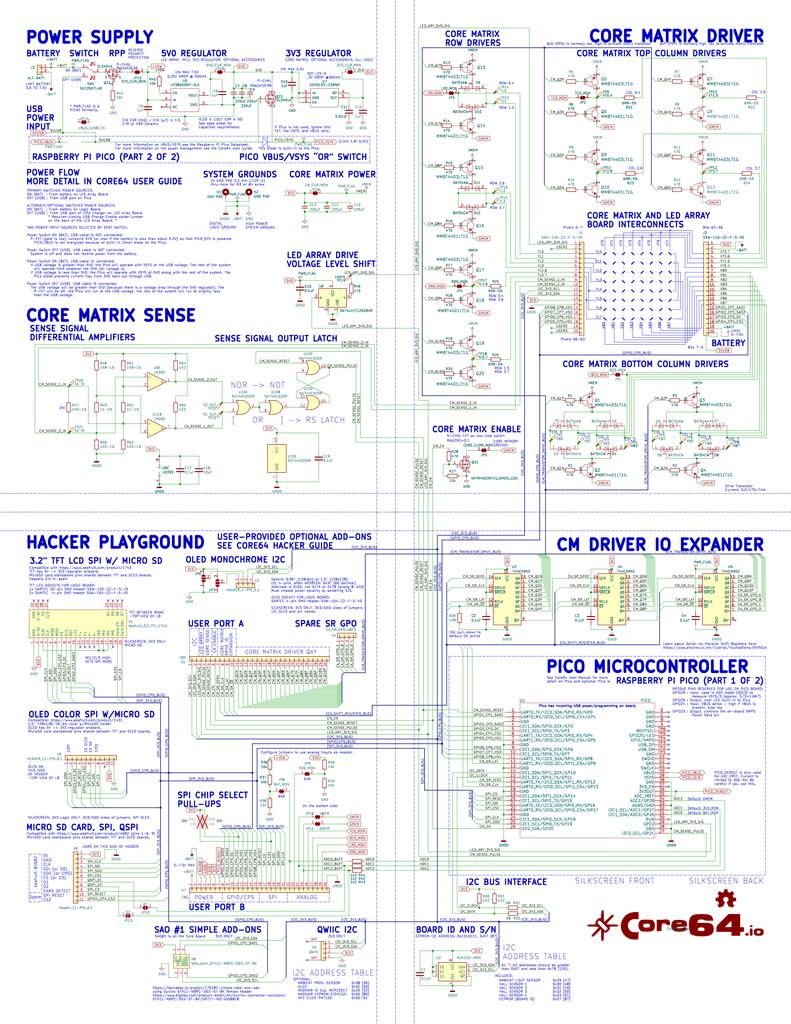
<source format=kicad_sch>
(kicad_sch (version 20231120) (generator "eeschema") (generator_version "8.0")
  (paper "C" portrait)
  (title_block (title "Core64 Logic Board - Raspberry Pi Pico W RP2040") (date "2024-01-25") (rev "0.9") (company "Concept and design by Andy Geppert @ www.MachineIdeas.com") (comment 1 "Please read the Core64 User Guide for more details.") (comment 2 "Visit www.Core64.io for information on assembly and optional features.") (comment 4 "All non-polarized capacitors are X7R or X5R ceramic unless otherwise noted."))
  (bus_alias "CA_SHIFT_REGISTER_BUS" (members "CM_SR_CLK" "CM_SR_LAT" "CM_SR_~{OE}" "CM_SR_SER1"))
  (bus_alias "CM_TRANSISTOR_DRIVE_BUS" (members "CM_Q1N" "CM_Q1P" "CM_Q2N" "CM_Q2P" "CM_Q3N" "CM_Q3P" "CM_Q4N" "CM_Q4P" "CM_Q5N" "CM_Q5P" "CM_Q6N" "CM_Q6P" "CM_Q7N" "CM_Q7P" "CM_Q8N" "CM_Q8P" "CM_Q9N" "CM_Q9P" "CM_Q10N" "CM_Q10P" "CA_SR_GPO_A" "CA_SR_GPO_B" "CA_SR_GPO_C" "CA_SR_GPO_D"))
  (bus_alias "GPIO_CPS_BUS" (members "GPIO1_CP1_SAO1" "GPIO2_CP2_SAO2" "GPIO3_CP3_DC" "GPIO4_CP4_CS2" "GPIO5_CP5_HS1" "GPIO6_CP6_HS2" "GPIO7_CP7_HS3" "GPIO8_CP8_HS4"))
  (bus_alias "I2C_3V3_BUS" (members "I2C_3V3_SCL" "I2C_3V3_SDA"))
  (bus_alias "SPI_3V3_BUS" (members "SPI_CD" "SPI_RESET" "SPI_SDI" "SPI_CS1" "SPI_CLK" "SPI_SDO"))
  (junction (at 269.875 50.8))
  (junction (at 236.22 530.225))
  (junction (at 245.11 253.365))
  (junction (at 383.54 94.615))
  (junction (at 159.385 53.34))
  (junction (at 250.19 105.41))
  (junction (at 366.395 439.42))
  (junction (at 98.425 264.16))
  (junction (at 127.635 57.15))
  (junction (at 178.435 115.57))
  (junction (at 191.77 149.86))
  (junction (at 380.365 224.79))
  (junction (at 147.32 431.8))
  (junction (at 86.995 264.16))
  (junction (at 300.355 240.665))
  (junction (at 158.115 469.9))
  (junction (at 325.755 237.49))
  (junction (at 396.875 238.76))
  (junction (at 297.815 267.335))
  (junction (at 254.635 259.715))
  (junction (at 381.635 243.205))
  (junction (at 127.635 53.34))
  (junction (at 261.62 495.3))
  (junction (at 92.075 421.64))
  (junction (at 86.995 248.92))
  (junction (at 247.015 518.795))
  (junction (at 340.995 238.76))
  (junction (at 127.635 39.37))
  (junction (at 127.635 48.26))
  (junction (at 52.705 193.04))
  (junction (at 356.235 234.95))
  (junction (at 165.735 77.47))
  (junction (at 236.22 527.685))
  (junction (at 67.31 210.82))
  (junction (at 151.13 236.22))
  (junction (at 40.005 36.83))
  (junction (at 148.59 39.37))
  (junction (at 67.31 193.04))
  (junction (at 274.955 431.8))
  (junction (at 121.285 219.71))
  (junction (at 379.73 323.215))
  (junction (at 165.735 474.98))
  (junction (at 67.31 231.14))
  (junction (at 334.01 343.535))
  (junction (at 181.61 171.45))
  (junction (at 228.6 398.145))
  (junction (at 129.54 109.855))
  (junction (at 111.125 310.515))
  (junction (at 340.995 244.475))
  (junction (at 111.125 323.215))
  (junction (at 334.01 310.515))
  (junction (at 236.22 393.065))
  (junction (at 257.81 156.21))
  (junction (at 141.605 222.25))
  (junction (at 269.875 498.475))
  (junction (at 265.43 111.125))
  (junction (at 371.475 236.22))
  (junction (at 236.22 518.795))
  (junction (at 177.165 422.275))
  (junction (at 132.08 53.34))
  (junction (at 27.94 36.83))
  (junction (at 129.54 112.395))
  (junction (at 368.935 431.8))
  (junction (at 323.215 224.79))
  (junction (at 95.885 193.04))
  (junction (at 274.955 419.1))
  (junction (at 163.83 153.035))
  (junction (at 243.84 351.79))
  (junction (at 198.12 53.34))
  (junction (at 265.43 56.515))
  (junction (at 189.23 105.41))
  (junction (at 132.08 48.26))
  (junction (at 179.705 200.66))
  (junction (at 257.81 196.215))
  (junction (at 121.285 57.15))
  (junction (at 371.475 241.935))
  (junction (at 163.195 472.44))
  (junction (at 56.515 354.965))
  (junction (at 95.885 233.68))
  (junction (at 269.24 111.125))
  (junction (at 166.37 115.57))
  (junction (at 238.76 299.72))
  (junction (at 323.215 250.19))
  (junction (at 140.335 426.085))
  (junction (at 380.365 250.19))
  (junction (at 80.645 54.61))
  (junction (at 121.285 224.79))
  (junction (at 302.895 351.79))
  (junction (at 151.13 262.89))
  (junction (at 114.935 43.18))
  (junction (at 52.705 247.65))
  (junction (at 342.265 204.47))
  (junction (at 199.39 502.92))
  (junction (at 391.16 310.515))
  (junction (at 34.29 72.39))
  (junction (at 137.795 421.64))
  (junction (at 147.955 459.105))
  (junction (at 241.3 405.765))
  (junction (at 379.73 310.515))
  (junction (at 98.425 248.92))
  (junction (at 391.16 343.535))
  (junction (at 53.975 354.965))
  (junction (at 300.355 234.95))
  (junction (at 383.54 53.34))
  (junction (at 272.415 502.92))
  (junction (at 265.43 343.535))
  (junction (at 95.885 208.28))
  (junction (at 274.955 444.5))
  (junction (at 87.63 426.085))
  (junction (at 238.76 502.92))
  (junction (at 109.22 441.96))
  (junction (at 32.385 77.47))
  (junction (at 37.465 236.22))
  (junction (at 265.43 323.215))
  (junction (at 315.595 236.22))
  (junction (at 159.385 39.37))
  (junction (at 297.18 26.035))
  (junction (at 315.595 241.935))
  (junction (at 247.015 537.845))
  (junction (at 366.395 452.12))
  (junction (at 52.705 215.9))
  (junction (at 325.755 94.615))
  (junction (at 80.645 39.37))
  (junction (at 100.965 63.5))
  (junction (at 276.86 310.515))
  (junction (at 37.465 210.82))
  (junction (at 325.755 243.205))
  (junction (at 130.175 456.565))
  (junction (at 325.755 53.34))
  (junction (at 396.875 244.475))
  (junction (at 356.235 240.665))
  (junction (at 166.37 110.49))
  (junction (at 233.68 400.685))
  (junction (at 190.5 474.98))
  (junction (at 166.37 105.41))
  (junction (at 269.24 105.41))
  (junction (at 276.86 343.535))
  (junction (at 187.96 472.44))
  (junction (at 52.705 236.22))
  (junction (at 322.58 323.215))
  (junction (at 269.875 56.515))
  (junction (at 163.195 50.8))
  (junction (at 294.64 193.675))
  (junction (at 381.635 237.49))
  (junction (at 250.19 50.8))
  (junction (at 87.63 440.69))
  (junction (at 178.435 110.49))
  (junction (at 52.07 77.47))
  (junction (at 274.955 406.4))
  (junction (at 238.76 403.225))
  (junction (at 250.825 330.835))
  (junction (at 261.62 485.14))
  (junction (at 231.14 387.35))
  (no_connect (at 59.055 327.66))
  (no_connect (at 365.125 414.02))
  (no_connect (at 365.125 403.86))
  (no_connect (at 365.125 393.7))
  (no_connect (at 61.595 327.66))
  (no_connect (at 300.99 135.89))
  (no_connect (at 365.125 411.48))
  (no_connect (at 167.64 523.875))
  (no_connect (at 167.64 513.715))
  (no_connect (at 64.135 327.66))
  (no_connect (at 66.675 327.66))
  (no_connect (at 26.035 327.66))
  (no_connect (at 300.99 181.61))
  (no_connect (at 57.15 418.465))
  (no_connect (at 365.125 401.32))
  (no_connect (at 23.495 327.66))
  (no_connect (at 365.125 388.62))
  (no_connect (at 365.125 408.94))
  (no_connect (at 300.99 179.07))
  (no_connect (at 48.895 353.06))
  (no_connect (at 61.595 353.06))
  (no_connect (at 365.125 429.26))
  (no_connect (at 365.125 396.24))
  (no_connect (at 365.125 398.78))
  (no_connect (at 43.815 353.06))
  (no_connect (at 18.415 327.66))
  (no_connect (at 365.125 406.4))
  (no_connect (at 365.125 416.56))
  (no_connect (at 20.955 327.66))
  (no_connect (at 365.125 419.1))
  (no_connect (at 51.435 353.06))
  (no_connect (at 401.32 338.455))
  (no_connect (at 365.125 391.16))
  (no_connect (at 365.125 447.04))
  (no_connect (at 46.355 353.06))
  (bus_entry (at 230.505 184.785) (size 2.54 2.54))
  (bus_entry (at 230.505 201.295) (size 2.54 2.54))
  (bus_entry (at 186.69 379.095) (size -2.54 2.54))
  (bus_entry (at 241.3 411.48) (size 2.54 2.54))
  (bus_entry (at 410.21 302.26) (size 2.54 2.54))
  (bus_entry (at 260.35 447.04) (size -2.54 -2.54))
  (bus_entry (at 353.695 259.08) (size 2.54 -2.54))
  (bus_entry (at 353.695 220.98) (size 2.54 -2.54))
  (bus_entry (at 132.715 452.12) (size 2.54 2.54))
  (bus_entry (at 186.69 383.54) (size -2.54 2.54))
  (bus_entry (at 360.045 323.215) (size 2.54 -2.54))
  (bus_entry (at 293.37 302.26) (size 2.54 2.54))
  (bus_entry (at 186.69 382.905) (size -2.54 2.54))
  (bus_entry (at 297.18 83.185) (size 2.54 2.54))
  (bus_entry (at 241.3 398.78) (size 2.54 2.54))
  (bus_entry (at 187.96 364.49) (size 2.54 2.54))
  (bus_entry (at 355.6 100.965) (size 2.54 2.54))
  (bus_entry (at 355.6 83.185) (size 2.54 2.54))
  (bus_entry (at 241.3 408.94) (size 2.54 2.54))
  (bus_entry (at 186.69 382.27) (size -2.54 2.54))
  (bus_entry (at 243.84 391.16) (size -2.54 -2.54))
  (bus_entry (at 85.09 473.71) (size 2.54 -2.54))
  (bus_entry (at 85.09 476.25) (size 2.54 -2.54))
  (bus_entry (at 85.09 478.79) (size 2.54 -2.54))
  (bus_entry (at 85.09 488.95) (size 2.54 -2.54))
  (bus_entry (at 85.09 471.17) (size 2.54 -2.54))
  (bus_entry (at 130.175 390.525) (size -2.54 -2.54))
  (bus_entry (at 147.955 452.12) (size 2.54 2.54))
  (bus_entry (at 150.495 452.12) (size 2.54 2.54))
  (bus_entry (at 140.335 452.12) (size 2.54 2.54))
  (bus_entry (at 142.875 452.12) (size 2.54 2.54))
  (bus_entry (at 145.415 452.12) (size 2.54 2.54))
  (bus_entry (at 153.035 452.12) (size 2.54 2.54))
  (bus_entry (at 186.69 377.825) (size -2.54 2.54))
  (bus_entry (at 413.385 302.26) (size 2.54 2.54))
  (bus_entry (at 260.35 449.58) (size -2.54 -2.54))
  (bus_entry (at 49.53 438.15) (size 2.54 2.54))
  (bus_entry (at 186.69 375.285) (size -2.54 2.54))
  (bus_entry (at 122.555 387.985) (size 2.54 2.54))
  (bus_entry (at 355.6 59.69) (size 2.54 2.54))
  (bus_entry (at 355.6 41.91) (size 2.54 2.54))
  (bus_entry (at 294.005 302.26) (size 2.54 2.54))
  (bus_entry (at 269.875 530.225) (size 2.54 -2.54))
  (bus_entry (at 354.33 302.26) (size 2.54 2.54))
  (bus_entry (at 39.37 438.15) (size 2.54 2.54))
  (bus_entry (at 156.845 310.515) (size 2.54 -2.54))
  (bus_entry (at 156.845 313.055) (size 2.54 -2.54))
  (bus_entry (at 269.875 527.685) (size 2.54 -2.54))
  (bus_entry (at 186.69 379.73) (size -2.54 2.54))
  (bus_entry (at 153.67 513.08) (size 2.54 -2.54))
  (bus_entry (at 230.505 88.9) (size 2.54 2.54))
  (bus_entry (at 230.505 120.65) (size 2.54 2.54))
  (bus_entry (at 186.69 375.92) (size -2.54 2.54))
  (bus_entry (at 186.69 378.46) (size -2.54 2.54))
  (bus_entry (at 415.29 302.26) (size 2.54 2.54))
  (bus_entry (at 120.015 452.12) (size 2.54 2.54))
  (bus_entry (at 241.3 401.32) (size 2.54 2.54))
  (bus_entry (at 196.85 514.985) (size 2.54 -2.54))
  (bus_entry (at 414.655 302.26) (size 2.54 2.54))
  (bus_entry (at 196.85 517.525) (size 2.54 -2.54))
  (bus_entry (at 354.965 302.26) (size 2.54 2.54))
  (bus_entry (at 230.505 66.04) (size 2.54 2.54))
  (bus_entry (at 230.505 34.29) (size 2.54 2.54))
  (bus_entry (at 360.045 333.375) (size 2.54 -2.54))
  (bus_entry (at 31.115 381) (size 2.54 2.54))
  (bus_entry (at 26.035 381) (size 2.54 2.54))
  (bus_entry (at 28.575 381) (size 2.54 2.54))
  (bus_entry (at 38.735 381) (size 2.54 2.54))
  (bus_entry (at 66.675 381) (size 2.54 2.54))
  (bus_entry (at 64.135 381) (size 2.54 2.54))
  (bus_entry (at 186.69 381) (size -2.54 2.54))
  (bus_entry (at 186.69 381.635) (size -2.54 2.54))
  (bus_entry (at 146.05 518.16) (size -2.54 -2.54))
  (bus_entry (at 143.51 533.4) (size 2.54 -2.54))
  (bus_entry (at 186.69 372.11) (size -2.54 2.54))
  (bus_entry (at 44.45 438.15) (size 2.54 2.54))
  (bus_entry (at 300.355 218.44) (size -2.54 2.54))
  (bus_entry (at 300.355 256.54) (size -2.54 2.54))
  (bus_entry (at 243.84 318.135) (size 2.54 -2.54))
  (bus_entry (at 243.84 323.215) (size 2.54 -2.54))
  (bus_entry (at 243.84 330.835) (size 2.54 -2.54))
  (bus_entry (at 243.84 333.375) (size 2.54 -2.54))
  (bus_entry (at 186.69 376.555) (size -2.54 2.54))
  (bus_entry (at 297.815 302.26) (size 2.54 2.54))
  (bus_entry (at 295.275 302.26) (size 2.54 2.54))
  (bus_entry (at 294.64 302.26) (size 2.54 2.54))
  (bus_entry (at 297.18 302.26) (size 2.54 2.54))
  (bus_entry (at 295.91 302.26) (size 2.54 2.54))
  (bus_entry (at 296.545 302.26) (size 2.54 2.54))
  (bus_entry (at 297.18 100.965) (size 2.54 2.54))
  (bus_entry (at 360.045 330.835) (size 2.54 -2.54))
  (bus_entry (at 127.635 452.12) (size 2.54 2.54))
  (bus_entry (at 351.79 302.26) (size 2.54 2.54))
  (bus_entry (at 410.845 302.26) (size 2.54 2.54))
  (bus_entry (at 352.425 302.26) (size 2.54 2.54))
  (bus_entry (at 299.72 497.84) (size -2.54 -2.54))
  (bus_entry (at 299.72 501.015) (size -2.54 -2.54))
  (bus_entry (at 104.775 400.685) (size 2.54 2.54))
  (bus_entry (at 107.315 400.685) (size 2.54 2.54))
  (bus_entry (at 127.635 390.525) (size -2.54 -2.54))
  (bus_entry (at 190.5 364.49) (size 2.54 2.54))
  (bus_entry (at 186.69 371.475) (size -2.54 2.54))
  (bus_entry (at 48.895 377.825) (size 2.54 2.54))
  (bus_entry (at 48.895 372.745) (size 2.54 2.54))
  (bus_entry (at 48.895 375.285) (size 2.54 2.54))
  (bus_entry (at 125.095 452.12) (size 2.54 2.54))
  (bus_entry (at 186.69 372.745) (size -2.54 2.54))
  (bus_entry (at 353.695 302.26) (size 2.54 2.54))
  (bus_entry (at 255.27 351.79) (size 2.54 2.54))
  (bus_entry (at 252.73 351.79) (size 2.54 2.54))
  (bus_entry (at 250.19 351.79) (size 2.54 2.54))
  (bus_entry (at 405.765 176.53) (size 2.54 2.54))
  (bus_entry (at 405.765 173.99) (size 2.54 2.54))
  (bus_entry (at 405.765 171.45) (size 2.54 2.54))
  (bus_entry (at 405.765 168.91) (size 2.54 2.54))
  (bus_entry (at 135.255 452.12) (size 2.54 2.54))
  (bus_entry (at 230.505 161.29) (size 2.54 2.54))
  (bus_entry (at 230.505 144.78) (size 2.54 2.54))
  (bus_entry (at 286.385 163.83) (size 2.54 -2.54))
  (bus_entry (at 153.67 535.94) (size 2.54 -2.54))
  (bus_entry (at 260.35 441.96) (size -2.54 -2.54))
  (bus_entry (at 302.895 323.215) (size 2.54 -2.54))
  (bus_entry (at 241.3 396.24) (size 2.54 2.54))
  (bus_entry (at 241.3 406.4) (size 2.54 2.54))
  (bus_entry (at 260.35 439.42) (size -2.54 -2.54))
  (bus_entry (at 186.69 374.015) (size -2.54 2.54))
  (bus_entry (at 260.35 434.34) (size -2.54 -2.54))
  (bus_entry (at 186.69 374.65) (size -2.54 2.54))
  (bus_entry (at 185.42 364.49) (size 2.54 2.54))
  (bus_entry (at 260.35 436.88) (size -2.54 -2.54))
  (bus_entry (at 351.155 302.26) (size 2.54 2.54))
  (bus_entry (at 409.575 302.26) (size 2.54 2.54))
  (bus_entry (at 186.69 373.38) (size -2.54 2.54))
  (bus_entry (at 130.175 452.12) (size 2.54 2.54))
  (bus_entry (at 122.555 390.525) (size -2.54 -2.54))
  (bus_entry (at 286.385 161.29) (size 2.54 -2.54))
  (bus_entry (at 92.075 488.95) (size -2.54 2.54))
  (bus_entry (at 294.64 176.53) (size 2.54 -2.54))
  (bus_entry (at 294.64 173.99) (size 2.54 -2.54))
  (bus_entry (at 294.64 171.45) (size 2.54 -2.54))
  (bus_entry (at 294.64 179.07) (size 2.54 -2.54))
  (bus_entry (at 122.555 452.12) (size 2.54 2.54))
  (bus_entry (at 408.94 302.26) (size 2.54 2.54))
  (bus_entry (at 36.83 438.15) (size 2.54 2.54))
  (bus_entry (at 186.69 380.365) (size -2.54 2.54))
  (bus_entry (at 302.895 330.835) (size 2.54 -2.54))
  (bus_entry (at 297.18 59.69) (size 2.54 2.54))
  (bus_entry (at 193.04 364.49) (size 2.54 2.54))
  (bus_entry (at 186.69 377.19) (size -2.54 2.54))
  (bus_entry (at 302.895 333.375) (size 2.54 -2.54))
  (bus_entry (at 353.06 302.26) (size 2.54 2.54))
  (bus_entry (at 52.07 438.15) (size 2.54 2.54))
  (bus_entry (at 414.02 302.26) (size 2.54 2.54))
  (bus_entry (at 66.675 433.07) (size 2.54 -2.54))
  (bus_entry (at 66.675 435.61) (size 2.54 -2.54))
  (bus_entry (at 54.61 438.15) (size 2.54 2.54))
  (bus_entry (at 297.18 41.91) (size 2.54 2.54))
  (bus_entry (at 137.795 452.12) (size 2.54 2.54))
  (bus_entry (at 241.3 393.7) (size 2.54 2.54))
  (bus_entry (at 85.09 486.41) (size 2.54 -2.54))
  (bus_entry (at 350.52 302.26) (size 2.54 2.54))
  (wire (pts (xy 228.6 467.36) (xy 385.445 467.36)))
  (wire (pts (xy 236.22 244.475) (xy 245.11 244.475)))
  (wire (pts (xy 236.22 532.765) (xy 236.855 532.765)))
  (wire (pts (xy 175.895 464.82) (xy 189.23 464.82)))
  (polyline (pts (xy 156.845 487.045) (xy 156.845 492.125)) (stroke (width 0) (type dash)))
  (bus (pts (xy 302.895 333.375) (xy 302.895 351.79)))
  (wire (pts (xy 135.89 109.855) (xy 135.89 108.585)))
  (wire (pts (xy 325.755 110.49) (xy 327.66 110.49)))
  (wire (pts (xy 325.755 49.53) (xy 325.755 53.34)))
  (polyline (pts (xy 22.86 466.09) (xy 22.86 492.125)) (stroke (width 0) (type dash)))
  (bus (pts (xy 408.305 179.07) (xy 408.305 193.675)))
  (wire (pts (xy 353.06 304.8) (xy 353.06 315.595)))
  (wire (pts (xy 278.765 151.13) (xy 278.765 196.215)))
  (wire (pts (xy 265.43 111.125) (xy 265.43 113.03)))
  (wire (pts (xy 269.875 56.515) (xy 265.43 56.515)))
  (wire (pts (xy 245.11 253.365) (xy 247.015 253.365)))
  (wire (pts (xy 41.275 372.745) (xy 48.895 372.745)))
  (wire (pts (xy 347.98 94.615) (xy 351.155 94.615)))
  (polyline (pts (xy 346.075 149.225) (xy 344.805 147.955)) (stroke (width 0.5) (type solid)))
  (wire (pts (xy 80.645 39.37) (xy 80.645 54.61)))
  (wire (pts (xy 114.935 43.18) (xy 121.285 43.18)))
  (wire (pts (xy 322.58 343.535) (xy 334.01 343.535)))
  (wire (pts (xy 95.885 195.58) (xy 95.885 193.04)))
  (wire (pts (xy 373.38 44.45) (xy 375.92 44.45)))
  (bus (pts (xy 39.37 440.69) (xy 41.91 440.69)))
  (wire (pts (xy 95.885 215.9) (xy 102.235 215.9)))
  (wire (pts (xy 181.61 522.605) (xy 186.69 522.605)))
  (wire (pts (xy 236.22 393.065) (xy 236.22 452.12)))
  (wire (pts (xy 401.32 132.08) (xy 401.32 135.89)))
  (wire (pts (xy 123.19 112.395) (xy 129.54 112.395)))
  (wire (pts (xy 104.775 464.82) (xy 104.775 462.915)))
  (wire (pts (xy 114.935 315.595) (xy 114.935 311.785)))
  (wire (pts (xy 125.095 224.79) (xy 121.285 224.79)))
  (wire (pts (xy 299.72 330.835) (xy 299.72 304.8)))
  (bus (pts (xy 272.415 525.145) (xy 272.415 527.685)))
  (wire (pts (xy 26.035 353.06) (xy 26.035 381)))
  (wire (pts (xy 113.665 52.07) (xy 114.935 52.07)))
  (wire (pts (xy 257.81 416.56) (xy 276.225 416.56)))
  (wire (pts (xy 248.92 163.83) (xy 250.19 163.83)))
  (wire (pts (xy 307.975 224.79) (xy 307.975 227.33)))
  (wire (pts (xy 390.525 179.07) (xy 393.7 179.07)))
  (bus (pts (xy 257.81 434.34) (xy 257.81 436.88)))
  (wire (pts (xy 178.435 364.49) (xy 178.435 374.015)))
  (wire (pts (xy 403.86 94.615) (xy 383.54 94.615)))
  (polyline (pts (xy 334.645 154.305) (xy 335.915 153.035)) (stroke (width 0.5) (type solid)))
  (polyline (pts (xy 365.125 154.305) (xy 366.395 153.035)) (stroke (width 0.5) (type solid)))
  (wire (pts (xy 184.15 171.45) (xy 181.61 171.45)))
  (wire (pts (xy 139.7 191.77) (xy 139.7 198.12)))
  (wire (pts (xy 294.005 163.83) (xy 312.42 163.83)))
  (wire (pts (xy 109.855 478.79) (xy 109.855 480.695)))
  (wire (pts (xy 165.735 449.58) (xy 169.545 449.58)))
  (wire (pts (xy 274.955 406.4) (xy 274.955 419.1)))
  (wire (pts (xy 412.115 205.74) (xy 412.115 153.67)))
  (wire (pts (xy 109.22 452.12) (xy 109.22 459.105)))
  (bus (pts (xy 241.3 393.7) (xy 241.3 396.24)))
  (wire (pts (xy 366.395 439.42) (xy 365.125 439.42)))
  (wire (pts (xy 363.855 224.79) (xy 380.365 224.79)))
  (wire (pts (xy 276.225 148.59) (xy 276.225 156.21)))
  (wire (pts (xy 204.47 220.98) (xy 283.845 220.98)))
  (polyline (pts (xy 366.395 149.225) (xy 365.125 147.955)) (stroke (width 0.5) (type solid)))
  (wire (pts (xy 395.605 436.88) (xy 395.605 474.98)))
  (wire (pts (xy 281.305 56.515) (xy 269.875 56.515)))
  (wire (pts (xy 257.81 73.66) (xy 257.81 75.565)))
  (bus (pts (xy 199.39 367.03) (xy 195.58 367.03)))
  (wire (pts (xy 109.22 459.105) (xy 147.955 459.105)))
  (wire (pts (xy 342.265 203.2) (xy 342.265 204.47)))
  (wire (pts (xy 276.225 146.05) (xy 276.225 111.125)))
  (wire (pts (xy 276.225 148.59) (xy 312.42 148.59)))
  (polyline (pts (xy 382.905 179.07) (xy 382.905 166.37)) (stroke (width 0) (type solid)))
  (wire (pts (xy 202.565 223.52) (xy 281.305 223.52)))
  (wire (pts (xy 179.705 219.71) (xy 179.705 215.9)))
  (wire (pts (xy 148.59 77.47) (xy 165.735 77.47)))
  (wire (pts (xy 163.83 153.67) (xy 163.83 153.035)))
  (wire (pts (xy 200.025 104.14) (xy 200.025 105.41)))
  (wire (pts (xy 246.38 320.675) (xy 266.7 320.675)))
  (wire (pts (xy 130.175 454.66) (xy 130.175 456.565)))
  (wire (pts (xy 177.165 422.275) (xy 177.165 423.545)))
  (bus (pts (xy 355.6 100.965) (xy 355.6 83.185)))
  (wire (pts (xy 137.795 314.325) (xy 137.795 313.055)))
  (wire (pts (xy 184.15 378.46) (xy 160.655 378.46)))
  (wire (pts (xy 278.765 105.41) (xy 269.24 105.41)))
  (polyline (pts (xy 111.125 342.9) (xy 111.125 358.14)) (stroke (width 0) (type dash)))
  (wire (pts (xy 276.225 444.5) (xy 274.955 444.5)))
  (wire (pts (xy 178.435 110.49) (xy 191.135 110.49)))
  (polyline (pts (xy 365.76 125.73) (xy 365.76 136.525)) (stroke (width 0) (type solid)))
  (wire (pts (xy 112.395 398.145) (xy 228.6 398.145)))
  (wire (pts (xy 314.96 218.44) (xy 315.595 218.44)))
  (wire (pts (xy 247.015 518.795) (xy 257.175 518.795)))
  (wire (pts (xy 52.705 203.2) (xy 52.705 215.9)))
  (wire (pts (xy 325.755 90.805) (xy 325.755 94.615)))
  (wire (pts (xy 181.61 154.94) (xy 181.61 153.035)))
  (wire (pts (xy 233.68 464.82) (xy 387.985 464.82)))
  (wire (pts (xy 383.54 90.805) (xy 383.54 94.615)))
  (wire (pts (xy 250.19 388.62) (xy 276.225 388.62)))
  (wire (pts (xy 401.32 333.375) (xy 417.83 333.375)))
  (wire (pts (xy 64.135 353.06) (xy 64.135 381)))
  (wire (pts (xy 243.205 259.715) (xy 241.935 259.715)))
  (wire (pts (xy 366.395 439.42) (xy 366.395 426.72)))
  (wire (pts (xy 233.045 123.19) (xy 241.3 123.19)))
  (bus (pts (xy 186.69 372.745) (xy 186.69 373.38)))
  (wire (pts (xy 269.875 498.475) (xy 276.225 498.475)))
  (wire (pts (xy 300.355 234.95) (xy 300.355 240.665)))
  (wire (pts (xy 276.225 111.125) (xy 269.24 111.125)))
  (wire (pts (xy 173.99 236.22) (xy 173.99 246.38)))
  (wire (pts (xy 257.81 180.975) (xy 257.81 182.245)))
  (wire (pts (xy 309.88 53.34) (xy 314.325 53.34)))
  (bus (pts (xy 92.075 380.365) (xy 51.435 380.365)))
  (wire (pts (xy 151.13 264.16) (xy 151.13 262.89)))
  (wire (pts (xy 142.875 454.66) (xy 142.875 480.695)))
  (wire (pts (xy 127.635 48.26) (xy 132.08 48.26)))
  (wire (pts (xy 62.865 205.74) (xy 62.865 236.22)))
  (wire (pts (xy 127.635 454.66) (xy 127.635 480.695)))
  (wire (pts (xy 23.495 354.965) (xy 53.975 354.965)))
  (polyline (pts (xy 141.605 487.045) (xy 141.605 492.125)) (stroke (width 0) (type dash)))
  (polyline (pts (xy 376.555 185.42) (xy 376.555 153.67)) (stroke (width 0) (type solid)))
  (wire (pts (xy 257.81 192.405) (xy 257.81 196.215)))
  (wire (pts (xy 366.395 457.2) (xy 366.395 452.12)))
  (wire (pts (xy 391.16 309.245) (xy 391.16 310.515)))
  (wire (pts (xy 340.995 204.47) (xy 342.265 204.47)))
  (wire (pts (xy 67.31 226.06) (xy 67.31 231.14)))
  (wire (pts (xy 365.125 454.66) (xy 385.445 454.66)))
  (wire (pts (xy 414.655 94.615) (xy 414.655 138.43)))
  (polyline (pts (xy 377.825 138.43) (xy 384.175 138.43)) (stroke (width 0) (type solid)))
  (wire (pts (xy 243.84 411.48) (xy 276.225 411.48)))
  (wire (pts (xy 165.735 377.19) (xy 165.735 364.49)))
  (wire (pts (xy 184.15 381) (xy 150.495 381)))
  (wire (pts (xy 410.845 204.47) (xy 410.845 151.13)))
  (wire (pts (xy 381.635 237.49) (xy 381.635 243.205)))
  (polyline (pts (xy 328.295 148.59) (xy 367.665 148.59)) (stroke (width 0) (type dot)))
  (bus (pts (xy 156.21 502.92) (xy 199.39 502.92)))
  (polyline (pts (xy 322.58 153.67) (xy 328.295 153.67)) (stroke (width 0) (type solid)))
  (bus (pts (xy 252.73 351.79) (xy 255.27 351.79)))
  (wire (pts (xy 132.08 53.34) (xy 136.525 53.34)))
  (wire (pts (xy 52.705 215.9) (xy 52.705 218.44)))
  (wire (pts (xy 257.81 96.52) (xy 257.81 97.79)))
  (wire (pts (xy 175.895 105.41) (xy 189.23 105.41)))
  (bus (pts (xy 41.91 440.69) (xy 46.99 440.69)))
  (wire (pts (xy 129.54 109.855) (xy 135.89 109.855)))
  (wire (pts (xy 346.075 207.01) (xy 346.075 238.76)))
  (wire (pts (xy 64.77 499.745) (xy 66.04 499.745)))
  (polyline (pts (xy 330.2 129.54) (xy 330.2 136.525)) (stroke (width 0) (type solid)))
  (wire (pts (xy 181.61 514.985) (xy 196.85 514.985)))
  (wire (pts (xy 184.15 375.92) (xy 170.815 375.92)))
  (wire (pts (xy 365.125 449.58) (xy 387.985 449.58)))
  (wire (pts (xy 160.655 422.275) (xy 160.655 480.695)))
  (polyline (pts (xy 365.76 179.07) (xy 382.905 179.07)) (stroke (width 0) (type solid)))
  (polyline (pts (xy 366.395 159.385) (xy 365.125 158.115)) (stroke (width 0.5) (type solid)))
  (polyline (pts (xy 350.52 182.88) (xy 350.52 175.895)) (stroke (width 0) (type solid)))
  (wire (pts (xy 269.875 494.03) (xy 269.875 498.475)))
  (wire (pts (xy 184.15 379.095) (xy 158.115 379.095)))
  (wire (pts (xy 185.42 351.79) (xy 185.42 364.49)))
  (wire (pts (xy 260.35 449.58) (xy 276.225 449.58)))
  (wire (pts (xy 344.17 325.755) (xy 355.6 325.755)))
  (wire (pts (xy 59.69 420.37) (xy 59.69 418.465)))
  (wire (pts (xy 380.365 223.52) (xy 380.365 224.79)))
  (wire (pts (xy 127.635 53.34) (xy 127.635 57.15)))
  (wire (pts (xy 391.795 181.61) (xy 391.795 183.515)))
  (wire (pts (xy 100.965 515.62) (xy 143.51 515.62)))
  (wire (pts (xy 107.315 310.515) (xy 111.125 310.515)))
  (polyline (pts (xy 377.825 125.73) (xy 377.825 138.43)) (stroke (width 0) (type solid)))
  (bus (pts (xy 231.775 431.165) (xy 231.775 408.305)))
  (wire (pts (xy 325.755 94.615) (xy 325.755 98.425)))
  (wire (pts (xy 368.935 431.8) (xy 368.935 434.34)))
  (wire (pts (xy 78.74 39.37) (xy 80.645 39.37)))
  (bus (pts (xy 230.505 34.29) (xy 230.505 66.04)))
  (wire (pts (xy 80.645 36.195) (xy 80.645 39.37)))
  (wire (pts (xy 322.58 323.215) (xy 322.58 333.375)))
  (bus (pts (xy 353.695 302.26) (xy 354.33 302.26)))
  (bus (pts (xy 230.505 215.9) (xy 297.815 215.9)))
  (wire (pts (xy 135.89 114.935) (xy 135.89 112.395)))
  (wire (pts (xy 383.54 49.53) (xy 383.54 53.34)))
  (wire (pts (xy 100.965 63.5) (xy 100.965 66.04)))
  (wire (pts (xy 276.86 344.805) (xy 276.86 343.535)))
  (wire (pts (xy 351.155 73.025) (xy 415.925 73.025)))
  (bus (pts (xy 257.81 436.88) (xy 257.81 439.42)))
  (polyline (pts (xy 330.835 164.465) (xy 329.565 163.195)) (stroke (width 0.5) (type solid)))
  (polyline (pts (xy 121.285 487.045) (xy 121.285 492.125)) (stroke (width 0) (type dash)))
  (wire (pts (xy 358.14 44.45) (xy 365.76 44.45)))
  (wire (pts (xy 281.305 153.67) (xy 312.42 153.67)))
  (wire (pts (xy 401.32 325.755) (xy 415.925 325.755)))
  (wire (pts (xy 390.525 140.97) (xy 415.925 140.97)))
  (wire (pts (xy 276.225 146.05) (xy 312.42 146.05)))
  (bus (pts (xy 230.505 184.785) (xy 230.505 201.295)))
  (wire (pts (xy 109.22 444.5) (xy 109.22 441.96)))
  (bus (pts (xy 130.175 390.525) (xy 203.2 390.525)))
  (wire (pts (xy 344.17 338.455) (xy 358.775 338.455)))
  (wire (pts (xy 132.715 454.66) (xy 132.715 480.695)))
  (polyline (pts (xy 340.995 154.305) (xy 339.725 153.035)) (stroke (width 0.5) (type solid)))
  (wire (pts (xy 305.435 320.675) (xy 323.85 320.675)))
  (wire (pts (xy 372.11 256.54) (xy 372.745 256.54)))
  (wire (pts (xy 121.285 46.99) (xy 121.285 43.18)))
  (wire (pts (xy 184.15 381.635) (xy 147.955 381.635)))
  (wire (pts (xy 269.875 50.8) (xy 283.845 50.8)))
  (wire (pts (xy 184.15 376.555) (xy 168.275 376.555)))
  (polyline (pts (xy 335.28 136.525) (xy 335.28 175.895)) (stroke (width 0) (type dot)))
  (wire (pts (xy 198.12 53.34) (xy 198.12 57.15)))
  (wire (pts (xy 241.935 50.8) (xy 242.57 50.8)))
  (wire (pts (xy 49.53 418.465) (xy 49.53 438.15)))
  (wire (pts (xy 260.35 434.34) (xy 276.225 434.34)))
  (wire (pts (xy 165.735 77.47) (xy 171.45 77.47)))
  (wire (pts (xy 343.535 204.47) (xy 410.845 204.47)))
  (wire (pts (xy 151.13 236.22) (xy 173.99 236.22)))
  (polyline (pts (xy 344.805 144.145) (xy 346.075 142.875)) (stroke (width 0.5) (type solid)))
  (wire (pts (xy 184.15 379.73) (xy 155.575 379.73)))
  (wire (pts (xy 297.18 320.675) (xy 297.18 304.8)))
  (bus (pts (xy 241.3 405.765) (xy 241.3 406.4)))
  (polyline (pts (xy 330.2 187.96) (xy 374.015 187.96)) (stroke (width 0) (type solid)))
  (wire (pts (xy 344.17 333.375) (xy 357.505 333.375)))
  (wire (pts (xy 236.22 530.225) (xy 236.22 532.765)))
  (wire (pts (xy 52.07 438.15) (xy 52.07 418.465)))
  (wire (pts (xy 397.51 183.515) (xy 397.51 182.88)))
  (wire (pts (xy 315.595 236.22) (xy 315.595 241.935)))
  (wire (pts (xy 267.97 245.745) (xy 273.685 245.745)))
  (wire (pts (xy 20.955 353.06) (xy 20.955 358.14)))
  (wire (pts (xy 127.635 53.34) (xy 132.08 53.34)))
  (wire (pts (xy 109.855 400.685) (xy 233.68 400.685)))
  (wire (pts (xy 184.15 383.54) (xy 140.335 383.54)))
  (wire (pts (xy 73.025 495.3) (xy 75.565 495.3)))
  (wire (pts (xy 86.995 264.16) (xy 98.425 264.16)))
  (wire (pts (xy 260.35 436.88) (xy 276.225 436.88)))
  (bus (pts (xy 92.075 421.64) (xy 92.075 488.95)))
  (wire (pts (xy 265.43 340.995) (xy 265.43 343.535)))
  (wire (pts (xy 175.895 374.65) (xy 175.895 364.49)))
  (polyline (pts (xy 375.285 128.27) (xy 375.285 143.51)) (stroke (width 0) (type solid)))
  (polyline (pts (xy 334.645 144.145) (xy 335.915 142.875)) (stroke (width 0.5) (type solid)))
  (wire (pts (xy 390.525 148.59) (xy 409.575 148.59)))
  (wire (pts (xy 321.945 53.34) (xy 325.755 53.34)))
  (wire (pts (xy 371.475 232.41) (xy 371.475 236.22)))
  (wire (pts (xy 39.37 438.15) (xy 39.37 418.465)))
  (wire (pts (xy 283.845 495.3) (xy 297.18 495.3)))
  (wire (pts (xy 147.32 421.005) (xy 147.32 421.64)))
  (polyline (pts (xy 361.315 144.145) (xy 360.045 142.875)) (stroke (width 0.5) (type solid)))
  (polyline (pts (xy 0 289.56) (xy 431.8 289.56)) (stroke (width 0) (type dash)))
  (polyline (pts (xy 367.665 153.67) (xy 372.745 153.67)) (stroke (width 0) (type solid)))
  (bus (pts (xy 69.215 421.64) (xy 69.215 430.53)))
  (wire (pts (xy 393.7 183.515) (xy 397.51 183.515)))
  (wire (pts (xy 257.81 41.91) (xy 257.81 43.18)))
  (bus (pts (xy 150.495 452.12) (xy 147.955 452.12)))
  (wire (pts (xy 129.54 112.395) (xy 135.89 112.395)))
  (wire (pts (xy 287.02 338.455) (xy 301.625 338.455)))
  (wire (pts (xy 62.23 426.085) (xy 62.23 418.465)))
  (polyline (pts (xy 360.045 169.545) (xy 361.315 168.275)) (stroke (width 0.5) (type solid)))
  (wire (pts (xy 245.11 244.475) (xy 245.11 245.11)))
  (polyline (pts (xy 346.075 169.545) (xy 344.805 168.275)) (stroke (width 0.5) (type solid)))
  (wire (pts (xy 37.465 210.82) (xy 37.465 218.44)))
  (bus (pts (xy 186.69 382.905) (xy 186.69 383.54)))
  (wire (pts (xy 343.535 204.47) (xy 343.535 236.22)))
  (bus (pts (xy 41.275 383.54) (xy 66.675 383.54)))
  (polyline (pts (xy 354.965 174.625) (xy 356.235 173.355)) (stroke (width 0.5) (type solid)))
  (wire (pts (xy 241.935 253.365) (xy 241.935 259.715)))
  (wire (pts (xy 28.575 353.06) (xy 28.575 381)))
  (wire (pts (xy 233.045 147.32) (xy 241.3 147.32)))
  (bus (pts (xy 132.715 452.12) (xy 135.255 452.12)))
  (polyline (pts (xy 215.9 279.4) (xy 215.9 558.8)) (stroke (width 0) (type dash)))
  (polyline (pts (xy 350.52 129.54) (xy 350.52 136.525)) (stroke (width 0) (type solid)))
  (bus (pts (xy 241.3 388.62) (xy 241.3 294.64)))
  (polyline (pts (xy 340.36 127) (xy 340.36 136.525)) (stroke (width 0) (type solid)))
  (wire (pts (xy 250.825 330.835) (xy 250.825 333.375)))
  (polyline (pts (xy 365.125 164.465) (xy 366.395 163.195)) (stroke (width 0.5) (type solid)))
  (wire (pts (xy 265.43 102.87) (xy 265.43 111.125)))
  (bus (pts (xy 87.63 471.17) (xy 87.63 473.71)))
  (wire (pts (xy 52.705 236.22) (xy 52.705 238.76)))
  (wire (pts (xy 64.77 483.87) (xy 64.77 499.745)))
  (wire (pts (xy 340.995 232.41) (xy 340.995 238.76)))
  (wire (pts (xy 249.555 495.3) (xy 261.62 495.3)))
  (wire (pts (xy 56.515 354.965) (xy 56.515 353.06)))
  (wire (pts (xy 132.715 311.785) (xy 132.715 314.325)))
  (wire (pts (xy 129.54 109.855) (xy 123.19 109.855)))
  (bus (pts (xy 122.555 390.525) (xy 125.095 390.525)))
  (wire (pts (xy 31.115 353.06) (xy 31.115 381)))
  (wire (pts (xy 356.235 234.95) (xy 356.235 240.665)))
  (wire (pts (xy 229.235 535.305) (xy 229.235 537.845)))
  (wire (pts (xy 283.845 156.21) (xy 283.845 220.98)))
  (polyline (pts (xy 320.04 163.83) (xy 328.295 163.83)) (stroke (width 0) (type solid)))
  (bus (pts (xy 137.795 421.64) (xy 92.075 421.64)))
  (polyline (pts (xy 325.12 143.51) (xy 328.295 143.51)) (stroke (width 0) (type solid)))
  (wire (pts (xy 150.495 381) (xy 150.495 364.49)))
  (polyline (pts (xy 330.2 136.525) (xy 330.2 175.895)) (stroke (width 0) (type dot)))
  (wire (pts (xy 158.115 222.25) (xy 163.195 222.25)))
  (wire (pts (xy 163.195 39.37) (xy 163.195 50.8)))
  (bus (pts (xy 238.76 502.92) (xy 272.415 502.92)))
  (bus (pts (xy 257.81 439.42) (xy 257.81 444.5)))
  (wire (pts (xy 129.54 36.195) (xy 127.635 36.195)))
  (wire (pts (xy 52.705 193.04) (xy 52.705 195.58)))
  (bus (pts (xy 255.27 351.79) (xy 302.895 351.79)))
  (polyline (pts (xy 365.76 179.07) (xy 365.76 175.895)) (stroke (width 0) (type solid)))
  (bus (pts (xy 238.76 292.1) (xy 238.76 299.72)))
  (wire (pts (xy 373.38 62.23) (xy 375.92 62.23)))
  (polyline (pts (xy 376.555 140.97) (xy 384.175 140.97)) (stroke (width 0) (type solid)))
  (wire (pts (xy 393.065 441.96) (xy 393.065 472.44)))
  (wire (pts (xy 333.375 224.79) (xy 333.375 227.33)))
  (wire (pts (xy 233.68 400.685) (xy 233.68 464.82)))
  (wire (pts (xy 141.605 222.25) (xy 141.605 219.71)))
  (wire (pts (xy 184.15 377.825) (xy 163.195 377.825)))
  (wire (pts (xy 137.795 454.66) (xy 137.795 480.695)))
  (wire (pts (xy 148.59 39.37) (xy 148.59 48.895)))
  (wire (pts (xy 111.76 452.12) (xy 111.76 456.565)))
  (wire (pts (xy 44.45 438.15) (xy 44.45 418.465)))
  (wire (pts (xy 344.17 315.595) (xy 353.06 315.595)))
  (wire (pts (xy 390.525 444.5) (xy 390.525 469.9)))
  (wire (pts (xy 323.215 263.525) (xy 325.12 263.525)))
  (wire (pts (xy 46.355 486.41) (xy 85.09 486.41)))
  (wire (pts (xy 187.96 497.205) (xy 85.725 497.205)))
  (polyline (pts (xy 320.04 173.99) (xy 328.295 173.99)) (stroke (width 0) (type solid)))
  (wire (pts (xy 233.045 203.835) (xy 241.3 203.835)))
  (wire (pts (xy 109.22 441.96) (xy 111.76 441.96)))
  (wire (pts (xy 288.925 133.35) (xy 312.42 133.35)))
  (bus (pts (xy 195.58 367.03) (xy 193.04 367.03)))
  (wire (pts (xy 396.875 232.41) (xy 396.875 238.76)))
  (wire (pts (xy 257.175 530.225) (xy 269.875 530.225)))
  (wire (pts (xy 362.585 328.295) (xy 381 328.295)))
  (wire (pts (xy 325.755 53.34) (xy 325.755 57.15)))
  (wire (pts (xy 265.43 48.26) (xy 265.43 56.515)))
  (wire (pts (xy 274.32 156.21) (xy 276.225 156.21)))
  (wire (pts (xy 121.285 54.61) (xy 121.285 57.15)))
  (polyline (pts (xy 377.825 156.21) (xy 384.175 156.21)) (stroke (width 0) (type solid)))
  (bus (pts (xy 122.555 452.12) (xy 125.095 452.12)))
  (wire (pts (xy 163.195 55.88) (xy 164.465 55.88)))
  (wire (pts (xy 122.555 454.66) (xy 122.555 480.695)))
  (wire (pts (xy 265.43 343.535) (xy 276.86 343.535)))
  (wire (pts (xy 113.665 57.15) (xy 121.285 57.15)))
  (bus (pts (xy 297.18 41.91) (xy 297.18 59.69)))
  (wire (pts (xy 254.635 245.745) (xy 254.635 248.285)))
  (polyline (pts (xy 128.905 353.06) (xy 179.705 353.06)) (stroke (width 0) (type dash)))
  (wire (pts (xy 405.13 132.08) (xy 401.32 132.08)))
  (wire (pts (xy 231.14 395.605) (xy 114.935 395.605)))
  (wire (pts (xy 358.14 85.725) (xy 365.76 85.725)))
  (bus (pts (xy 87.63 383.54) (xy 87.63 426.085)))
  (wire (pts (xy 254.635 258.445) (xy 254.635 259.715)))
  (wire (pts (xy 356.235 234.95) (xy 414.655 234.95)))
  (wire (pts (xy 412.75 320.675) (xy 412.75 304.8)))
  (wire (pts (xy 67.31 203.2) (xy 67.31 210.82)))
  (wire (pts (xy 198.755 469.9) (xy 390.525 469.9)))
  (bus (pts (xy 186.69 377.825) (xy 186.69 378.46)))
  (bus (pts (xy 241.3 388.62) (xy 241.3 393.7)))
  (wire (pts (xy 236.22 452.12) (xy 276.225 452.12)))
  (wire (pts (xy 325.755 38.1) (xy 325.755 39.37)))
  (wire (pts (xy 417.195 163.83) (xy 417.195 237.49)))
  (bus (pts (xy 230.505 201.295) (xy 230.505 215.9)))
  (wire (pts (xy 52.705 193.04) (xy 67.31 193.04)))
  (wire (pts (xy 333.375 250.19) (xy 323.215 250.19)))
  (wire (pts (xy 243.84 414.02) (xy 276.225 414.02)))
  (wire (pts (xy 147.955 459.105) (xy 147.955 480.695)))
  (wire (pts (xy 365.125 434.34) (xy 368.935 434.34)))
  (bus (pts (xy 69.215 430.53) (xy 69.215 433.07)))
  (bus (pts (xy 297.815 220.98) (xy 297.815 259.08)))
  (bus (pts (xy 92.075 380.365) (xy 92.075 421.64)))
  (wire (pts (xy 389.255 250.19) (xy 380.365 250.19)))
  (wire (pts (xy 390.525 135.89) (xy 401.32 135.89)))
  (bus (pts (xy 355.6 26.035) (xy 355.6 41.91)))
  (wire (pts (xy 86.995 248.92) (xy 86.995 245.11)))
  (polyline (pts (xy 0 269.24) (xy 431.8 269.24)) (stroke (width 0) (type dash)))
  (bus (pts (xy 360.045 323.215) (xy 360.045 330.835)))
  (polyline (pts (xy 356.235 159.385) (xy 354.965 158.115)) (stroke (width 0.5) (type solid)))
  (bus (pts (xy 140.335 426.085) (xy 140.335 452.12)))
  (wire (pts (xy 187.96 351.79) (xy 187.96 364.49)))
  (bus (pts (xy 410.845 302.26) (xy 413.385 302.26)))
  (bus (pts (xy 297.18 302.26) (xy 297.815 302.26)))
  (bus (pts (xy 203.2 384.81) (xy 203.2 390.525)))
  (bus (pts (xy 294.64 193.675) (xy 294.64 294.64)))
  (polyline (pts (xy 128.905 342.9) (xy 128.905 358.14)) (stroke (width 0) (type dash)))
  (wire (pts (xy 52.705 246.38) (xy 52.705 247.65)))
  (wire (pts (xy 351.155 94.615) (xy 351.155 73.025)))
  (bus (pts (xy 297.18 59.69) (xy 297.18 83.185)))
  (wire (pts (xy 123.825 39.37) (xy 127.635 39.37)))
  (polyline (pts (xy 140.97 77.47) (xy 143.51 77.47)) (stroke (width 0) (type solid)))
  (wire (pts (xy 80.645 39.37) (xy 86.995 39.37)))
  (wire (pts (xy 186.69 39.37) (xy 186.69 43.18)))
  (wire (pts (xy 288.925 158.75) (xy 312.42 158.75)))
  (wire (pts (xy 246.38 330.835) (xy 250.825 330.835)))
  (polyline (pts (xy 381.635 163.83) (xy 384.175 163.83)) (stroke (width 0) (type solid)))
  (wire (pts (xy 189.23 105.41) (xy 200.025 105.41)))
  (wire (pts (xy 257.81 128.27) (xy 257.81 130.175)))
  (bus (pts (xy 410.21 302.26) (xy 410.845 302.26)))
  (bus (pts (xy 299.72 497.84) (xy 299.72 501.015)))
  (wire (pts (xy 158.115 431.8) (xy 158.115 469.9)))
  (wire (pts (xy 305.435 328.295) (xy 323.85 328.295)))
  (wire (pts (xy 104.775 364.49) (xy 104.775 400.685)))
  (bus (pts (xy 355.6 59.69) (xy 355.6 41.91)))
  (wire (pts (xy 103.505 324.485) (xy 103.505 323.215)))
  (wire (pts (xy 393.7 179.07) (xy 393.7 183.515)))
  (wire (pts (xy 145.415 382.27) (xy 145.415 364.49)))
  (wire (pts (xy 231.14 238.76) (xy 231.14 387.35)))
  (bus (pts (xy 243.84 323.215) (xy 243.84 318.135)))
  (wire (pts (xy 340.36 94.615) (xy 325.755 94.615)))
  (bus (pts (xy 238.76 403.225) (xy 238.76 502.92)))
  (bus (pts (xy 87.63 426.085) (xy 140.335 426.085)))
  (wire (pts (xy 380.365 250.19) (xy 380.365 251.46)))
  (wire (pts (xy 196.85 238.76) (xy 231.14 238.76)))
  (wire (pts (xy 67.31 195.58) (xy 67.31 193.04)))
  (bus (pts (xy 294.005 302.26) (xy 294.64 302.26)))
  (wire (pts (xy 37.465 236.22) (xy 52.705 236.22)))
  (bus (pts (xy 413.385 302.26) (xy 414.02 302.26)))
  (polyline (pts (xy 318.77 148.59) (xy 321.31 148.59)) (stroke (width 0) (type solid)))
  (wire (pts (xy 385.445 191.135) (xy 390.525 191.135)))
  (wire (pts (xy 358.775 315.595) (xy 381 315.595)))
  (wire (pts (xy 98.425 248.92) (xy 108.585 248.92)))
  (wire (pts (xy 98.425 248.92) (xy 98.425 252.73)))
  (wire (pts (xy 85.09 471.17) (xy 46.355 471.17)))
  (bus (pts (xy 125.095 452.12) (xy 127.635 452.12)))
  (polyline (pts (xy 323.85 148.59) (xy 328.295 148.59)) (stroke (width 0) (type solid)))
  (wire (pts (xy 135.255 454.66) (xy 135.255 480.695)))
  (wire (pts (xy 243.84 396.24) (xy 276.225 396.24)))
  (polyline (pts (xy 335.28 186.69) (xy 335.28 175.895)) (stroke (width 0) (type solid)))
  (wire (pts (xy 20.955 189.865) (xy 202.565 189.865)))
  (wire (pts (xy 297.18 171.45) (xy 312.42 171.45)))
  (polyline (pts (xy 327.025 138.43) (xy 367.665 138.43)) (stroke (width 0) (type dot)))
  (wire (pts (xy 356.235 218.44) (xy 364.49 218.44)))
  (wire (pts (xy 135.255 310.515) (xy 135.255 314.325)))
  (polyline (pts (xy 15.875 74.295) (xy 15.875 88.9)) (stroke (width 0) (type dash)))
  (wire (pts (xy 228.6 15.24) (xy 288.925 15.24)))
  (polyline (pts (xy 345.44 184.15) (xy 377.825 184.15)) (stroke (width 0) (type solid)))
  (wire (pts (xy 117.475 478.79) (xy 116.84 478.79)))
  (wire (pts (xy 184.15 477.52) (xy 184.15 479.425)))
  (bus (pts (xy 46.99 440.69) (xy 52.07 440.69)))
  (bus (pts (xy 241.3 396.24) (xy 241.3 398.78)))
  (wire (pts (xy 135.255 384.81) (xy 135.255 364.49)))
  (wire (pts (xy 231.14 387.35) (xy 231.14 395.605)))
  (wire (pts (xy 276.225 406.4) (xy 274.955 406.4)))
  (wire (pts (xy 150.495 454.66) (xy 150.495 480.695)))
  (wire (pts (xy 401.32 323.215) (xy 413.385 323.215)))
  (polyline (pts (xy 335.28 128.27) (xy 375.285 128.27)) (stroke (width 0) (type solid)))
  (polyline (pts (xy 146.05 77.47) (xy 148.59 77.47)) (stroke (width 0) (type solid)))
  (wire (pts (xy 190.5 64.77) (xy 190.5 65.405)))
  (wire (pts (xy 76.835 236.22) (xy 78.105 236.22)))
  (wire (pts (xy 248.92 187.325) (xy 250.19 187.325)))
  (wire (pts (xy 168.275 453.39) (xy 189.23 453.39)))
  (wire (pts (xy 250.19 102.87) (xy 250.19 105.41)))
  (wire (pts (xy 228.6 241.3) (xy 228.6 398.145)))
  (bus (pts (xy 286.385 292.1) (xy 238.76 292.1)))
  (wire (pts (xy 287.02 323.215) (xy 297.815 323.215)))
  (wire (pts (xy 46.99 418.465) (xy 46.99 433.07)))
  (wire (pts (xy 93.345 208.28) (xy 95.885 208.28)))
  (wire (pts (xy 247.015 537.845) (xy 247.015 539.115)))
  (wire (pts (xy 248.92 203.835) (xy 250.19 203.835)))
  (wire (pts (xy 114.935 39.37) (xy 116.205 39.37)))
  (wire (pts (xy 149.86 413.385) (xy 147.32 413.385)))
  (wire (pts (xy 161.925 105.41) (xy 166.37 105.41)))
  (wire (pts (xy 274.955 393.7) (xy 274.955 406.4)))
  (polyline (pts (xy 379.095 158.75) (xy 384.175 158.75)) (stroke (width 0) (type solid)))
  (wire (pts (xy 261.62 485.14) (xy 269.875 485.14)))
  (wire (pts (xy 325.755 67.31) (xy 325.755 69.215)))
  (wire (pts (xy 194.945 39.37) (xy 199.39 39.37)))
  (wire (pts (xy 109.855 478.79) (xy 109.22 478.79)))
  (wire (pts (xy 401.32 320.675) (xy 412.75 320.675)))
  (wire (pts (xy 63.5 463.55) (xy 57.15 463.55)))
  (bus (pts (xy 297.815 267.335) (xy 353.695 267.335)))
  (polyline (pts (xy 360.68 127) (xy 360.68 136.525)) (stroke (width 0) (type solid)))
  (wire (pts (xy 177.165 421.005) (xy 177.165 422.275)))
  (bus (pts (xy 69.215 383.54) (xy 87.63 383.54)))
  (wire (pts (xy 187.96 472.44) (xy 191.135 472.44)))
  (polyline (pts (xy 329.565 139.065) (xy 330.835 137.795)) (stroke (width 0.5) (type solid)))
  (wire (pts (xy 57.15 463.55) (xy 57.15 468.63)))
  (polyline (pts (xy 355.6 181.61) (xy 355.6 175.895)) (stroke (width 0) (type solid)))
  (wire (pts (xy 276.225 393.7) (xy 274.955 393.7)))
  (wire (pts (xy 315.595 241.935) (xy 315.595 245.11)))
  (wire (pts (xy 48.26 210.82) (xy 48.26 231.14)))
  (wire (pts (xy 287.02 328.295) (xy 299.085 328.295)))
  (wire (pts (xy 190.5 50.8) (xy 190.5 57.15)))
  (bus (pts (xy 241.3 294.64) (xy 294.64 294.64)))
  (polyline (pts (xy 374.015 187.96) (xy 374.015 148.59)) (stroke (width 0) (type solid)))
  (wire (pts (xy 233.68 218.44) (xy 233.68 400.685)))
  (wire (pts (xy 117.475 480.695) (xy 117.475 478.79)))
  (bus (pts (xy 353.695 220.98) (xy 353.695 259.08)))
  (bus (pts (xy 231.775 408.305) (xy 140.335 408.305)))
  (polyline (pts (xy 371.475 148.59) (xy 371.475 168.91)) (stroke (width 0) (type solid)))
  (wire (pts (xy 274.955 431.8) (xy 274.955 444.5)))
  (wire (pts (xy 66.675 39.37) (xy 71.12 39.37)))
  (polyline (pts (xy 351.155 174.625) (xy 349.885 173.355)) (stroke (width 0.5) (type solid)))
  (bus (pts (xy 142.875 452.12) (xy 140.335 452.12)))
  (wire (pts (xy 233.045 36.83) (xy 240.03 36.83)))
  (wire (pts (xy 78.105 205.74) (xy 62.865 205.74)))
  (wire (pts (xy 354.33 320.675) (xy 354.33 304.8)))
  (wire (pts (xy 141.605 222.25) (xy 141.605 224.79)))
  (bus (pts (xy 272.415 502.92) (xy 299.72 502.92)))
  (bus (pts (xy 54.61 440.69) (xy 57.15 440.69)))
  (wire (pts (xy 41.91 418.465) (xy 41.91 435.61)))
  (wire (pts (xy 389.255 224.79) (xy 389.255 227.33)))
  (wire (pts (xy 257.81 152.4) (xy 257.81 156.21)))
  (wire (pts (xy 299.72 62.23) (xy 307.975 62.23)))
  (wire (pts (xy 350.52 53.34) (xy 350.52 31.75)))
  (wire (pts (xy 295.91 304.8) (xy 295.91 315.595)))
  (wire (pts (xy 83.185 495.3) (xy 85.725 495.3)))
  (wire (pts (xy 325.755 237.49) (xy 325.755 243.205)))
  (wire (pts (xy 184.15 384.81) (xy 135.255 384.81)))
  (polyline (pts (xy 355.6 181.61) (xy 380.365 181.61)) (stroke (width 0) (type solid)))
  (wire (pts (xy 390.525 146.05) (xy 418.465 146.05)))
  (wire (pts (xy 114.935 364.49) (xy 114.935 395.605)))
  (wire (pts (xy 250.19 105.41) (xy 250.19 113.03)))
  (wire (pts (xy 325.755 108.585) (xy 325.755 110.49)))
  (wire (pts (xy 261.62 485.14) (xy 256.54 485.14)))
  (wire (pts (xy 236.22 527.685) (xy 236.855 527.685)))
  (bus (pts (xy 66.675 383.54) (xy 69.215 383.54)))
  (bus (pts (xy 302.895 330.835) (xy 302.895 333.375)))
  (polyline (pts (xy 330.835 174.625) (xy 329.565 173.355)) (stroke (width 0.5) (type solid)))
  (bus (pts (xy 243.84 333.375) (xy 243.84 351.79)))
  (wire (pts (xy 27.94 39.37) (xy 27.94 46.99)))
  (wire (pts (xy 269.24 111.125) (xy 265.43 111.125)))
  (polyline (pts (xy 144.78 74.93) (xy 146.05 74.93)) (stroke (width 0) (type solid)))
  (wire (pts (xy 255.27 354.33) (xy 255.27 426.72)))
  (bus (pts (xy 353.695 259.08) (xy 353.695 267.335)))
  (polyline (pts (xy 15.875 88.9) (xy 201.93 88.9)) (stroke (width 0) (type dash)))
  (wire (pts (xy 62.865 236.22) (xy 52.705 236.22)))
  (bus (pts (xy 186.69 382.27) (xy 186.69 382.905)))
  (wire (pts (xy 323.215 261.62) (xy 323.215 263.525)))
  (wire (pts (xy 257.81 210.82) (xy 259.715 210.82)))
  (wire (pts (xy 32.385 77.47) (xy 36.83 77.47)))
  (wire (pts (xy 196.85 191.77) (xy 139.7 191.77)))
  (polyline (pts (xy 215.9 0) (xy 215.9 279.4)) (stroke (width 0) (type dash)))
  (wire (pts (xy 19.05 236.22) (xy 37.465 236.22)))
  (bus (pts (xy 52.07 440.69) (xy 54.61 440.69)))
  (bus (pts (xy 257.81 444.5) (xy 257.81 447.04)))
  (wire (pts (xy 44.45 77.47) (xy 52.07 77.47)))
  (bus (pts (xy 294.64 179.07) (xy 294.64 193.675)))
  (wire (pts (xy 159.385 53.34) (xy 164.465 53.34)))
  (wire (pts (xy 158.115 379.095) (xy 158.115 364.49)))
  (wire (pts (xy 52.705 226.06) (xy 52.705 236.22)))
  (bus (pts (xy 186.69 375.92) (xy 186.69 376.555)))
  (wire (pts (xy 276.225 431.8) (xy 274.955 431.8)))
  (wire (pts (xy 130.175 313.055) (xy 130.175 314.325)))
  (bus (pts (xy 51.435 377.825) (xy 51.435 380.365)))
  (polyline (pts (xy 328.295 173.99) (xy 367.665 173.99)) (stroke (width 0) (type dot)))
  (wire (pts (xy 381 323.215) (xy 379.73 323.215)))
  (bus (pts (xy 243.84 384.81) (xy 243.84 351.79)))
  (wire (pts (xy 56.515 354.965) (xy 59.055 354.965)))
  (wire (pts (xy 179.07 170.18) (xy 179.07 171.45)))
  (polyline (pts (xy 356.235 139.065) (xy 354.965 137.795)) (stroke (width 0.5) (type solid)))
  (wire (pts (xy 265.43 310.515) (xy 265.43 323.215)))
  (wire (pts (xy 296.545 318.135) (xy 296.545 304.8)))
  (wire (pts (xy 46.355 483.87) (xy 64.77 483.87)))
  (bus (pts (xy 87.63 426.085) (xy 87.63 440.69)))
  (wire (pts (xy 111.125 323.215) (xy 111.125 320.675)))
  (wire (pts (xy 114.3 477.52) (xy 114.3 478.79)))
  (wire (pts (xy 202.565 189.865) (xy 202.565 223.52)))
  (polyline (pts (xy 361.315 174.625) (xy 360.045 173.355)) (stroke (width 0.5) (type solid)))
  (wire (pts (xy 61.595 55.88) (xy 61.595 57.15)))
  (wire (pts (xy 27.94 36.83) (xy 40.005 36.83)))
  (wire (pts (xy 165.735 474.98) (xy 190.5 474.98)))
  (wire (pts (xy 129.54 112.395) (xy 129.54 114.935)))
  (wire (pts (xy 170.18 162.56) (xy 171.45 162.56)))
  (polyline (pts (xy 335.28 128.27) (xy 335.28 136.525)) (stroke (width 0) (type solid)))
  (bus (pts (xy 353.06 302.26) (xy 353.695 302.26)))
  (wire (pts (xy 250.19 50.8) (xy 269.875 50.8)))
  (wire (pts (xy 252.73 354.33) (xy 252.73 429.26)))
  (wire (pts (xy 390.525 163.83) (xy 417.195 163.83)))
  (wire (pts (xy 390.525 143.51) (xy 417.195 143.51)))
  (polyline (pts (xy 321.31 148.59) (xy 321.31 168.91)) (stroke (width 0) (type solid)))
  (bus (pts (xy 51.435 375.285) (xy 51.435 377.825)))
  (polyline (pts (xy 335.915 169.545) (xy 334.645 168.275)) (stroke (width 0.5) (type solid)))
  (wire (pts (xy 18.415 353.06) (xy 18.415 363.22)))
  (wire (pts (xy 414.02 53.34) (xy 417.195 53.34)))
  (wire (pts (xy 287.02 320.675) (xy 297.18 320.675)))
  (wire (pts (xy 52.07 77.47) (xy 140.97 77.47)))
  (wire (pts (xy 243.84 408.94) (xy 276.225 408.94)))
  (wire (pts (xy 111.76 456.565) (xy 130.175 456.565)))
  (wire (pts (xy 95.885 226.06) (xy 95.885 233.68)))
  (polyline (pts (xy 374.015 129.54) (xy 374.015 146.05)) (stroke (width 0) (type solid)))
  (wire (pts (xy 41.275 353.06) (xy 41.275 372.745)))
  (wire (pts (xy 98.425 260.35) (xy 98.425 264.16)))
  (wire (pts (xy 257.81 170.815) (xy 259.715 170.815)))
  (wire (pts (xy 127.635 39.37) (xy 127.635 48.26)))
  (polyline (pts (xy 355.6 136.525) (xy 355.6 175.895)) (stroke (width 0) (type dot)))
  (wire (pts (xy 127.635 57.15) (xy 127.635 63.5)))
  (wire (pts (xy 236.22 244.475) (xy 236.22 393.065)))
  (wire (pts (xy 130.175 386.08) (xy 184.15 386.08)))
  (wire (pts (xy 411.48 94.615) (xy 414.655 94.615)))
  (wire (pts (xy 99.695 535.94) (xy 99.695 533.4)))
  (wire (pts (xy 163.195 445.77) (xy 163.195 472.44)))
  (wire (pts (xy 23.495 353.06) (xy 23.495 354.965)))
  (wire (pts (xy 350.52 31.75) (xy 418.465 31.75)))
  (wire (pts (xy 283.845 50.8) (xy 283.845 138.43)))
  (wire (pts (xy 20.955 210.82) (xy 37.465 210.82)))
  (wire (pts (xy 300.355 256.54) (xy 307.34 256.54)))
  (wire (pts (xy 299.085 328.295) (xy 299.085 304.8)))
  (wire (pts (xy 190.5 474.98) (xy 191.135 474.98)))
  (wire (pts (xy 148.59 59.055) (xy 148.59 77.47)))
  (wire (pts (xy 250.19 387.35) (xy 231.14 387.35)))
  (bus (pts (xy 230.505 26.035) (xy 297.18 26.035)))
  (wire (pts (xy 390.525 151.13) (xy 410.845 151.13)))
  (wire (pts (xy 147.32 431.8) (xy 147.32 434.34)))
  (wire (pts (xy 366.395 452.12) (xy 365.125 452.12)))
  (wire (pts (xy 130.175 364.49) (xy 130.175 386.08)))
  (wire (pts (xy 147.32 429.26) (xy 147.32 431.8)))
  (wire (pts (xy 181.61 520.065) (xy 186.69 520.065)))
  (wire (pts (xy 189.865 53.34) (xy 198.12 53.34)))
  (wire (pts (xy 385.445 183.515) (xy 385.445 191.135)))
  (wire (pts (xy 379.73 340.995) (xy 379.73 343.535)))
  (bus (pts (xy 159.385 307.975) (xy 159.385 299.72)))
  (polyline (pts (xy 205.74 279.4) (xy 205.74 558.8)) (stroke (width 0) (type dash)))
  (polyline (pts (xy 344.805 174.625) (xy 346.075 173.355)) (stroke (width 0.5) (type solid)))
  (wire (pts (xy 325.755 79.375) (xy 325.755 80.645)))
  (wire (pts (xy 123.19 108.585) (xy 123.19 109.855)))
  (wire (pts (xy 390.525 176.53) (xy 405.765 176.53)))
  (wire (pts (xy 198.755 472.44) (xy 393.065 472.44)))
  (wire (pts (xy 383.54 67.31) (xy 383.54 69.215)))
  (bus (pts (xy 199.39 512.445) (xy 199.39 514.985)))
  (wire (pts (xy 278.765 151.13) (xy 312.42 151.13)))
  (wire (pts (xy 340.995 244.475) (xy 340.995 245.11)))
  (bus (pts (xy 186.69 381) (xy 186.69 381.635)))
  (wire (pts (xy 390.525 156.21) (xy 413.385 156.21)))
  (wire (pts (xy 246.38 328.295) (xy 266.7 328.295)))
  (bus (pts (xy 186.69 374.015) (xy 186.69 374.65)))
  (wire (pts (xy 114.935 478.79) (xy 114.3 478.79)))
  (polyline (pts (xy 367.665 148.59) (xy 371.475 148.59)) (stroke (width 0) (type solid)))
  (wire (pts (xy 385.445 454.66) (xy 385.445 467.36)))
  (wire (pts (xy 190.5 351.79) (xy 190.5 364.49)))
  (polyline (pts (xy 339.725 159.385) (xy 340.995 158.115)) (stroke (width 0.5) (type solid)))
  (wire (pts (xy 173.99 262.89) (xy 151.13 262.89)))
  (wire (pts (xy 315.595 62.23) (xy 318.135 62.23)))
  (bus (pts (xy 127.635 390.525) (xy 130.175 390.525)))
  (wire (pts (xy 276.225 426.72) (xy 255.27 426.72)))
  (wire (pts (xy 114.935 43.18) (xy 114.935 52.07)))
  (wire (pts (xy 198.12 64.77) (xy 198.12 65.405)))
  (wire (pts (xy 145.415 454.66) (xy 145.415 480.695)))
  (wire (pts (xy 353.695 318.135) (xy 353.695 304.8)))
  (wire (pts (xy 301.625 338.455) (xy 301.625 315.595)))
  (wire (pts (xy 269.24 105.41) (xy 250.19 105.41)))
  (wire (pts (xy 111.125 310.515) (xy 118.745 310.515)))
  (wire (pts (xy 104.775 479.425) (xy 104.775 480.695)))
  (wire (pts (xy 356.87 330.835) (xy 356.87 304.8)))
  (polyline (pts (xy 367.665 158.75) (xy 368.935 158.75)) (stroke (width 0) (type solid)))
  (wire (pts (xy 371.475 236.22) (xy 371.475 241.935)))
  (bus (pts (xy 354.33 302.26) (xy 354.965 302.26)))
  (wire (pts (xy 122.555 318.135) (xy 123.825 318.135)))
  (polyline (pts (xy 376.555 153.67) (xy 384.175 153.67)) (stroke (width 0) (type solid)))
  (polyline (pts (xy 245.11 358.14) (xy 417.83 358.14)) (stroke (width 0) (type dash)))
  (wire (pts (xy 383.54 53.34) (xy 383.54 57.15)))
  (wire (pts (xy 358.775 338.455) (xy 358.775 315.595)))
  (wire (pts (xy 168.275 376.555) (xy 168.275 364.49)))
  (wire (pts (xy 401.32 330.835) (xy 417.195 330.835)))
  (wire (pts (xy 166.37 115.57) (xy 178.435 115.57)))
  (wire (pts (xy 163.83 153.035) (xy 181.61 153.035)))
  (wire (pts (xy 142.875 382.905) (xy 142.875 364.49)))
  (wire (pts (xy 233.045 163.83) (xy 241.3 163.83)))
  (bus (pts (xy 293.37 302.26) (xy 199.39 302.26)))
  (wire (pts (xy 363.855 224.79) (xy 363.855 227.33)))
  (wire (pts (xy 54.61 418.465) (xy 54.61 438.15)))
  (wire (pts (xy 390.525 158.75) (xy 414.655 158.75)))
  (wire (pts (xy 250.825 340.995) (xy 250.825 343.535)))
  (wire (pts (xy 53.975 354.965) (xy 56.515 354.965)))
  (wire (pts (xy 161.925 203.2) (xy 163.195 203.2)))
  (wire (pts (xy 121.285 57.15) (xy 127.635 57.15)))
  (polyline (pts (xy 339.725 169.545) (xy 340.995 168.275)) (stroke (width 0.5) (type solid)))
  (wire (pts (xy 92.075 533.4) (xy 97.155 533.4)))
  (polyline (pts (xy 372.745 153.67) (xy 372.745 173.99)) (stroke (width 0) (type solid)))
  (wire (pts (xy 175.895 464.82) (xy 175.895 480.695)))
  (polyline (pts (xy 345.44 125.73) (xy 377.825 125.73)) (stroke (width 0) (type solid)))
  (wire (pts (xy 121.285 208.28) (xy 121.285 219.71)))
  (wire (pts (xy 325.755 53.34) (xy 339.725 53.34)))
  (bus (pts (xy 87.63 476.25) (xy 87.63 483.87)))
  (polyline (pts (xy 321.31 168.91) (xy 328.295 168.91)) (stroke (width 0) (type solid)))
  (wire (pts (xy 414.655 158.75) (xy 414.655 234.95)))
  (wire (pts (xy 228.6 241.3) (xy 194.31 241.3)))
  (wire (pts (xy 166.37 105.41) (xy 168.275 105.41)))
  (wire (pts (xy 265.43 56.515) (xy 265.43 58.42)))
  (polyline (pts (xy 340.995 144.145) (xy 339.725 142.875)) (stroke (width 0.5) (type solid)))
  (polyline (pts (xy 360.045 139.065) (xy 361.315 137.795)) (stroke (width 0.5) (type solid)))
  (wire (pts (xy 358.14 62.23) (xy 365.76 62.23)))
  (wire (pts (xy 171.45 422.275) (xy 177.165 422.275)))
  (polyline (pts (xy 349.885 139.065) (xy 351.155 137.795)) (stroke (width 0.5) (type solid)))
  (polyline (pts (xy 245.11 477.52) (xy 417.83 477.52)) (stroke (width 0) (type dash)))
  (wire (pts (xy 178.435 115.57) (xy 191.135 115.57)))
  (wire (pts (xy 381.635 232.41) (xy 381.635 237.49)))
  (polyline (pts (xy 366.395 169.545) (xy 365.125 168.275)) (stroke (width 0.5) (type solid)))
  (wire (pts (xy 344.17 328.295) (xy 356.235 328.295)))
  (wire (pts (xy 117.475 393.065) (xy 236.22 393.065)))
  (wire (pts (xy 181.61 172.72) (xy 181.61 171.45)))
  (wire (pts (xy 391.16 344.805) (xy 391.16 343.535)))
  (wire (pts (xy 127.635 364.49) (xy 127.635 387.985)))
  (wire (pts (xy 412.115 318.135) (xy 412.115 304.8)))
  (bus (pts (xy 159.385 307.975) (xy 159.385 310.515)))
  (polyline (pts (xy 351.155 154.305) (xy 349.885 153.035)) (stroke (width 0.5) (type solid)))
  (wire (pts (xy 358.14 103.505) (xy 365.76 103.505)))
  (wire (pts (xy 52.07 72.39) (xy 52.07 77.47)))
  (wire (pts (xy 342.265 204.47) (xy 342.265 234.95)))
  (wire (pts (xy 151.13 233.68) (xy 149.86 233.68)))
  (wire (pts (xy 184.15 377.19) (xy 165.735 377.19)))
  (polyline (pts (xy 354.965 164.465) (xy 356.235 163.195)) (stroke (width 0.5) (type solid)))
  (wire (pts (xy 297.815 323.215) (xy 297.815 304.8)))
  (bus (pts (xy 186.69 379.73) (xy 186.69 380.365)))
  (wire (pts (xy 228.6 398.145) (xy 228.6 467.36)))
  (bus (pts (xy 145.415 452.12) (xy 142.875 452.12)))
  (wire (pts (xy 265.43 310.515) (xy 276.86 310.515)))
  (wire (pts (xy 159.385 39.37) (xy 163.195 39.37)))
  (wire (pts (xy 41.91 435.61) (xy 66.675 435.61)))
  (wire (pts (xy 163.83 162.56) (xy 163.83 161.29)))
  (bus (pts (xy 297.815 267.335) (xy 297.815 302.26)))
  (polyline (pts (xy 215.9 279.4) (xy 0 279.4)) (stroke (width 0) (type dash)))
  (wire (pts (xy 390.525 153.67) (xy 412.115 153.67)))
  (polyline (pts (xy 22.225 466.09) (xy 15.875 466.09)) (stroke (width 0) (type dash)))
  (wire (pts (xy 390.525 168.91) (xy 405.765 168.91)))
  (bus (pts (xy 87.63 483.87) (xy 87.63 486.41)))
  (wire (pts (xy 120.015 480.695) (xy 120.015 478.79)))
  (wire (pts (xy 61.595 46.99) (xy 61.595 48.26)))
  (wire (pts (xy 147.955 381.635) (xy 147.955 364.49)))
  (wire (pts (xy 86.995 39.37) (xy 86.995 40.64)))
  (wire (pts (xy 383.54 110.49) (xy 385.445 110.49)))
  (bus (pts (xy 186.69 372.11) (xy 186.69 372.745)))
  (wire (pts (xy 132.08 48.26) (xy 136.525 48.26)))
  (wire (pts (xy 380.365 261.62) (xy 380.365 263.525)))
  (bus (pts (xy 230.505 66.04) (xy 230.505 88.9)))
  (bus (pts (xy 130.175 452.12) (xy 132.715 452.12)))
  (bus (pts (xy 87.63 473.71) (xy 87.63 476.25)))
  (wire (pts (xy 168.275 453.39) (xy 168.275 480.695)))
  (wire (pts (xy 189.865 50.8) (xy 190.5 50.8)))
  (wire (pts (xy 365.125 424.18) (xy 370.84 424.18)))
  (wire (pts (xy 88.265 527.05) (xy 88.265 525.78)))
  (bus (pts (xy 125.095 390.525) (xy 127.635 390.525)))
  (bus (pts (xy 351.155 302.26) (xy 351.79 302.26)))
  (wire (pts (xy 307.975 224.79) (xy 323.215 224.79)))
  (wire (pts (xy 57.15 468.63) (xy 46.355 468.63)))
  (wire (pts (xy 184.15 374.015) (xy 178.435 374.015)))
  (wire (pts (xy 173.355 461.01) (xy 173.355 480.695)))
  (polyline (pts (xy 330.835 144.145) (xy 329.565 142.875)) (stroke (width 0.5) (type solid)))
  (polyline (pts (xy 354.965 154.305) (xy 356.235 153.035)) (stroke (width 0.5) (type solid)))
  (wire (pts (xy 371.475 236.22) (xy 415.925 236.22)))
  (wire (pts (xy 250.825 343.535) (xy 265.43 343.535)))
  (bus (pts (xy 295.275 302.26) (xy 295.91 302.26)))
  (wire (pts (xy 163.195 472.44) (xy 163.195 480.695)))
  (wire (pts (xy 130.175 456.565) (xy 130.175 480.695)))
  (bus (pts (xy 186.69 381.635) (xy 186.69 382.27)))
  (bus (pts (xy 127.635 452.12) (xy 130.175 452.12)))
  (wire (pts (xy 178.435 480.695) (xy 178.435 477.52)))
  (polyline (pts (xy 15.875 492.125) (xy 22.225 492.125)) (stroke (width 0) (type dash)))
  (wire (pts (xy 80.645 62.865) (xy 80.645 63.5)))
  (wire (pts (xy 161.925 217.17) (xy 163.195 217.17)))
  (wire (pts (xy 260.35 447.04) (xy 276.225 447.04)))
  (wire (pts (xy 257.175 532.765) (xy 257.175 537.845)))
  (wire (pts (xy 174.625 413.385) (xy 177.165 413.385)))
  (wire (pts (xy 415.925 161.29) (xy 415.925 236.22)))
  (wire (pts (xy 99.695 535.94) (xy 153.67 535.94)))
  (wire (pts (xy 315.595 103.505) (xy 318.135 103.505)))
  (wire (pts (xy 254.635 259.715) (xy 254.635 260.985)))
  (wire (pts (xy 38.735 353.06) (xy 38.735 381)))
  (wire (pts (xy 36.195 353.06) (xy 36.195 375.285)))
  (wire (pts (xy 85.725 497.205) (xy 85.725 495.3)))
  (wire (pts (xy 307.975 250.19) (xy 323.215 250.19)))
  (bus (pts (xy 241.3 405.765) (xy 137.795 405.765)))
  (wire (pts (xy 371.475 241.935) (xy 371.475 245.11)))
  (polyline (pts (xy 350.52 136.525) (xy 350.52 175.895)) (stroke (width 0) (type dot)))
  (wire (pts (xy 357.505 333.375) (xy 357.505 304.8)))
  (wire (pts (xy 315.595 236.22) (xy 343.535 236.22)))
  (wire (pts (xy 418.465 31.75) (xy 418.465 146.05)))
  (polyline (pts (xy 345.44 125.73) (xy 345.44 136.525)) (stroke (width 0) (type solid)))
  (polyline (pts (xy 367.665 168.91) (xy 371.475 168.91)) (stroke (width 0) (type solid)))
  (wire (pts (xy 103.505 323.215) (xy 111.125 323.215)))
  (polyline (pts (xy 340.36 185.42) (xy 376.555 185.42)) (stroke (width 0) (type solid)))
  (polyline (pts (xy 349.885 149.225) (xy 351.155 147.955)) (stroke (width 0.5) (type solid)))
  (wire (pts (xy 344.805 205.74) (xy 344.805 237.49)))
  (wire (pts (xy 298.45 325.755) (xy 298.45 304.8)))
  (wire (pts (xy 368.935 431.8) (xy 384.175 431.8)))
  (wire (pts (xy 417.195 53.34) (xy 417.195 143.51)))
  (polyline (pts (xy 375.285 186.69) (xy 375.285 151.13)) (stroke (width 0) (type solid)))
  (polyline (pts (xy 345.44 136.525) (xy 345.44 175.895)) (stroke (width 0) (type dot)))
  (polyline (pts (xy 328.295 163.83) (xy 367.665 163.83)) (stroke (width 0) (type dot)))
  (wire (pts (xy 163.195 472.44) (xy 187.96 472.44)))
  (wire (pts (xy 300.99 181.61) (xy 312.42 181.61)))
  (wire (pts (xy 73.66 499.745) (xy 190.5 499.745)))
  (wire (pts (xy 381.635 237.49) (xy 417.195 237.49)))
  (wire (pts (xy 158.115 469.9) (xy 191.135 469.9)))
  (wire (pts (xy 300.355 234.95) (xy 342.265 234.95)))
  (wire (pts (xy 181.61 517.525) (xy 196.85 517.525)))
  (wire (pts (xy 312.42 143.51) (xy 278.765 143.51)))
  (wire (pts (xy 287.02 325.755) (xy 298.45 325.755)))
  (bus (pts (xy 186.69 377.19) (xy 186.69 377.825)))
  (wire (pts (xy 184.15 385.445) (xy 132.715 385.445)))
  (bus (pts (xy 153.035 452.12) (xy 150.495 452.12)))
  (wire (pts (xy 159.385 41.91) (xy 159.385 39.37)))
  (wire (pts (xy 391.795 183.515) (xy 385.445 183.515)))
  (polyline (pts (xy 340.36 127) (xy 376.555 127)) (stroke (width 0) (type solid)))
  (wire (pts (xy 283.845 156.21) (xy 312.42 156.21)))
  (polyline (pts (xy 318.77 143.51) (xy 323.85 143.51)) (stroke (width 0) (type solid)))
  (wire (pts (xy 111.76 441.96) (xy 111.76 444.5)))
  (wire (pts (xy 114.935 480.695) (xy 114.935 478.79)))
  (wire (pts (xy 250.19 388.62) (xy 250.19 387.35)))
  (polyline (pts (xy 365.125 144.145) (xy 366.395 142.875)) (stroke (width 0.5) (type solid)))
  (wire (pts (xy 86.995 245.11) (xy 85.725 245.11)))
  (wire (pts (xy 260.35 439.42) (xy 276.225 439.42)))
  (wire (pts (xy 157.48 431.8) (xy 158.115 431.8)))
  (wire (pts (xy 356.235 256.54) (xy 364.49 256.54)))
  (wire (pts (xy 127.635 36.195) (xy 127.635 39.37)))
  (wire (pts (xy 356.235 328.295) (xy 356.235 304.8)))
  (wire (pts (xy 148.59 39.37) (xy 159.385 39.37)))
  (wire (pts (xy 300.99 179.07) (xy 312.42 179.07)))
  (wire (pts (xy 245.11 253.365) (xy 241.935 253.365)))
  (polyline (pts (xy 375.285 151.13) (xy 384.175 151.13)) (stroke (width 0) (type solid)))
  (wire (pts (xy 314.96 256.54) (xy 315.595 256.54)))
  (wire (pts (xy 88.265 525.78) (xy 92.075 525.78)))
  (polyline (pts (xy 346.075 159.385) (xy 344.805 158.115)) (stroke (width 0.5) (type solid)))
  (wire (pts (xy 278.765 143.51) (xy 278.765 105.41)))
  (polyline (pts (xy 350.52 182.88) (xy 379.095 182.88)) (stroke (width 0) (type solid)))
  (wire (pts (xy 312.42 166.37) (xy 290.195 166.37)))
  (wire (pts (xy 390.525 138.43) (xy 414.655 138.43)))
  (polyline (pts (xy 361.315 154.305) (xy 360.045 153.035)) (stroke (width 0.5) (type solid)))
  (wire (pts (xy 409.575 203.2) (xy 409.575 148.59)))
  (wire (pts (xy 173.355 375.285) (xy 173.355 364.49)))
  (wire (pts (xy 178.435 477.52) (xy 184.15 477.52)))
  (bus (pts (xy 186.69 374.65) (xy 186.69 375.285)))
  (wire (pts (xy 161.925 207.01) (xy 161.925 203.2)))
  (wire (pts (xy 153.035 380.365) (xy 153.035 364.49)))
  (polyline (pts (xy 325.12 140.97) (xy 325.12 143.51)) (stroke (width 0) (type solid)))
  (wire (pts (xy 85.09 473.71) (xy 46.355 473.71)))
  (wire (pts (xy 236.22 527.685) (xy 236.22 518.795)))
  (wire (pts (xy 233.68 218.44) (xy 228.6 218.44)))
  (wire (pts (xy 95.885 215.9) (xy 95.885 218.44)))
  (polyline (pts (xy 329.565 169.545) (xy 330.835 168.275)) (stroke (width 0.5) (type solid)))
  (polyline (pts (xy 368.935 138.43) (xy 368.935 158.75)) (stroke (width 0) (type solid)))
  (wire (pts (xy 159.385 49.53) (xy 159.385 53.34)))
  (wire (pts (xy 334.01 309.245) (xy 334.01 310.515)))
  (bus (pts (xy 230.505 88.9) (xy 230.505 120.65)))
  (wire (pts (xy 236.22 527.685) (xy 236.22 530.225)))
  (wire (pts (xy 109.22 477.52) (xy 109.22 478.79)))
  (wire (pts (xy 163.195 377.825) (xy 163.195 364.49)))
  (wire (pts (xy 112.395 364.49) (xy 112.395 398.145)))
  (wire (pts (xy 415.925 73.025) (xy 415.925 140.97)))
  (wire (pts (xy 46.99 433.07) (xy 66.675 433.07)))
  (wire (pts (xy 266.7 156.21) (xy 257.81 156.21)))
  (wire (pts (xy 323.215 224.79) (xy 333.375 224.79)))
  (wire (pts (xy 247.015 421.64) (xy 276.225 421.64)))
  (wire (pts (xy 26.67 36.83) (xy 27.94 36.83)))
  (wire (pts (xy 344.17 323.215) (xy 354.965 323.215)))
  (wire (pts (xy 46.355 491.49) (xy 89.535 491.49)))
  (wire (pts (xy 261.62 485.14) (xy 261.62 486.41)))
  (polyline (pts (xy 417.83 358.14) (xy 417.83 477.52)) (stroke (width 0) (type dash)))
  (bus (pts (xy 297.815 215.9) (xy 297.815 220.98)))
  (wire (pts (xy 332.105 204.47) (xy 333.375 204.47)))
  (wire (pts (xy 120.015 478.79) (xy 119.38 478.79)))
  (polyline (pts (xy 356.235 149.225) (xy 354.965 147.955)) (stroke (width 0.5) (type solid)))
  (wire (pts (xy 177.165 431.165) (xy 177.165 431.8)))
  (bus (pts (xy 296.545 302.26) (xy 297.18 302.26)))
  (bus (pts (xy 203.2 384.81) (xy 243.84 384.81)))
  (bus (pts (xy 92.075 421.64) (xy 69.215 421.64)))
  (wire (pts (xy 33.655 353.06) (xy 33.655 377.825)))
  (wire (pts (xy 299.72 103.505) (xy 307.975 103.505)))
  (wire (pts (xy 315.595 44.45) (xy 318.135 44.45)))
  (bus (pts (xy 293.37 302.26) (xy 294.005 302.26)))
  (wire (pts (xy 233.045 91.44) (xy 241.3 91.44)))
  (wire (pts (xy 67.31 231.14) (xy 67.31 238.76)))
  (wire (pts (xy 243.84 391.16) (xy 276.225 391.16)))
  (wire (pts (xy 123.825 313.055) (xy 130.175 313.055)))
  (polyline (pts (xy 382.905 166.37) (xy 384.175 166.37)) (stroke (width 0) (type solid)))
  (wire (pts (xy 288.925 161.29) (xy 312.42 161.29)))
  (wire (pts (xy 363.855 250.19) (xy 380.365 250.19)))
  (wire (pts (xy 187.96 472.44) (xy 187.96 497.205)))
  (wire (pts (xy 373.38 103.505) (xy 375.92 103.505)))
  (wire (pts (xy 243.205 156.21) (xy 247.015 156.21)))
  (bus (pts (xy 87.63 468.63) (xy 87.63 471.17)))
  (wire (pts (xy 300.355 240.665) (xy 300.355 245.11)))
  (wire (pts (xy 179.705 200.66) (xy 194.31 200.66)))
  (wire (pts (xy 179.705 204.47) (xy 161.925 213.36)))
  (wire (pts (xy 118.745 310.515) (xy 118.745 313.055)))
  (wire (pts (xy 365.125 444.5) (xy 390.525 444.5)))
  (polyline (pts (xy 328.295 168.91) (xy 367.665 168.91)) (stroke (width 0) (type dot)))
  (wire (pts (xy 137.795 313.055) (xy 156.845 313.055)))
  (wire (pts (xy 299.72 44.45) (xy 307.975 44.45)))
  (bus (pts (xy 272.415 502.92) (xy 272.415 525.145)))
  (polyline (pts (xy 367.665 143.51) (xy 370.205 143.51)) (stroke (width 0) (type solid)))
  (wire (pts (xy 85.09 478.79) (xy 46.355 478.79)))
  (wire (pts (xy 247.015 522.605) (xy 247.015 518.795)))
  (wire (pts (xy 346.075 207.01) (xy 413.385 207.01)))
  (wire (pts (xy 415.925 325.755) (xy 415.925 304.8)))
  (polyline (pts (xy 360.68 136.525) (xy 360.68 175.895)) (stroke (width 0) (type dot)))
  (wire (pts (xy 229.235 518.795) (xy 229.235 527.685)))
  (wire (pts (xy 111.76 477.52) (xy 111.76 478.79)))
  (wire (pts (xy 257.81 140.97) (xy 257.81 142.24)))
  (wire (pts (xy 112.395 480.695) (xy 112.395 478.79)))
  (polyline (pts (xy 381.635 180.34) (xy 381.635 163.83)) (stroke (width 0) (type solid)))
  (wire (pts (xy 98.425 264.16) (xy 108.585 264.16)))
  (polyline (pts (xy 108.585 342.9) (xy 108.585 358.14)) (stroke (width 0) (type dash)))
  (wire (pts (xy 247.015 421.64) (xy 247.015 498.475)))
  (wire (pts (xy 266.7 323.215) (xy 265.43 323.215)))
  (bus (pts (xy 199.39 502.92) (xy 238.76 502.92)))
  (wire (pts (xy 356.235 240.665) (xy 356.235 245.11)))
  (wire (pts (xy 257.175 527.685) (xy 269.875 527.685)))
  (wire (pts (xy 229.235 537.845) (xy 247.015 537.845)))
  (polyline (pts (xy 377.825 184.15) (xy 377.825 156.21)) (stroke (width 0) (type solid)))
  (wire (pts (xy 276.225 419.1) (xy 274.955 419.1)))
  (wire (pts (xy 276.86 309.245) (xy 276.86 310.515)))
  (polyline (pts (xy 320.04 151.13) (xy 320.04 173.99)) (stroke (width 0) (type solid)))
  (polyline (pts (xy 351.155 144.145) (xy 349.885 142.875)) (stroke (width 0.5) (type solid)))
  (wire (pts (xy 186.69 43.18) (xy 198.12 43.18)))
  (polyline (pts (xy 226.06 279.4) (xy 226.06 558.8)) (stroke (width 0) (type dash)))
  (wire (pts (xy 401.32 318.135) (xy 412.115 318.135)))
  (wire (pts (xy 170.815 375.92) (xy 170.815 364.49)))
  (wire (pts (xy 247.015 498.475) (xy 269.875 498.475)))
  (wire (pts (xy 254.635 156.21) (xy 257.81 156.21)))
  (polyline (pts (xy 375.285 143.51) (xy 384.175 143.51)) (stroke (width 0) (type solid)))
  (bus (pts (xy 243.84 323.215) (xy 243.84 330.835)))
  (wire (pts (xy 170.815 457.2) (xy 170.815 480.695)))
  (bus (pts (xy 297.18 26.035) (xy 297.18 41.91)))
  (wire (pts (xy 390.525 161.29) (xy 415.925 161.29)))
  (wire (pts (xy 229.235 518.795) (xy 236.22 518.795)))
  (bus (pts (xy 294.64 173.99) (xy 294.64 176.53)))
  (wire (pts (xy 204.47 187.96) (xy 204.47 220.98)))
  (bus (pts (xy 414.02 302.26) (xy 414.655 302.26)))
  (wire (pts (xy 198.755 474.98) (xy 395.605 474.98)))
  (bus (pts (xy 243.84 351.79) (xy 250.19 351.79)))
  (wire (pts (xy 186.69 39.37) (xy 187.325 39.37)))
  (polyline (pts (xy 103.505 492.125) (xy 179.705 492.125)) (stroke (width 0) (type dash)))
  (wire (pts (xy 366.395 426.72) (xy 365.125 426.72)))
  (bus (pts (xy 186.69 379.095) (xy 186.69 379.73)))
  (bus (pts (xy 297.815 259.08) (xy 297.815 267.335)))
  (wire (pts (xy 111.125 323.215) (xy 118.745 323.215)))
  (wire (pts (xy 390.525 166.37) (xy 418.465 166.37)))
  (wire (pts (xy 325.755 232.41) (xy 325.755 237.49)))
  (bus (pts (xy 295.91 302.26) (xy 296.545 302.26)))
  (wire (pts (xy 379.73 310.515) (xy 379.73 323.215)))
  (polyline (pts (xy 334.645 164.465) (xy 335.915 163.195)) (stroke (width 0.5) (type solid)))
  (wire (pts (xy 147.32 431.8) (xy 149.86 431.8)))
  (wire (pts (xy 323.215 223.52) (xy 323.215 224.79)))
  (wire (pts (xy 76.835 215.9) (xy 76.835 236.22)))
  (polyline (pts (xy 340.995 164.465) (xy 339.725 163.195)) (stroke (width 0.5) (type solid)))
  (wire (pts (xy 59.055 354.965) (xy 59.055 353.06)))
  (polyline (pts (xy 321.31 158.75) (xy 328.295 158.75)) (stroke (width 0) (type solid)))
  (bus (pts (xy 92.075 502.92) (xy 146.05 502.92)))
  (bus (pts (xy 414.655 302.26) (xy 415.29 302.26)))
  (wire (pts (xy 322.58 310.515) (xy 322.58 323.215)))
  (wire (pts (xy 160.655 378.46) (xy 160.655 364.49)))
  (wire (pts (xy 274.955 419.1) (xy 274.955 431.8)))
  (wire (pts (xy 30.48 77.47) (xy 32.385 77.47)))
  (wire (pts (xy 325.755 237.49) (xy 344.805 237.49)))
  (wire (pts (xy 114.935 39.37) (xy 114.935 43.18)))
  (bus (pts (xy 360.045 333.375) (xy 360.045 351.79)))
  (bus (pts (xy 156.21 502.92) (xy 156.21 510.54)))
  (wire (pts (xy 179.705 215.9) (xy 161.925 207.01)))
  (wire (pts (xy 274.32 196.215) (xy 278.765 196.215)))
  (wire (pts (xy 249.555 424.18) (xy 249.555 495.3)))
  (wire (pts (xy 325.755 243.205) (xy 325.755 245.11)))
  (wire (pts (xy 236.22 518.795) (xy 247.015 518.795)))
  (polyline (pts (xy 205.74 0) (xy 205.74 279.4)) (stroke (width 0) (type dash)))
  (bus (pts (xy 408.305 176.53) (xy 408.305 179.07)))
  (wire (pts (xy 257.81 196.215) (xy 257.81 198.755)))
  (wire (pts (xy 254.635 245.745) (xy 260.35 245.745)))
  (polyline (pts (xy 335.915 159.385) (xy 334.645 158.115)) (stroke (width 0.5) (type solid)))
  (wire (pts (xy 125.095 454.66) (xy 125.095 480.695)))
  (wire (pts (xy 396.875 244.475) (xy 396.875 245.11)))
  (polyline (pts (xy 330.2 129.54) (xy 374.015 129.54)) (stroke (width 0) (type solid)))
  (bus (pts (xy 297.18 100.965) (xy 297.18 83.185)))
  (wire (pts (xy 191.77 149.86) (xy 228.6 149.86)))
  (wire (pts (xy 107.315 364.49) (xy 107.315 400.685)))
  (wire (pts (xy 257.81 168.91) (xy 257.81 170.815)))
  (bus (pts (xy 350.52 302.26) (xy 351.155 302.26)))
  (polyline (pts (xy 360.68 180.34) (xy 381.635 180.34)) (stroke (width 0) (type solid)))
  (wire (pts (xy 163.195 50.8) (xy 164.465 50.8)))
  (wire (pts (xy 19.05 187.96) (xy 204.47 187.96)))
  (wire (pts (xy 228.6 15.24) (xy 228.6 149.86)))
  (wire (pts (xy 34.29 72.39) (xy 34.29 41.91)))
  (wire (pts (xy 179.705 200.66) (xy 179.705 204.47)))
  (wire (pts (xy 418.465 166.37) (xy 418.465 238.76)))
  (wire (pts (xy 342.265 203.2) (xy 409.575 203.2)))
  (polyline (pts (xy 15.875 487.045) (xy 15.875 492.125)) (stroke (width 0) (type dash)))
  (bus (pts (xy 294.64 176.53) (xy 294.64 179.07)))
  (polyline (pts (xy 179.705 487.045) (xy 179.705 492.125)) (stroke (width 0) (type dash)))
  (polyline (pts (xy 380.365 161.29) (xy 384.175 161.29)) (stroke (width 0) (type solid)))
  (wire (pts (xy 297.18 168.91) (xy 312.42 168.91)))
  (wire (pts (xy 20.955 210.82) (xy 20.955 189.865)))
  (polyline (pts (xy -152.4 289.56) (xy 0 289.56)) (stroke (width 0) (type dash)))
  (wire (pts (xy 413.385 156.21) (xy 413.385 207.01)))
  (wire (pts (xy 52.705 247.65) (xy 52.705 250.19)))
  (bus (pts (xy 257.81 431.165) (xy 257.81 431.8)))
  (wire (pts (xy 379.73 310.515) (xy 391.16 310.515)))
  (bus (pts (xy 294.64 171.45) (xy 294.64 173.99)))
  (wire (pts (xy 37.465 210.82) (xy 48.26 210.82)))
  (wire (pts (xy 356.235 232.41) (xy 356.235 234.95)))
  (polyline (pts (xy 380.365 181.61) (xy 380.365 161.29)) (stroke (width 0) (type solid)))
  (wire (pts (xy 274.955 444.5) (xy 274.955 457.2)))
  (wire (pts (xy 80.645 63.5) (xy 100.965 63.5)))
  (wire (pts (xy 248.92 147.32) (xy 250.19 147.32)))
  (polyline (pts (xy 322.58 146.05) (xy 322.58 153.67)) (stroke (width 0) (type solid)))
  (wire (pts (xy 170.18 162.56) (xy 170.18 179.07)))
  (wire (pts (xy 299.72 85.725) (xy 307.975 85.725)))
  (wire (pts (xy 95.885 203.2) (xy 95.885 208.28)))
  (wire (pts (xy 25.4 72.39) (xy 34.29 72.39)))
  (wire (pts (xy 323.215 250.19) (xy 323.215 251.46)))
  (polyline (pts (xy 118.745 342.9) (xy 118.745 358.14)) (stroke (width 0) (type dash)))
  (wire (pts (xy 160.655 422.275) (xy 163.83 422.275)))
  (polyline (pts (xy 329.565 159.385) (xy 330.835 158.115)) (stroke (width 0.5) (type solid)))
  (wire (pts (xy 266.7 196.215) (xy 257.81 196.215)))
  (polyline (pts (xy 103.505 342.9) (xy 128.905 342.9)) (stroke (width 0) (type dash)))
  (wire (pts (xy 67.31 193.04) (xy 95.885 193.04)))
  (wire (pts (xy 193.04 351.79) (xy 193.04 364.49)))
  (polyline (pts (xy 328.295 153.67) (xy 367.665 153.67)) (stroke (width 0) (type dot)))
  (polyline (pts (xy 334.645 174.625) (xy 335.915 173.355)) (stroke (width 0.5) (type solid)))
  (wire (pts (xy 283.845 138.43) (xy 312.42 138.43)))
  (wire (pts (xy 245.11 252.73) (xy 245.11 253.365)))
  (wire (pts (xy 340.995 238.76) (xy 346.075 238.76)))
  (wire (pts (xy 132.715 364.49) (xy 132.715 385.445)))
  (polyline (pts (xy 318.77 146.05) (xy 322.58 146.05)) (stroke (width 0) (type solid)))
  (bus (pts (xy 257.81 431.8) (xy 257.81 434.34)))
  (bus (pts (xy 286.385 161.29) (xy 286.385 163.83)))
  (wire (pts (xy 362.585 330.835) (xy 381 330.835)))
  (bus (pts (xy 186.69 376.555) (xy 186.69 377.19)))
  (wire (pts (xy 417.195 330.835) (xy 417.195 304.8)))
  (polyline (pts (xy 329.565 149.225) (xy 330.835 147.955)) (stroke (width 0.5) (type solid)))
  (wire (pts (xy 269.875 485.14) (xy 269.875 486.41)))
  (polyline (pts (xy 201.93 74.295) (xy 15.875 74.295)) (stroke (width 0) (type dash)))
  (wire (pts (xy 104.775 462.915) (xy 107.315 462.915)))
  (wire (pts (xy 243.84 401.32) (xy 276.225 401.32)))
  (wire (pts (xy 236.22 530.225) (xy 236.855 530.225)))
  (wire (pts (xy 125.095 364.49) (xy 125.095 387.985)))
  (bus (pts (xy 408.305 171.45) (xy 408.305 173.99)))
  (wire (pts (xy 139.7 198.12) (xy 163.195 198.12)))
  (bus (pts (xy 299.72 501.015) (xy 299.72 502.92)))
  (wire (pts (xy 344.17 318.135) (xy 353.695 318.135)))
  (wire (pts (xy 365.125 441.96) (xy 393.065 441.96)))
  (wire (pts (xy 184.15 170.18) (xy 184.15 171.45)))
  (wire (pts (xy 365.125 436.88) (xy 395.605 436.88)))
  (wire (pts (xy 281.305 223.52) (xy 281.305 153.67)))
  (wire (pts (xy 163.83 153.035) (xy 161.29 153.035)))
  (wire (pts (xy 312.42 140.97) (xy 281.305 140.97)))
  (wire (pts (xy 109.855 364.49) (xy 109.855 400.685)))
  (wire (pts (xy 344.805 205.74) (xy 412.115 205.74)))
  (wire (pts (xy 166.37 110.49) (xy 178.435 110.49)))
  (wire (pts (xy 228.6 179.07) (xy 228.6 218.44)))
  (wire (pts (xy 373.38 85.725) (xy 375.92 85.725)))
  (wire (pts (xy 184.15 382.905) (xy 142.875 382.905)))
  (wire (pts (xy 165.735 474.98) (xy 165.735 480.695)))
  (wire (pts (xy 140.335 222.25) (xy 141.605 222.25)))
  (wire (pts (xy 362.585 320.675) (xy 381 320.675)))
  (wire (pts (xy 82.55 36.195) (xy 80.645 36.195)))
  (wire (pts (xy 401.32 328.295) (xy 416.56 328.295)))
  (polyline (pts (xy 367.665 138.43) (xy 368.935 138.43)) (stroke (width 0) (type solid)))
  (wire (pts (xy 48.26 231.14) (xy 67.31 231.14)))
  (bus (pts (xy 302.895 323.215) (xy 302.895 330.835)))
  (wire (pts (xy 257.81 354.33) (xy 257.81 416.56)))
  (wire (pts (xy 250.825 330.835) (xy 266.7 330.835)))
  (wire (pts (xy 247.65 36.83) (xy 250.19 36.83)))
  (bus (pts (xy 302.895 351.79) (xy 360.045 351.79)))
  (bus (pts (xy 147.955 452.12) (xy 145.415 452.12)))
  (wire (pts (xy 151.13 236.22) (xy 151.13 237.49)))
  (wire (pts (xy 67.31 231.14) (xy 78.105 231.14)))
  (polyline (pts (xy 365.125 174.625) (xy 366.395 173.355)) (stroke (width 0.5) (type solid)))
  (wire (pts (xy 129.54 109.855) (xy 129.54 112.395)))
  (polyline (pts (xy 328.295 143.51) (xy 367.665 143.51)) (stroke (width 0) (type dot)))
  (bus (pts (xy 243.84 330.835) (xy 243.84 333.375)))
  (wire (pts (xy 287.02 330.835) (xy 299.72 330.835)))
  (wire (pts (xy 86.995 50.8) (xy 86.995 48.26)))
  (polyline (pts (xy 115.57 342.9) (xy 115.57 358.14)) (stroke (width 0) (type dash)))
  (wire (pts (xy 177.165 449.58) (xy 189.23 449.58)))
  (wire (pts (xy 383.54 94.615) (xy 383.54 98.425)))
  (bus (pts (xy 190.5 367.03) (xy 187.96 367.03)))
  (wire (pts (xy 140.97 53.975) (xy 140.97 77.47)))
  (polyline (pts (xy -152.4 269.24) (xy 0 269.24)) (stroke (width 0) (type dash)))
  (wire (pts (xy 325.755 69.215) (xy 327.66 69.215)))
  (wire (pts (xy 300.355 232.41) (xy 300.355 234.95)))
  (wire (pts (xy 67.31 210.82) (xy 78.105 210.82)))
  (wire (pts (xy 233.045 187.325) (xy 241.3 187.325)))
  (wire (pts (xy 98.425 513.08) (xy 98.425 515.62)))
  (wire (pts (xy 334.01 344.805) (xy 334.01 343.535)))
  (bus (pts (xy 135.255 452.12) (xy 137.795 452.12)))
  (bus (pts (xy 230.505 161.29) (xy 230.505 184.785)))
  (wire (pts (xy 194.31 241.3) (xy 194.31 200.66)))
  (polyline (pts (xy 349.885 159.385) (xy 351.155 158.115)) (stroke (width 0.5) (type solid)))
  (wire (pts (xy 390.525 171.45) (xy 405.765 171.45)))
  (polyline (pts (xy 146.05 74.93) (xy 146.05 80.01)) (stroke (width 0) (type solid)))
  (wire (pts (xy 122.555 364.49) (xy 122.555 387.985)))
  (polyline (pts (xy 143.51 74.93) (xy 143.51 80.01)) (stroke (width 0) (type solid)))
  (wire (pts (xy 350.52 53.34) (xy 347.345 53.34)))
  (polyline (pts (xy 179.705 358.14) (xy 179.705 353.06)) (stroke (width 0) (type dash)))
  (wire (pts (xy 190.5 499.745) (xy 190.5 474.98)))
  (wire (pts (xy 322.58 340.995) (xy 322.58 343.535)))
  (bus (pts (xy 354.965 302.26) (xy 408.94 302.26)))
  (wire (pts (xy 390.525 181.61) (xy 391.795 181.61)))
  (wire (pts (xy 401.32 315.595) (xy 411.48 315.595)))
  (polyline (pts (xy 335.915 139.065) (xy 334.645 137.795)) (stroke (width 0.5) (type solid)))
  (wire (pts (xy 184.15 380.365) (xy 153.035 380.365)))
  (wire (pts (xy 52.705 247.65) (xy 67.31 247.65)))
  (wire (pts (xy 283.845 498.475) (xy 297.18 498.475)))
  (wire (pts (xy 250.19 50.8) (xy 250.19 58.42)))
  (wire (pts (xy 80.645 54.61) (xy 88.265 54.61)))
  (bus (pts (xy 250.19 351.79) (xy 252.73 351.79)))
  (bus (pts (xy 241.3 406.4) (xy 241.3 408.94)))
  (bus (pts (xy 186.69 378.46) (xy 186.69 379.095)))
  (wire (pts (xy 92.075 525.78) (xy 92.075 533.4)))
  (wire (pts (xy 119.38 477.52) (xy 119.38 478.79)))
  (wire (pts (xy 52.705 215.9) (xy 76.835 215.9)))
  (wire (pts (xy 184.15 374.65) (xy 175.895 374.65)))
  (wire (pts (xy 151.13 233.68) (xy 151.13 236.22)))
  (wire (pts (xy 417.83 333.375) (xy 417.83 304.8)))
  (wire (pts (xy 73.025 481.33) (xy 73.025 495.3)))
  (wire (pts (xy 140.335 383.54) (xy 140.335 364.49)))
  (wire (pts (xy 93.345 233.68) (xy 95.885 233.68)))
  (bus (pts (xy 186.69 371.475) (xy 186.69 372.11)))
  (wire (pts (xy 166.37 105.41) (xy 166.37 110.49)))
  (bus (pts (xy 186.69 373.38) (xy 186.69 374.015)))
  (bus (pts (xy 238.76 299.72) (xy 238.76 403.225)))
  (wire (pts (xy 163.195 445.77) (xy 169.545 445.77)))
  (polyline (pts (xy 361.315 164.465) (xy 360.045 163.195)) (stroke (width 0.5) (type solid)))
  (polyline (pts (xy 351.155 164.465) (xy 349.885 163.195)) (stroke (width 0.5) (type solid)))
  (bus (pts (xy 33.655 383.54) (xy 41.275 383.54)))
  (polyline (pts (xy 367.665 163.83) (xy 370.205 163.83)) (stroke (width 0) (type solid)))
  (bus (pts (xy 87.63 440.69) (xy 87.63 468.63)))
  (bus (pts (xy 294.64 193.675) (xy 408.305 193.675)))
  (bus (pts (xy 241.3 398.78) (xy 241.3 401.32)))
  (wire (pts (xy 196.85 191.77) (xy 196.85 238.76)))
  (wire (pts (xy 173.355 461.01) (xy 189.23 461.01)))
  (polyline (pts (xy 103.505 487.045) (xy 103.505 492.125)) (stroke (width 0) (type dash)))
  (wire (pts (xy 297.18 176.53) (xy 312.42 176.53)))
  (bus (pts (xy 238.76 299.72) (xy 159.385 299.72)))
  (bus (pts (xy 137.795 421.64) (xy 137.795 452.12)))
  (bus (pts (xy 199.39 302.26) (xy 199.39 367.03)))
  (polyline (pts (xy 344.805 154.305) (xy 346.075 153.035)) (stroke (width 0.5) (type solid)))
  (wire (pts (xy 184.15 384.175) (xy 137.795 384.175)))
  (bus (pts (xy 186.69 375.285) (xy 186.69 375.92)))
  (bus (pts (xy 137.795 405.765) (xy 137.795 421.64)))
  (wire (pts (xy 165.735 449.58) (xy 165.735 474.98)))
  (wire (pts (xy 123.19 112.395) (xy 123.19 114.935)))
  (wire (pts (xy 281.305 140.97) (xy 281.305 56.515)))
  (wire (pts (xy 379.73 323.215) (xy 379.73 333.375)))
  (polyline (pts (xy 374.015 146.05) (xy 384.175 146.05)) (stroke (width 0) (type solid)))
  (polyline (pts (xy 355.6 128.27) (xy 355.6 136.525)) (stroke (width 0) (type solid)))
  (polyline (pts (xy 201.93 88.9) (xy 201.93 74.295)) (stroke (width 0) (type dash)))
  (wire (pts (xy 107.315 462.915) (xy 107.315 480.695)))
  (wire (pts (xy 100.965 63.5) (xy 127.635 63.5)))
  (wire (pts (xy 265.43 323.215) (xy 265.43 333.375)))
  (wire (pts (xy 155.575 454.66) (xy 155.575 480.695)))
  (wire (pts (xy 95.885 208.28) (xy 121.285 208.28)))
  (wire (pts (xy 379.73 343.535) (xy 391.16 343.535)))
  (bus (pts (xy 186.69 368.3) (xy 186.69 371.475)))
  (polyline (pts (xy 318.77 138.43) (xy 327.025 138.43)) (stroke (width 0) (type solid)))
  (polyline (pts (xy 318.77 151.13) (xy 320.04 151.13)) (stroke (width 0) (type solid)))
  (wire (pts (xy 26.67 39.37) (xy 27.94 39.37)))
  (wire (pts (xy 108.585 248.92) (xy 108.585 252.73)))
  (polyline (pts (xy 360.68 180.34) (xy 360.68 175.895)) (stroke (width 0) (type solid)))
  (wire (pts (xy 250.825 259.715) (xy 254.635 259.715)))
  (wire (pts (xy 135.255 310.515) (xy 156.845 310.515)))
  (wire (pts (xy 123.825 318.135) (xy 123.825 313.055)))
  (wire (pts (xy 233.045 68.58) (xy 240.03 68.58)))
  (wire (pts (xy 248.92 91.44) (xy 250.19 91.44)))
  (wire (pts (xy 366.395 452.12) (xy 366.395 439.42)))
  (wire (pts (xy 257.81 156.21) (xy 257.81 158.75)))
  (wire (pts (xy 416.56 328.295) (xy 416.56 304.8)))
  (wire (pts (xy 344.17 330.835) (xy 356.87 330.835)))
  (polyline (pts (xy 356.235 169.545) (xy 354.965 168.275)) (stroke (width 0.5) (type solid)))
  (wire (pts (xy 191.77 162.56) (xy 191.77 161.29)))
  (wire (pts (xy 170.18 179.07) (xy 228.6 179.07)))
  (bus (pts (xy 238.76 403.225) (xy 109.855 403.225)))
  (wire (pts (xy 287.02 318.135) (xy 296.545 318.135)))
  (polyline (pts (xy 339.725 149.225) (xy 340.995 147.955)) (stroke (width 0.5) (type solid)))
  (wire (pts (xy 98.425 513.08) (xy 153.67 513.08)))
  (bus (pts (xy 408.305 173.99) (xy 408.305 176.53)))
  (polyline (pts (xy 323.85 143.51) (xy 323.85 148.59)) (stroke (width 0) (type solid)))
  (wire (pts (xy 406.4 53.34) (xy 383.54 53.34)))
  (bus (pts (xy 230.505 144.78) (xy 230.505 161.29)))
  (wire (pts (xy 155.575 379.73) (xy 155.575 364.49)))
  (wire (pts (xy 354.965 323.215) (xy 354.965 304.8)))
  (wire (pts (xy 19.05 236.22) (xy 19.05 187.96)))
  (wire (pts (xy 261.62 495.3) (xy 276.225 495.3)))
  (wire (pts (xy 159.385 53.34) (xy 159.385 55.88)))
  (wire (pts (xy 108.585 264.16) (xy 108.585 260.35)))
  (wire (pts (xy 287.02 333.375) (xy 300.355 333.375)))
  (polyline (pts (xy 340.36 136.525) (xy 340.36 175.895)) (stroke (width 0) (type dot)))
  (polyline (pts (xy 339.725 139.065) (xy 340.995 137.795)) (stroke (width 0.5) (type solid)))
  (wire (pts (xy 288.925 15.24) (xy 288.925 133.35)))
  (wire (pts (xy 34.29 41.91) (xy 44.45 41.91)))
  (wire (pts (xy 252.73 429.26) (xy 276.225 429.26)))
  (polyline (pts (xy 340.995 174.625) (xy 339.725 173.355)) (stroke (width 0.5) (type solid)))
  (wire (pts (xy 95.885 193.04) (xy 102.235 193.04)))
  (wire (pts (xy 177.165 445.77) (xy 189.23 445.77)))
  (wire (pts (xy 89.535 515.62) (xy 95.885 515.62)))
  (wire (pts (xy 250.19 48.26) (xy 250.19 50.8)))
  (wire (pts (xy 86.995 248.92) (xy 98.425 248.92)))
  (wire (pts (xy 381.635 243.205) (xy 381.635 245.11)))
  (wire (pts (xy 322.58 310.515) (xy 334.01 310.515)))
  (polyline (pts (xy 376.555 127) (xy 376.555 140.97)) (stroke (width 0) (type solid)))
  (bus (pts (xy 109.855 403.225) (xy 107.315 403.225)))
  (polyline (pts (xy 367.665 173.99) (xy 372.745 173.99)) (stroke (width 0) (type solid)))
  (polyline (pts (xy 330.835 154.305) (xy 329.565 153.035)) (stroke (width 0.5) (type solid)))
  (polyline (pts (xy 330.2 187.96) (xy 330.2 175.895)) (stroke (width 0) (type solid)))
  (wire (pts (xy 95.885 233.68) (xy 121.285 233.68)))
  (wire (pts (xy 53.975 353.06) (xy 53.975 354.965)))
  (wire (pts (xy 36.83 438.15) (xy 36.83 418.465)))
  (bus (pts (xy 186.69 380.365) (xy 186.69 381)))
  (polyline (pts (xy 103.505 342.9) (xy 103.505 358.14)) (stroke (width 0) (type dash)))
  (wire (pts (xy 173.99 254) (xy 173.99 262.89)))
  (polyline (pts (xy 335.28 186.69) (xy 375.285 186.69)) (stroke (width 0) (type solid)))
  (wire (pts (xy 323.85 323.215) (xy 322.58 323.215)))
  (polyline (pts (xy 365.76 136.525) (xy 365.76 175.895)) (stroke (width 0) (type dot)))
  (wire (pts (xy 248.92 123.19) (xy 250.19 123.19)))
  (wire (pts (xy 387.985 464.82) (xy 387.985 449.58)))
  (wire (pts (xy 368.935 431.8) (xy 365.125 431.8)))
  (bus (pts (xy 231.775 431.165) (xy 257.81 431.165)))
  (wire (pts (xy 383.54 79.375) (xy 383.54 80.645)))
  (wire (pts (xy 243.84 398.78) (xy 276.225 398.78)))
  (polyline (pts (xy 379.095 182.88) (xy 379.095 158.75)) (stroke (width 0) (type solid)))
  (wire (pts (xy 88.265 50.8) (xy 86.995 50.8)))
  (wire (pts (xy 158.115 469.9) (xy 158.115 480.695)))
  (wire (pts (xy 147.32 441.96) (xy 147.32 442.595)))
  (wire (pts (xy 390.525 173.99) (xy 405.765 173.99)))
  (wire (pts (xy 54.61 39.37) (xy 56.515 39.37)))
  (polyline (pts (xy 346.075 139.065) (xy 344.805 137.795)) (stroke (width 0.5) (type solid)))
  (polyline (pts (xy 328.295 158.75) (xy 367.665 158.75)) (stroke (width 0) (type dot)))
  (polyline (pts (xy 349.885 169.545) (xy 351.155 168.275)) (stroke (width 0.5) (type solid)))
  (bus (pts (xy 193.04 367.03) (xy 190.5 367.03)))
  (wire (pts (xy 141.605 219.71) (xy 142.875 219.71)))
  (wire (pts (xy 315.595 85.725) (xy 318.135 85.725)))
  (wire (pts (xy 249.555 424.18) (xy 276.225 424.18)))
  (wire (pts (xy 120.015 364.49) (xy 120.015 387.985)))
  (wire (pts (xy 191.77 153.67) (xy 191.77 149.86)))
  (wire (pts (xy 243.84 403.86) (xy 276.225 403.86)))
  (polyline (pts (xy 354.965 144.145) (xy 356.235 142.875)) (stroke (width 0.5) (type solid)))
  (wire (pts (xy 396.875 238.76) (xy 396.875 244.475)))
  (bus (pts (xy 92.075 488.95) (xy 92.075 502.92)))
  (polyline (pts (xy 143.51 80.01) (xy 146.05 77.47)) (stroke (width 0) (type solid)))
  (wire (pts (xy 257.81 208.915) (xy 257.81 210.82)))
  (wire (pts (xy 178.435 200.66) (xy 179.705 200.66)))
  (wire (pts (xy 166.37 115.57) (xy 166.37 119.38)))
  (polyline (pts (xy 360.045 159.385) (xy 361.315 158.115)) (stroke (width 0.5) (type solid)))
  (wire (pts (xy 137.795 384.175) (xy 137.795 364.49)))
  (wire (pts (xy 246.38 315.595) (xy 266.7 315.595)))
  (bus (pts (xy 146.05 518.16) (xy 146.05 502.92)))
  (bus (pts (xy 351.79 302.26) (xy 352.425 302.26)))
  (polyline (pts (xy 226.06 0) (xy 226.06 279.4)) (stroke (width 0) (type dash)))
  (wire (pts (xy 380.365 263.525) (xy 382.27 263.525)))
  (polyline (pts (xy 15.875 466.09) (xy 15.875 487.045)) (stroke (width 0) (type dash)))
  (wire (pts (xy 257.81 75.565) (xy 259.715 75.565)))
  (wire (pts (xy 170.815 457.2) (xy 189.23 457.2)))
  (wire (pts (xy 305.435 330.835) (xy 323.85 330.835)))
  (wire (pts (xy 300.355 218.44) (xy 307.34 218.44)))
  (bus (pts (xy 187.96 367.03) (xy 186.69 368.3)))
  (wire (pts (xy 102.235 215.9) (xy 102.235 193.04)))
  (polyline (pts (xy 370.205 143.51) (xy 370.205 163.83)) (stroke (width 0) (type solid)))
  (wire (pts (xy 393.065 133.35) (xy 390.525 133.35)))
  (wire (pts (xy 300.355 333.375) (xy 300.355 304.8)))
  (bus (pts (xy 355.6 83.185) (xy 355.6 59.69)))
  (wire (pts (xy 40.005 36.83) (xy 44.45 36.83)))
  (wire (pts (xy 301.625 315.595) (xy 323.85 315.595)))
  (wire (pts (xy 153.035 454.66) (xy 153.035 480.695)))
  (wire (pts (xy 147.955 454.66) (xy 147.955 459.105)))
  (wire (pts (xy 287.02 315.595) (xy 295.91 315.595)))
  (wire (pts (xy 383.54 108.585) (xy 383.54 110.49)))
  (wire (pts (xy 121.285 219.71) (xy 125.095 219.71)))
  (wire (pts (xy 140.335 454.66) (xy 140.335 480.695)))
  (wire (pts (xy 121.285 224.79) (xy 121.285 233.68)))
  (wire (pts (xy 141.605 224.79) (xy 142.875 224.79)))
  (bus (pts (xy 408.94 302.26) (xy 409.575 302.26)))
  (bus (pts (xy 230.505 120.65) (xy 230.505 144.78)))
  (wire (pts (xy 315.595 232.41) (xy 315.595 236.22)))
  (wire (pts (xy 184.15 382.27) (xy 145.415 382.27)))
  (wire (pts (xy 67.31 210.82) (xy 67.31 218.44)))
  (wire (pts (xy 34.29 72.39) (xy 52.07 72.39)))
  (polyline (pts (xy 215.646 279.4) (xy 431.8 279.4)) (stroke (width 0) (type dash)))
  (wire (pts (xy 413.385 323.215) (xy 413.385 304.8)))
  (polyline (pts (xy 245.11 358.14) (xy 245.11 477.52)) (stroke (width 0) (type dash)))
  (polyline (pts (xy 360.045 149.225) (xy 361.315 147.955)) (stroke (width 0.5) (type solid)))
  (wire (pts (xy 102.235 533.4) (xy 143.51 533.4)))
  (wire (pts (xy 184.15 375.285) (xy 173.355 375.285)))
  (wire (pts (xy 383.54 38.1) (xy 383.54 39.37)))
  (polyline (pts (xy 366.395 139.065) (xy 365.125 137.795)) (stroke (width 0.5) (type solid)))
  (wire (pts (xy 114.935 311.785) (xy 132.715 311.785)))
  (bus (pts (xy 297.815 302.26) (xy 350.52 302.26)))
  (bus (pts (xy 241.3 408.94) (xy 241.3 411.48)))
  (wire (pts (xy 344.17 320.675) (xy 354.33 320.675)))
  (wire (pts (xy 383.54 69.215) (xy 385.445 69.215)))
  (wire (pts (xy 63.5 464.82) (xy 63.5 463.55)))
  (wire (pts (xy 163.195 50.8) (xy 163.195 55.88)))
  (bus (pts (xy 409.575 302.26) (xy 410.21 302.26)))
  (polyline (pts (xy 146.05 80.01) (xy 147.32 80.01)) (stroke (width 0) (type solid)))
  (wire (pts (xy 257.175 537.845) (xy 247.015 537.845)))
  (wire (pts (xy 396.875 238.76) (xy 418.465 238.76)))
  (wire (pts (xy 365.125 421.64) (xy 370.84 421.64)))
  (wire (pts (xy 257.81 130.175) (xy 259.715 130.175)))
  (wire (pts (xy 297.18 173.99) (xy 312.42 173.99)))
  (wire (pts (xy 198.12 53.34) (xy 198.12 43.18)))
  (wire (pts (xy 161.925 213.36) (xy 161.925 217.17)))
  (bus (pts (xy 31.115 383.54) (xy 33.655 383.54)))
  (wire (pts (xy 127.635 39.37) (xy 148.59 39.37)))
  (bus (pts (xy 57.15 440.69) (xy 87.63 440.69)))
  (wire (pts (xy 261.62 494.03) (xy 261.62 495.3)))
  (bus (pts (xy 297.18 26.035) (xy 355.6 26.035)))
  (wire (pts (xy 85.09 476.25) (xy 46.355 476.25)))
  (wire (pts (xy 80.645 54.61) (xy 80.645 55.245)))
  (polyline (pts (xy 143.51 74.93) (xy 146.05 77.47)) (stroke (width 0) (type solid)))
  (wire (pts (xy 66.675 353.06) (xy 66.675 381)))
  (wire (pts (xy 112.395 478.79) (xy 111.76 478.79)))
  (wire (pts (xy 340.995 238.76) (xy 340.995 244.475)))
  (polyline (pts (xy 340.36 185.42) (xy 340.36 175.895)) (stroke (width 0) (type solid)))
  (wire (pts (xy 380.365 224.79) (xy 389.255 224.79)))
  (wire (pts (xy 355.6 325.755) (xy 355.6 304.8)))
  (bus (pts (xy 199.39 502.92) (xy 199.39 512.445)))
  (wire (pts (xy 179.07 171.45) (xy 181.61 171.45)))
  (polyline (pts (xy 344.805 164.465) (xy 346.075 163.195)) (stroke (width 0.5) (type solid)))
  (wire (pts (xy 46.355 466.09) (xy 48.895 466.09)))
  (wire (pts (xy 67.31 246.38) (xy 67.31 247.65)))
  (wire (pts (xy 36.195 375.285) (xy 48.895 375.285)))
  (wire (pts (xy 260.35 441.96) (xy 276.225 441.96)))
  (wire (pts (xy 33.655 377.825) (xy 48.895 377.825)))
  (bus (pts (xy 352.425 302.26) (xy 353.06 302.26)))
  (wire (pts (xy 116.84 477.52) (xy 116.84 478.79)))
  (bus (pts (xy 156.21 510.54) (xy 156.21 533.4)))
  (wire (pts (xy 85.09 488.95) (xy 46.355 488.95)))
  (bus (pts (xy 28.575 383.54) (xy 31.115 383.54)))
  (polyline (pts (xy 374.015 148.59) (xy 384.175 148.59)) (stroke (width 0) (type solid)))
  (wire (pts (xy 411.48 304.8) (xy 411.48 315.595)))
  (wire (pts (xy 37.465 226.06) (xy 37.465 236.22)))
  (wire (pts (xy 372.11 218.44) (xy 372.745 218.44)))
  (wire (pts (xy 247.65 68.58) (xy 250.19 68.58)))
  (wire (pts (xy 107.95 441.96) (xy 109.22 441.96)))
  (bus (pts (xy 286.385 163.83) (xy 286.385 292.1)))
  (bus (pts (xy 120.015 452.12) (xy 122.555 452.12)))
  (wire (pts (xy 117.475 364.49) (xy 117.475 393.065)))
  (wire (pts (xy 46.355 481.33) (xy 73.025 481.33)))
  (bus (pts (xy 140.335 408.305) (xy 140.335 426.085)))
  (bus (pts (xy 360.045 330.835) (xy 360.045 333.375)))
  (bus (pts (xy 230.505 26.035) (xy 230.505 34.29)))
  (polyline (pts (xy 318.77 140.97) (xy 325.12 140.97)) (stroke (width 0) (type solid)))
  (bus (pts (xy 146.05 530.86) (xy 146.05 518.16)))
  (polyline (pts (xy 345.44 184.15) (xy 345.44 175.895)) (stroke (width 0) (type solid)))
  (wire (pts (xy 51.435 193.04) (xy 52.705 193.04)))
  (polyline (pts (xy 335.915 149.225) (xy 334.645 147.955)) (stroke (width 0.5) (type solid)))
  (wire (pts (xy 178.435 219.71) (xy 179.705 219.71)))
  (bus (pts (xy 294.64 302.26) (xy 295.275 302.26)))
  (wire (pts (xy 300.99 135.89) (xy 312.42 135.89)))
  (bus (pts (xy 241.3 401.32) (xy 241.3 405.765)))
  (polyline (pts (xy 15.875 487.045) (xy 22.225 487.045)) (stroke (width 0) (type dash)))
  (text "Bits 7-0" (at 375.285 190.5 0) (effects (font (size 1.27 1.27)) (justify left bottom)))
  (text "SILKSCREEN FRONT" (at 313.69 482.6 0) (effects (font (size 2.9972 2.9972)) (justify left bottom)))
  (text "INCLUDED:" (at 269.875 533.4 0) (effects (font (size 1.27 1.27)) (justify left bottom)))
  (text "QxP (PNP) is normally high, low to activate matrix transistor." (at 360.045 24.765 0) (effects (font (size 1.1938 1.1938)) (justify left bottom)))
  (text "AMBIENT PROX. SENSOR\nOLED\nAND!XOR IO Exp. MCP23017\nAND!XOR EEPROM AT24C32r\nNFC CLICK PN7120\n" (at 162.56 545.465 0) (effects (font (size 1.27 1.27)) (justify left bottom)))
  (text "NOR -> NOT" (at 125.73 212.09 0) (effects (font (size 2.9972 2.9972)) (justify left bottom)))
  (text "S" (at 148.971 58.801 0) (effects (font (size 1.27 1.27)) (justify left bottom)))
  (text "NT None" (at 292.735 579.755 0) (effects (font (size 6 6) (thickness 1.6) (bold yes)) (justify left bottom)))
  (text "P-CHNL" (at 63.5 36.195 0) (effects (font (size 1.27 1.27)) (justify left bottom)))
  (text "D" (at 255.016 250.317 0) (effects (font (size 1.27 1.27)) (justify left bottom)))
  (text "COL 7" (at 397.51 240.665 0) (effects (font (size 1.27 1.27)) (justify left bottom)))
  (text "C5-19" (at 12.065 -42.545 0) (effects (font (size 6 6) (thickness 1.6) (bold yes)) (justify left bottom)))
  (text "Compatible with https://www.adafruit.com/product/1743\nTFT has 5V -> 3V3 regulator onboard.\nMicroSD card standalone pins shared between TFT and OLED boards.\nHeaders 3.0 in. apart" (at 15.875 316.865 0) (effects (font (size 1.27 1.27)) (justify left bottom)))
  (text "CIN ESR (mΩ) / CIN (μF) ≤ 1.5\nX7R or X5R Ceramic" (at 66.675 68.58 0) (effects (font (size 1.27 1.27)) (justify left bottom)))
  (text "JP6-13" (at 10.16 619.76 0) (effects (font (size 6 6) (thickness 1.6) (bold yes)) (justify left bottom)))
  (text "https://hackaday.io/project/175182-simple-add-ons-sao\nusing Sullins SFH11-NBPC-D03-ST-BK female header\nhttps://www.digikey.com/product-detail/en/sullins-connector-solutions/\nSFH11-NBPC-D03-ST-BK/S9717-ND/4558818" (at 83.185 546.1 0) (effects (font (size 1.27 1.27)) (justify left bottom)))
  (text "SAO #1 SIMPLE ADD-ONS" (at 83.82 509.27 0) (effects (font (size 3 3) (thickness 0.6) (bold yes)) (justify left bottom)))
  (text "COPI" (at 38.1 410.845 90) (effects (font (size 1.27 1.27)) (justify left bottom)))
  (text "X1-9" (at 112.395 590.55 0) (effects (font (size 6 6) (thickness 1.6) (bold yes)) (justify left bottom)))
  (text "XT6" (at 360.045 134.4656 90) (effects (font (size 1.27 1.27)) (justify left bottom)))
  (text "XB0" (at 330.2 179.705 90) (effects (font (size 1.27 1.27)) (justify left bottom)))
  (text "0.25V DROP @ 500mA" (at 91.186 42.672 0) (effects (font (size 1.27 1.27)) (justify left bottom)))
  (text "S" (at 64.77 43.18 0) (effects (font (size 1.27 1.27)) (justify left bottom)))
  (text "Bits 63-56" (at 383.54 125.095 0) (effects (font (size 1.27 1.27)) (justify left bottom)))
  (text "JP14-18" (at 109.855 -44.45 0) (effects (font (size 6 6) (thickness 1.6) (bold yes)) (justify left bottom)))
  (text "POWER" (at 106.045 491.109 0) (effects (font (size 2 2)) (justify left bottom)))
  (text "o" (at 360.045 127.635 0) (effects (font (size 1.27 1.27)) (justify left bottom)))
  (text "I2C \nADDRESS TABLE" (at 274.32 523.875 0) (effects (font (size 2.9972 2.9972)) (justify left bottom)))
  (text "This diode is built-in to the Pico." (at 140.97 81.915 0) (effects (font (size 1.27 1.27)) (justify left bottom)))
  (text "POWER FLOW\nMORE DETAIL IN CORE64 USER GUIDE" (at 13.97 100.965 0) (effects (font (size 3 3) (thickness 0.6) (bold yes)) (justify left bottom)))
  (text "COL 6" (at 382.27 239.395 0) (effects (font (size 1.27 1.27)) (justify left bottom)))
  (text "J None" (at 243.84 607.695 0) (effects (font (size 6 6) (thickness 1.6) (bold yes)) (justify left bottom)))
  (text "ANALOG" (at 161.798 490.982 0) (effects (font (size 2 2)) (justify left bottom)))
  (text "YL7" (at 325.12 173.99 0) (effects (font (size 1.27 1.27)) (justify left bottom)))
  (text "OLED COLOR SPI W/MICRO SD" (at 15.24 391.795 0) (effects (font (size 3 3) (thickness 0.6) (bold yes)) (justify left bottom)))
  (text "R29-33" (at 294.005 605.79 0) (effects (font (size 6 6) (thickness 1.6) (bold yes)) (justify left bottom)))
  (text "Adafruit #4682" (at 20.32 484.505 90) (effects (font (size 1.4986 1.4986)) (justify left bottom)))
  (text "Rds(ON)=0.1" (at 243.84 241.3 0) (effects (font (size 1.27 1.27)) (justify left bottom)))
  (text "Pico has incoming USB power/programming on board." (at 294.005 386.08 0) (effects (font (size 1.27 1.27) (thickness 0.254) (bold yes)) (justify left bottom)))
  (text "COL 0" (at 300.99 236.855 0) (effects (font (size 1.27 1.27)) (justify left bottom)))
  (text "XT3" (at 344.805 134.5904 90) (effects (font (size 1.27 1.27)) (justify left bottom)))
  (text "YL3" (at 325.1496 153.67 0) (effects (font (size 1.27 1.27)) (justify left bottom)))
  (text "ROW 3,7" (at 267.335 114.3 0) (effects (font (size 1.27 1.27)) (justify left bottom)))
  (text "BVM" (at 151.765 435.61 0) (effects (font (size 1.27 1.27)) (justify left bottom)))
  (text "TFT LCD SOCKETS FOR LOGIC BOARD:\n1x SAMTEC 20-pin SMD Header SSW-120-22-F-S-VS\n2x SAMTEC  4-pin SMD Header SSW-104-22-F-S-VS" (at 15.875 324.485 0) (effects (font (size 1.27 1.27)) (justify left bottom)))
  (text "XT5" (at 354.965 134.5904 90) (effects (font (size 1.27 1.27)) (justify left bottom)))
  (text "SILKSCREEN: 3V3 Logic ONLY, 3V3/GND sides of jumpers, SPI OLED" (at 15.24 447.04 0) (effects (font (size 1.27 1.27)) (justify left bottom)))
  (text "PICO MICROCONTROLLER" (at 297.307 367.538 0) (effects (font (size 6 6) (thickness 1.6) (bold yes)) (justify left bottom)))
  (text "C None" (at 274.955 -39.37 0) (effects (font (size 6 6) (thickness 1.6) (bold yes)) (justify left bottom)))
  (text "J None" (at 9.525 605.155 0) (effects (font (size 6 6) (thickness 1.6) (bold yes)) (justify left bottom)))
  (text "L1-???" (at 435.61 556.26 0) (effects (font (size 6 6) (thickness 1.6) (bold yes)) (justify left bottom)))
  (text "Compatible with https://www.adafruit.com/product/4682 (pins 1-6, 9)\nMicroSD card standalone pins shared between TFT and OLED boards." (at 14.605 457.835 0) (effects (font (size 1.27 1.27)) (justify left bottom)))
  (text "SENSE SIGNAL OUTPUT LATCH" (at 116.84 186.69 0) (effects (font (size 3 3) (thickness 0.5994) (bold yes)) (justify left bottom)))
  (text "o" (at 354.965 128.905 0) (effects (font (size 1.27 1.27)) (justify left bottom)))
  (text "[    OR    ] -> RS LATCH" (at 126.365 231.14 0) (effects (font (size 2.9972 2.9972)) (justify left bottom)))
  (text "CORE MATRIX\nROW DRIVERS" (at 242.57 25.4 0) (effects (font (size 3 3) (thickness 0.6) (bold yes)) (justify left bottom)))
  (text "Configure jumpers to use analog inputs as needed." (at 142.24 411.48 0) (effects (font (size 1.27 1.27)) (justify left bottom)))
  (text "YL5" (at 325.1496 163.83 0) (effects (font (size 1.27 1.27)) (justify left bottom)))
  (text "Pixels 0-7" (at 307.34 125.095 0) (effects (font (size 1.27 1.27)) (justify left bottom)))
  (text "TWO POWER INPUT SOURCES SELECTED BY SPDT SWITCH.\n\nPower Switch ON (BAT), USB cable is NOT connected:\n  P-FET (gate is low) conducts 5V0 (or less if the battery is less than about 5.2V) so that PICO_SYS is powered. \n    PICO_VBUS is not energized because of built-in Zener diode on the Pico.\n\nPower Switch OFF (USB), USB cable is NOT connected:\n  System is off and does not receive power from the battery.\n\nPower Switch ON (BAT), USB cable IS connected:\n  If USB voltage is greater than 5V0, the Pico will operate with VSYS at the USB voltage. The rest of the system\n    will operate from whatever the 5V0 rail voltage is.\n  If USB voltage is less than 5V0, the Pico will operate with VSYS at 5V0 along with the rest of the system. The\n    Pico diode prevents current flow from 5V0 back out through USB.\n\nPower Switch OFF (USB), USB cable IS connected:\n  The USB voltage will be greater than 5V0 (because there is a voltage drop through the 5V0 regulator). The\n    P-FET will be off, the Pico will run at the USB voltage, the rest of the system will run at slightly less\n    than the USB voltage." (at 14.605 161.925 0) (effects (font (size 1.27 1.27)) (justify left bottom)))
  (text "C None" (at 10.16 579.12 0) (effects (font (size 6 6) (thickness 1.6) (bold yes)) (justify left bottom)))
  (text "Default: 3V3_MON" (at 375.285 441.96 0) (effects (font (size 1.27 1.27)) (justify left bottom)))
  (text "CORE MATRIX BOTTOM COLUMN DRIVERS" (at 306.705 200.66 0) (effects (font (size 3 3) (thickness 0.6) (bold yes)) (justify left bottom)))
  (text "U1-5" (at 344.805 579.12 0) (effects (font (size 6 6) (thickness 1.6) (bold yes)) (justify left bottom)))
  (text "SOT-23-5\n.3V DROP @300mA" (at 167.64 43.18 0) (effects (font (size 1.27 1.27)) (justify left bottom)))
  (text "CS OLED" (at 47.625 410.845 90) (effects (font (size 1.27 1.27)) (justify left bottom)))
  (text "VIN MAX 7.5V" (at 95.504 40.386 0) (effects (font (size 1.27 1.27)) (justify left bottom)))
  (text "QxN (NPN) is normally low, high to activate matrix transistor." (at 298.45 24.765 0) (effects (font (size 1.1938 1.1938)) (justify left bottom)))
  (text "BOARD ID AND S/N" (at 226.695 509.27 0) (effects (font (size 3 3) (thickness 0.6) (bold yes)) (justify left bottom)))
  (text "OFF (USB)" (at 34.29 44.45 0) (effects (font (size 1.27 1.27)) (justify left bottom)))
  (text "CIPO" (at 53.34 410.845 90) (effects (font (size 1.27 1.27)) (justify left bottom)))
  (text "XB4" (at 350.52 179.6754 90) (effects (font (size 1.27 1.27)) (justify left bottom)))
  (text "U6-10" (at 165.1 -17.78 0) (effects (font (size 6 6) (thickness 1.6) (bold yes)) (justify left bottom)))
  (text "Compatible: https://www.adafruit.com/product/1431\n1.5” 128x128, 16-bit color w/MicroSD holder\nOLED has 5V -> 3V3 regulator onboard.\nMicroSD card standalone pins shared between TFT and OLED boards." (at 15.24 400.05 0) (effects (font (size 1.27 1.27)) (justify left bottom)))
  (text "CM DRIVER IO EXPANDER" (at 302.895 300.99 0) (effects (font (size 6 6) (thickness 1.6) (bold yes)) (justify left bottom)))
  (text "NT NONE" (at 57.15 577.85 0) (effects (font (size 6 6) (thickness 1.6) (bold yes)) (justify left bottom)))
  (text "HACKER PLAYGROUND" (at 13.335 299.72 0) (effects (font (size 6 6) (thickness 1.6) (bold yes)) (justify left bottom)))
  (text "o" (at 349.885 130.175 0) (effects (font (size 1.27 1.27)) (justify left bottom)))
  (text "EEPROM I2C ADDRESS: 0b1010111, 0x57 (87)" (at 226.695 511.81 0) (effects (font (size 1.27 1.27)) (justify left bottom)))
  (text "3-7.5V MAX" (at 94.615 473.075 0) (effects (font (size 1.27 1.27)) (justify left bottom)))
  (text "TP None" (at 59.69 615.95 0) (effects (font (size 6 6) (thickness 1.6) (bold yes)) (justify left bottom)))
  (text "NT None" (at 109.22 -31.115 0) (effects (font (size 6 6) (thickness 1.6) (bold yes)) (justify left bottom)))
  (text "SILKSCREEN: 3V3 ONLY, 3V3/GND sides of jumpers,\nI2C OLED and pin names" (at 147.955 334.645 0) (effects (font (size 1.27 1.27)) (justify left bottom)))
  (text "XB1" (at 335.28 179.705 90) (effects (font (size 1.27 1.27)) (justify left bottom)))
  (text "* PWR_FLAG is a\nKiCAD formality." (at 38.1 60.96 0) (effects (font (size 1.27 1.27)) (justify left bottom)))
  (text "CORE MATRIX DRIVER QXY" (at 133.731 357.124 0) (effects (font (size 2 2)) (justify left bottom)))
  (text "SWITCH" (at 37.465 31.115 0) (effects (font (size 3 3) (thickness 0.5994) (bold yes)) (justify left bottom)))
  (text "TFT BETWEEN ROWS\n-TOP VIEW OF LB" (at 70.485 337.185 0) (effects (font (size 1.27 1.27)) (justify left bottom)))
  (text "COL 2" (at 326.39 239.395 0) (effects (font (size 1.27 1.27)) (justify left bottom)))
  (text "If Pico is not used, ignore this\nFET, the VSYS, and VBUS rails." (at 149.86 72.39 0) (effects (font (size 1.27 1.27)) (justify left bottom)))
  (text "OLED ON\nTHIS SIDE\nOF HEADER\n-TOP VIEW OF LB" (at 15.24 425.45 0) (effects (font (size 1.27 1.27)) (justify left bottom)))
  (text "TP1-18" (at 375.285 -27.305 0) (effects (font (size 6 6) (thickness 1.6) (bold yes)) (justify left bottom)))
  (text "2x GND PAD 3.2 mm (.125 in) \nthru-hole for M3 or #4 screw" (at 114.935 101.6 0) (effects (font (size 1.27 1.27)) (justify left bottom)))
  (text "ROW 2,6" (at 267.335 100.965 0) (effects (font (size 1.27 1.27)) (justify left bottom)))
  (text "Generic 0.96” (128x64) or 1.5” (128x128)\nI2C 4-pins, often ADDRESS: 0x3C (60 decimal)\nAlternate is 0x3D, not 0x7A or 0x78 (wrong 8-bit)!\nMust choose power polarity by soldering SJS." (at 147.955 323.215 0) (effects (font (size 1.27 1.27)) (justify left bottom)))
  (text "S" (at 255.143 258.318 0) (effects (font (size 1.27 1.27)) (justify left bottom)))
  (text "POWER SUPPLY" (at 13.335 24.13 0) (effects (font (size 6 6) (thickness 1.6) (bold yes)) (justify left bottom)))
  (text "D None" (at 10.16 591.82 0) (effects (font (size 6 6) (thickness 1.6) (bold yes)) (justify left bottom)))
  (text "Drive Transistor\nCurrent: 3.3/470=7mA" (at 395.732 268.224 0) (effects (font (size 1.27 1.27)) (justify left bottom)))
  (text "NT None" (at 327.66 -27.94 0) (effects (font (size 6 6) (thickness 1.6) (bold yes)) (justify left bottom)))
  (text "RP2040 PINS RESERVED FOR USE ON PICO BOARD:\nGPIO29 : Input, used in ADC mode (ADC3) to \n           measure VSYS/3 (approx. 5/3=1.667)\nGPIO25 : Output, User LED built-in to Pico\nGPIO24 : Input, VBUS sense - high if VBUS is\n           present, else low\nGPIO23 : Output, controls the on-board SMPS\n           Power Save pin" (at 367.03 391.16 0) (effects (font (size 1.27 1.27)) (justify left bottom)))
  (text "U None" (at 111.125 576.58 0) (effects (font (size 6 6) (thickness 1.6) (bold yes)) (justify left bottom)))
  (text "XT7" (at 365.125 134.62 90) (effects (font (size 1.27 1.27)) (justify left bottom)))
  (text "CORE MATRIX DRIVER" (at 320.675 23.495 0) (effects (font (size 6 6) (thickness 1.6) (bold yes)) (justify left bottom)))
  (text "CORE MATRIX AND LED ARRAY\nBOARD INTERCONNECTS" (at 320.04 124.46 0) (effects (font (size 3 3) (thickness 0.6) (bold yes)) (justify left bottom)))
  (text "XB7" (at 365.76 179.705 90) (effects (font (size 1.27 1.27)) (justify left bottom)))
  (text "CORE MATRIX\nDRIVE IO\nEXPANSION" (at 127 358.14 90) (effects (font (size 1.5 1.5)) (justify left bottom)))
  (text "REVERSE\nPOLARITY\nPROTECTION" (at 69.85 32.385 0) (effects (font (size 1.27 1.27)) (justify left bottom)))
  (text "H None" (at 274.955 -15.24 0) (effects (font (size 6 6) (thickness 1.6) (bold yes)) (justify left bottom)))
  (text "Limit:\n3-7.5V" (at 398.78 183.515 0) (effects (font (size 1.27 1.27)) (justify left bottom)))
  (text "XB5" (at 355.6 179.6754 90) (effects (font (size 1.27 1.27)) (justify left bottom)))
  (text "D" (at 148.971 51.562 0) (effects (font (size 1.27 1.27)) (justify left bottom)))
  (text "SW None" (at 164.465 -43.815 0) (effects (font (size 6 6) (thickness 1.6) (bold yes)) (justify left bottom)))
  (text "ROW 0,4\nROW 2,6" (at 266.7 164.465 0) (effects (font (size 1.27 1.27)) (justify left bottom)))
  (text "CORE MATRIX TOP COLUMN DRIVERS" (at 314.325 31.115 0) (effects (font (size 3 3) (thickness 0.6) (bold yes)) (justify left bottom)))
  (text "0x29 (47)\n0x30 (48)\n0x31 (49)\n0x32 (50)\n0x33 (51)\n0x57 (87)" (at 301.625 546.1 0) (effects (font (size 1.27 1.27)) (justify left bottom)))
  (text "USER-PROVIDED OPTIONAL ADD-ONS\nSEE CORE64 HACKER GUIDE" (at 118.11 299.72 0) (effects (font (size 3 3) (thickness 0.5994) (bold yes)) (justify left bottom)))
  (text "N-CHNL FET as low-side switch" (at 243.84 238.76 0) (effects (font (size 1.27 1.27)) (justify left bottom)))
  (text "XB3" (at 345.44 179.6754 90) (effects (font (size 1.27 1.27)) (justify left bottom)))
  (text "CA ENABLE" (at 117.983 356.616 90) (effects (font (size 1.5 1.5)) (justify left bottom)))
  (text "TP None" (at 294.005 617.22 0) (effects (font (size 6 6) (thickness 1.6) (bold yes)) (justify left bottom)))
  (text "3V3 REGULATOR" (at 155.575 31.115 0) (effects (font (size 3 3) (thickness 0.6) (bold yes)) (justify left bottom)))
  (text "LED ARRAY, MCU, 3V3 REGULATOR, OPTIONAL ACCESSORIES" (at 87.63 33.655 0) (effects (font (size 1.27 1.27)) (justify left bottom)))
  (text "ON (BAT)" (at 35.56 39.37 0) (effects (font (size 1.27 1.27)) (justify left bottom)))
  (text "PICO VBUS/VSYS “OR” SWITCH" (at 130.175 87.63 0) (effects (font (size 2.9972 2.9972) (thickness 0.5994) (bold yes)) (justify left bottom)))
  (text "VIN MAX 5.5V" (at 153.035 38.735 0) (effects (font (size 1.27 1.27)) (justify left bottom)))
  (text "YL1" (at 325.12 143.51 0) (effects (font (size 1.27 1.27)) (justify left bottom)))
  (text "CORE MATRIX, OPTIONAL ACCESSORIES, ALL LOGIC" (at 155.575 33.655 0) (effects (font (size 1.27 1.27)) (justify left bottom)))
  (text "GPIO/CPS" (at 123.698 490.982 0) (effects (font (size 2 2)) (justify left bottom)))
  (text "o" (at 365.125 126.365 0) (effects (font (size 1.27 1.27)) (justify left bottom)))
  (text "COL 2,6" (at 343.027 92.71 0) (effects (font (size 1.27 1.27)) (justify left bottom)))
  (text "SYSTEM GROUNDS" (at 110.49 97.155 0) (effects (font (size 3 3) (thickness 0.6) (bold yes)) (justify left bottom)))
  (text "SPI" (at 146.304 490.982 0) (effects (font (size 2 2)) (justify left bottom)))
  (text "USB\nPOWER\nINPUT" (at 13.97 71.12 0) (effects (font (size 3 3) (thickness 0.5994) (bold yes)) (justify left bottom)))
  (text "DNI" (at 118.11 448.945 0) (effects (font (size 1.27 1.27)) (justify left bottom)))
  (text "COL 5" (at 372.11 238.125 0) (effects (font (size 1.27 1.27)) (justify left bottom)))
  (text "LED ARRAY" (at 110.744 357.124 90) (effects (font (size 1.5 1.5)) (justify left bottom)))
  (text "X None" (at 377.19 -2.54 0) (effects (font (size 6 6) (thickness 1.6) (bold yes)) (justify left bottom)))
  (text "CARD ON THIS SIDE OF HEADER" (at 45.085 462.915 0) (effects (font (size 1.27 1.27)) (justify left bottom)))
  (text "Rds(on)0.06" (at 63.5 38.1 0) (effects (font (size 1.27 1.27)) (justify left bottom)))
  (text "XT2" (at 339.725 134.62 90) (effects (font (size 1.27 1.27)) (justify left bottom)))
  (text "C1-4" (at 244.475 581.66 0) (effects (font (size 6 6) (thickness 1.6) (bold yes)) (justify left bottom)))
  (text "MICRO SD CARD, SPI, QSPI" (at 13.97 453.39 0) (effects (font (size 3 3) (thickness 0.6) (bold yes)) (justify left bottom)))
  (text "SILKSCREEN: 3V3 ONLY\nMICRO SD" (at 67.945 353.06 0) (effects (font (size 1.27 1.27)) (justify left bottom)))
  (text "G" (at 249.047 255.397 0) (effects (font (size 1.27 1.27)) (justify left bottom)))
  (text "ROW 1,5\nROW 3,7" (at 269.875 203.835 0) (effects (font (size 1.27 1.27)) (justify left bottom)))
  (text "Q1-21" (at 327.66 -15.24 0) (effects (font (size 6 6) (thickness 1.6) (bold yes)) (justify left bottom)))
  (text "RPP" (at 59.055 31.115 0) (effects (font (size 3 3) (thickness 0.5994) (bold yes)) (justify left bottom)))
  (text "COL 1" (at 316.23 238.125 0) (effects (font (size 1.27 1.27)) (justify left bottom)))
  (text "U None" (at 377.19 -15.24 0) (effects (font (size 6 6) (thickness 1.6) (bold yes)) (justify left bottom)))
  (text "P-CHNL" (at 140.335 45.085 0) (effects (font (size 1.27 1.27)) (justify left bottom)))
  (text "USER PORT B" (at 102.616 496.951 0) (effects (font (size 3 3) (thickness 0.6) (bold yes)) (justify left bottom)))
  (text "BATTERY" (at 387.985 189.23 0) (effects (font (size 3 3) (thickness 0.5994) (bold yes)) (justify left bottom)))
  (text "COL 4" (at 356.87 236.855 0) (effects (font (size 1.27 1.27)) (justify left bottom)))
  (text "JP None" (at 243.84 621.665 0) (effects (font (size 6 6) (thickness 1.6) (bold yes)) (justify left bottom)))
  (text "SENSE SIGNAL \nDIFFERENTIAL AMPLIFIERS" (at 15.875 186.055 0) (effects (font (size 3 3) (thickness 0.5994) (bold yes)) (justify left bottom)))
  (text "RASPBERRY PI PICO (PART 1 OF 2)" (at 335.915 373.38 0) (effects (font (size 2.9972 2.9972) (thickness 0.5994) (bold yes)) (justify left bottom)))
  (text "USER PORT A" (at 102.235 342.265 0) (effects (font (size 3 3) (thickness 0.6) (bold yes)) (justify left bottom)))
  (text "Spare" (at 16.002 490.474 0) (effects (font (size 1.4986 1.4986)) (justify left bottom)))
  (text "R1-28" (at 327.66 -2.54 0) (effects (font (size 6 6) (thickness 1.6) (bold yes)) (justify left bottom)))
  (text "CORE MATRIX ENABLE" (at 235.585 236.22 0) (effects (font (size 3 3) (thickness 0.6) (bold yes)) (justify left bottom)))
  (text "5VM" (at 165.735 426.085 0) (effects (font (size 1.27 1.27)) (justify left bottom)))
  (text "SPARE SR GPO" (at 160.655 342.265 0) (effects (font (size 3 3) (thickness 0.6) (bold yes)) (justify left bottom)))
  (text "DNI" (at 32.385 223.52 0) (effects (font (size 1.27 1.27)) (justify left bottom)))
  (text "HIGH POWER\nSYSTEM GROUND" (at 133.985 125.095 0) (effects (font (size 1.27 1.27)) (justify left bottom)))
  (text "R34-43" (at 59.69 604.52 0) (effects (font (size 6 6) (thickness 1.6) (bold yes)) (justify left bottom)))
  (text "o" (at 319.405 164.465 0) (effects (font (size 1.27 1.27)) (justify left bottom)))
  (text "X None" (at 166.37 -3.81 0) (effects (font (size 6 6) (thickness 1.6) (bold yes)) (justify left bottom)))
  (text "Rds(on)0.06" (at 136.525 47.625 0) (effects (font (size 1.27 1.27)) (justify left bottom)))
  (text "BATTERY" (at 13.97 31.115 0) (effects (font (size 3 3) (thickness 0.5994) (bold yes)) (justify left bottom)))
  (text "Pixels 56-63" (at 306.07 186.055 0) (effects (font (size 1.27 1.27)) (justify left bottom)))
  (text "Default: BAT_MON" (at 375.285 444.5 0) (effects (font (size 1.27 1.27)) (justify left bottom)))
  (text "G" (at 141.351 56.388 0) (effects (font (size 1.27 1.27)) (justify left bottom)))
  (text "XB6" (at 360.68 179.5506 90) (effects (font (size 1.27 1.27)) (justify left bottom)))
  (text "PICO_3V3OUT is only used\nfor ADC_VREF. Current is\nlimited to 300 mA. Be\ncareful if you use this." (at 389.89 428.625 0) (effects (font (size 1.27 1.27)) (justify left bottom)))
  (text "Q22-23" (at 110.49 -15.875 0) (effects (font (size 6 6) (thickness 1.6) (bold yes)) (justify left bottom)))
  (text "I2C ADDRESS TABLE" (at 159.385 532.765 0) (effects (font (size 2.9972 2.9972)) (justify left bottom)))
  (text "G" (at 61.595 45.085 0) (effects (font (size 1.27 1.27)) (justify left bottom)))
  (text "YL4" (at 325.1496 158.75 0) (effects (font (size 1.27 1.27)) (justify left bottom)))
  (text "3V\nGND\nCLK\nSDI (or D0)\nSDO (or CMD)\nCS (or D3)\nD1\nD2\nCARD DETECT\nSPI RESET\nCS2" (at 23.495 492.125 0) (effects (font (size 1.4986 1.4986)) (justify left bottom)))
  (text "3V3 ONLY" (at 179.07 511.81 0) (effects (font (size 1.27 1.27)) (justify left bottom)))
  (text "Q None" (at 58.42 592.455 0) (effects (font (size 6 6) (thickness 1.6) (bold yes)) (justify left bottom)))
  (text "COL 3,7" (at 407.289 92.837 0) (effects (font (size 1.27 1.27)) (justify left bottom)))
  (text "CS SD" (at 50.165 410.845 90) (effects (font (size 1.27 1.27)) (justify left bottom)))
  (text "See Core64 User Manual for more\ndetail on Pico and optional Pico W." (at 298.45 372.745 0) (effects (font (size 1.27 1.27)) (justify left bottom)))
  (text "J3" (at 12.7 -3.81 0) (effects (font (size 6 6) (thickness 1.6) (bold yes)) (justify left bottom)))
  (text "(Limit 1.8-5.5V)" (at 184.785 78.105 0) (effects (font (size 1.27 1.27)) (justify left bottom)))
  (text "ROW 0,4" (at 272.415 46.355 0) (effects (font (size 1.27 1.27)) (justify left bottom)))
  (text "COL 1,5" (at 410.21 51.181 0) (effects (font (size 1.27 1.27)) (justify left bottom)))
  (text "YL2" (at 325.12 148.59 0) (effects (font (size 1.27 1.27)) (justify left bottom)))
  (text "J1-2" (at 275.59 -2.54 0) (effects (font (size 6 6) (thickness 1.6) (bold yes)) (justify left bottom)))
  (text "SPI CHIP SELECT\nPULL-UPS" (at 96.52 440.69 0) (effects (font (size 3 3) (thickness 0.6) (bold yes)) (justify left bottom)))
  (text "XT4" (at 349.885 134.5904 90) (effects (font (size 1.27 1.27)) (justify left bottom)))
  (text "YL0" (at 325.12 138.43 0) (effects (font (size 1.27 1.27)) (justify left bottom)))
  (text "See data sheet for\ncapacitor requirements" (at 108.458 70.358 0) (effects (font (size 1.27 1.27)) (justify left bottom)))
  (text "Learn about Serial-to-Parallel Shift Registers here:\nhttps://www.arduino.cc/en/Tutorial/Foundations/ShiftOut" (at 361.95 354.33 0) (effects (font (size 1.27 1.27)) (justify left bottom)))
  (text "SW1" (at 374.65 -40.005 0) (effects (font (size 6 6) (thickness 1.6) (bold yes)) (justify left bottom)))
  (text "SAO#2 is on the Core Board" (at 84.455 511.81 0) (effects (font (size 1.27 1.27)) (justify left bottom)))
  (text "OLED SOCKET FOR LOGIC BOARD:\nSAMTEC 4-pin SMD Header SSW-104-22-F-S-VS" (at 147.955 328.93 0) (effects (font (size 1.27 1.27)) (justify left bottom)))
  (text "Q None" (at 292.735 593.725 0) (effects (font (size 6 6) (thickness 1.6) (bold yes)) (justify left bottom)))
  (text "D1-12" (at 275.59 -27.94 0) (effects (font (size 6 6) (thickness 1.6) (bold yes)) (justify left bottom)))
  (text "R44-55" (at 111.76 -3.81 0) (effects (font (size 6 6) (thickness 1.6) (bold yes)) (justify left bottom)))
  (text "JP 1-5" (at 328.295 -39.37 0) (effects (font (size 6 6) (thickness 1.6) (bold yes)) (justify left bottom)))
  (text "LIMIT BATTERY\n3.0 TO 7.5V" (at 13.97 48.895 0) (effects (font (size 1.27 1.27)) (justify left bottom)))
  (text "AMBIENT LIGHT SENSOR\nHALL SENSOR 1\nHALL SENSOR 2\nHALL SENSOR 3\nHALL SENSOR 4\nEEPROM (BOARD ID)" (at 272.415 546.1 0) (effects (font (size 1.27 1.27)) (justify left bottom)))
  (text "3V3 ONLY" (at 117.475 511.81 0) (effects (font (size 1.27 1.27)) (justify left bottom)))
  (text "For more information on VBUS/VSYS see the Raspberry Pi Pico Datasheet.\nFor more information on the power management see the Core64 User Guide." (at 62.865 81.915 0) (effects (font (size 1.27 1.27)) (justify left bottom)))
  (text "RASPBERRY PI PICO (PART 2 OF 2)" (at 17.145 87.63 0) (effects (font (size 2.9972 2.9972) (thickness 0.5994) (bold yes)) (justify left bottom)))
  (text "ROW 1,5" (at 272.415 59.69 0) (effects (font (size 1.27 1.27)) (justify left bottom)))
  (text "COL 0,4" (at 341.757 51.562 0) (effects (font (size 1.27 1.27)) (justify left bottom)))
  (text "XB2" (at 340.36 179.705 90) (effects (font (size 1.27 1.27)) (justify left bottom)))
  (text "X None" (at 348.615 593.725 0) (effects (font (size 6 6) (thickness 1.6) (bold yes)) (justify left bottom)))
  (text "CORE MATRIX SENSE" (at 13.335 175.895 0) (effects (font (size 6 6) (thickness 1.6) (bold yes)) (justify left bottom)))
  (text "0x38 (56)\n0x3C (60)\n0x20 (32)\n0x50 (80)\n0x50-53" (at 191.77 545.465 0) (effects (font (size 1.27 1.27)) (justify left bottom)))
  (text "0.2Ω ≤ COUT ESR ≤ 5Ω" (at 108.585 66.04 0) (effects (font (size 1.27 1.27)) (justify left bottom)))
  (text "QWIIC I2C" (at 172.72 509.27 0) (effects (font (size 3 3) (thickness 0.6) (bold yes)) (justify left bottom)))
  (text "IM1/2/3 HIGH\nSETS SPI MODE" (at 46.355 361.95 0) (effects (font (size 1.27 1.27)) (justify left bottom)))
  (text "CORE MEMORY\nGROUND" (at 269.24 243.84 0) (effects (font (size 1.27 1.27)) (justify left bottom)))
  (text "o" (at 320.675 159.385 0) (effects (font (size 1.27 1.27)) (justify left bottom)))
  (text "XT0" (at 329.565 134.62 90) (effects (font (size 1.27 1.27)) (justify left bottom)))
  (text "OPTIONAL:" (at 160.02 535.305 0) (effects (font (size 1.27 1.27)) (justify left bottom)))
  (text "TP19-23" (at 164.465 -31.115 0) (effects (font (size 6 6) (thickness 1.6) (bold yes)) (justify left bottom)))
  (text "CORE MATRIX POWER" (at 157.48 97.155 0) (effects (font (size 3 3) (thickness 0.6) (bold yes)) (justify left bottom)))
  (text "I2C" (at 107.315 353.06 90) (effects (font (size 2 2)) (justify left bottom)))
  (text "SILKSCREEN BACK" (at 375.92 482.6 0) (effects (font (size 2.9972 2.9972)) (justify left bottom)))
  (text "All 7-bit addresses should be greater\nthan 0x07 and less than 0x78 (120)." (at 273.685 529.59 0) (effects (font (size 1.27 1.27)) (justify left bottom)))
  (text "DNI" (at 99.06 448.945 0) (effects (font (size 1.27 1.27)) (justify left bottom)))
  (text "On the bottom side:" (at 165.1 440.69 0) (effects (font (size 1.27 1.27)) (justify left bottom)))
  (text "YL6" (at 325.2744 168.91 0) (effects (font (size 1.27 1.27)) (justify left bottom)))
  (text "COL 3" (at 340.995 240.665 0) (effects (font (size 1.27 1.27)) (justify left bottom)))
  (text "OLED MONOCHROME I2C" (at 100.965 307.34 0) (effects (font (size 3 3) (thickness 0.6) (bold yes)) (justify left bottom)))
  (text "XT1" (at 334.645 134.62 90) (effects (font (size 1.27 1.27)) (justify left bottom)))
  (text "PRIMARY SWITCHED POWER SOURCES:\nON (BAT)  : From battery on LED Array Board\nOFF (USB) : From USB port on Pico\n\nALTERNATE/OPTIONAL SWITCHED POWER SOURCES:\nON (BAT)  : From battery on Logic Board\nOFF (USB) : From USB port of LiPo Charger on LED Array Board\n            * Requires closing USB Charge Enable solder jumper\n            on the back of the LED Array Board. *" (at 14.605 121.285 0) (effects (font (size 1.27 1.27)) (justify left bottom)))
  (text "5V0 REGULATOR" (at 87.63 31.115 0) (effects (font (size 2.9972 2.9972) (thickness 0.5994) (bold yes)) (justify left bottom)))
  (text "I2C BUS INTERFACE" (at 254 483.235 0) (effects (font (size 3 3) (thickness 0.6) (bold yes)) (justify left bottom)))
  (text "10k pull-down to\ndefauly OE active" (at 245.11 347.98 0) (effects (font (size 1.27 1.27)) (justify left bottom)))
  (text "DIGITAL\nLOGIC GROUND" (at 114.3 124.968 0) (effects (font (size 1.27 1.27)) (justify left bottom)))
  (text "D" (at 57.15 43.18 0) (effects (font (size 1.27 1.27)) (justify left bottom)))
  (text "Default: GMEM" (at 375.285 436.88 0) (effects (font (size 1.27 1.27)) (justify left bottom)))
  (text "H1-2" (at 11.43 -16.51 0) (effects (font (size 6 6) (thickness 1.6) (bold yes)) (justify left bottom)))
  (text "3.2” TFT LCD SPI W/ MICRO SD" (at 15.875 307.975 0) (effects (font (size 3 3) (thickness 0.6) (bold yes)) (justify left bottom)))
  (text "D None" (at 12.065 -29.845 0) (effects (font (size 6 6) (thickness 1.6) (bold yes)) (justify left bottom)))
  (text "CORE SENSE" (at 114.173 358.013 90) (effects (font (size 1.5 1.5)) (justify left bottom)))
  (text "LED ARRAY DRIVE\nVOLTAGE LEVEL SHIFT" (at 156.21 146.05 0) (effects (font (size 3 3) (thickness 0.6) (bold yes)) (justify left bottom)))
  (text "D None" (at 244.475 594.36 0) (effects (font (size 6 6) (thickness 1.6) (bold yes)) (justify left bottom)))
  (label "GPIO1_CP1_SAO1" (at 124.46 515.62 0))
  (label "GPIO4_CP4_CS2" (at 390.525 176.53 0))
  (label "{CM_TRANSISTOR_DRIVE_BUS}" (at 297.815 264.16 90))
  (label "CM_SENSE_PULSE" (at 367.665 454.66 0))
  (label "{I2C_3V3_BUS}" (at 284.48 502.92 0))
  (label "{GPIO_CPS_BUS}" (at 241.3 404.495 90))
  (label "CM_SENSE_1_IN" (at 201.295 189.865 180))
  (label "{GPIO_CPS_BUS}" (at 178.435 405.765 0))
  (label "{CA_SHIFT_REGISTER_BUS}" (at 305.435 351.79 0))
  (label "CM_Q10P" (at 233.68 187.325 0))
  (label "CM_EN" (at 236.22 266.7 90))
  (label "CM_Q4P" (at 358.775 44.45 0))
  (label "USER1" (at 309.88 135.89 180))
  (label "CM_Q9P" (at 173.355 373.38 90))
  (label "I2C_CLOCK" (at 255.905 424.18 0))
  (label "SPI_CS1" (at 49.53 429.26 90))
  (label "GPIO1_CP1_SAO1" (at 258.445 391.16 0))
  (label "LED_ARY_5V0_SIG" (at 204.47 149.86 180))
  (label "CM_Q10P" (at 402.59 323.215 0))
  (label "YL4,6" (at 293.37 148.59 0))
  (label "CM_EN" (at 178.435 393.065 0))
  (label "CM_SENSE_PULSE" (at 228.6 266.7 90))
  (label "{I2C_3V3_BUS}" (at 158.75 502.92 0))
  (label "{SPI_3V3_BUS}" (at 231.775 427.99 90))
  (label "CM_SENSE_PULSE" (at 178.435 398.145 0))
  (label "{I2C_3V3_BUS}" (at 178.435 403.225 0))
  (label "{SPI_3V3_BUS}" (at 140.97 452.12 0))
  (label "{I2C_3V3_BUS}" (at 186.055 502.92 0))
  (label "VMEM" (at 194.31 105.41 0))
  (label "I2C_3V3_SDA" (at 293.37 161.29 0))
  (label "SPI_CD" (at 47.625 486.41 0))
  (label "CM_Q8N" (at 165.735 373.38 90))
  (label "ADC2_BUFF" (at 187.325 474.98 180))
  (label "CA_SR_SER2" (at 309.88 315.595 0))
  (label "CM_SR_~{OE}" (at 379.095 330.835 180))
  (label "CA_SR_GPO_B" (at 187.96 364.49 90))
  (label "LED_ARY_3V3_SIG" (at 228.6 181.61 270))
  (label "CM_Q6N" (at 358.775 103.505 0))
  (label "GPIO4_CP4_CS2" (at 258.445 401.32 0))
  (label "{CM_TRANSISTOR_DRIVE_BUS}" (at 199.39 337.82 270))
  (label "{CA_SHIFT_REGISTER_BUS}" (at 177.8 390.525 0))
  (label "CM_Q5N" (at 150.495 373.38 90))
  (label "CM_Q8P" (at 345.44 333.375 0))
  (label "{SPI_3V3_BUS}" (at 74.295 383.54 0))
  (label "CM_SR_SER1" (at 261.62 426.72 0))
  (label "SPI_SDI" (at 28.575 372.11 90))
  (label "ADC0" (at 204.47 469.9 180))
  (label "CM_SENSE_RESET" (at 196.85 231.14 90))
  (label "GPIO8_CP8_HS4" (at 258.445 414.02 0))
  (label "CM_Q10N" (at 402.59 320.675 0))
  (label "CM_Q3N" (at 300.355 62.23 0))
  (label "I2C_CLOCK" (at 250.825 495.3 0))
  (label "CA_SENSE_2_OUT" (at 118.745 208.28 180))
  (label "CM_Q4P" (at 147.955 373.38 90))
  (label "{CM_TRANSISTOR_DRIVE_BUS}" (at 363.22 302.26 0))
  (label "CM_SR_LAT" (at 379.095 328.295 180))
  (label "CM_Q1N" (at 288.29 315.595 0))
  (label "SPI_RESET" (at 142.875 472.44 90))
  (label "SPI_CD" (at 145.415 472.44 90))
  (label "CM_Q6P" (at 358.775 85.725 0))
  (label "CM_SENSE_2_IN" (at 36.195 236.22 180))
  (label "5VUSB" (at 53.975 77.47 0))
  (label "SPI_CLK" (at 264.795 447.04 0))
  (label "GPIO7_CP7_HS3" (at 258.445 411.48 0))
  (label "GPIO4_CP4_CS2" (at 33.655 372.11 90))
  (label "I2C_3V3_SCL" (at 284.48 495.3 0))
  (label "SPI_CS1" (at 147.955 472.44 90))
  (label "{GPIO_CPS_BUS}" (at 245.745 294.64 0))
  (label "CM_Q5P" (at 300.355 85.725 0))
  (label "CM_Q9N" (at 170.815 373.38 90))
  (label "{SPI_3V3_BUS}" (at 257.81 445.77 90))
  (label "5V0" (at 143.002 39.37 180))
  (label "GPIO3_CP3_DC" (at 41.91 433.07 90))
  (label "CA_SR_GPO_A" (at 402.59 325.755 0))
  (label "GPIO6_CP6_HS2" (at 258.445 408.94 0))
  (label "PICO_VSYS" (at 160.02 77.47 180))
  (label "SPI_SDO" (at 36.83 429.26 90))
  (label "SPI_CLK" (at 26.035 372.11 90))
  (label "CM_SENSE_2_IN" (at 293.37 156.21 0))
  (label "CM_Q2N" (at 135.255 373.38 90))
  (label "YL2" (at 293.37 143.51 0))
  (label "CM_Q1N" (at 130.175 373.38 90))
  (label "LED_ARY_5V0_SIG" (at 245.745 15.24 180))
  (label "CM_Q2P" (at 137.795 373.38 90))
  (label "5VUSB" (at 27.305 72.39 0))
  (label "SPI_RESET" (at 47.625 488.95 0))
  (label "CA_SR_GPO_C" (at 190.5 364.49 90))
  (label "GPIO2_CP2_SAO2" (at 41.275 372.11 90))
  (label "I2C_DATA" (at 250.825 498.475 0))
  (label "{I2C_3V3_BUS}" (at 272.415 511.81 270))
  (label "CM_Q10N" (at 233.68 203.835 0))
  (label "XT0,4" (at 393.065 146.05 0))
  (label "ADC2" (at 367.665 436.88 0))
  (label "{I2C_3V3_BUS}" (at 240.03 502.92 0))
  (label "{I2C_3V3_BUS}" (at 191.77 299.72 0))
  (label "XB5" (at 393.065 161.29 0))
  (label "CA_SR_GPO_D" (at 193.04 364.49 90))
  (label "CM_SENSE_RESET" (at 114.935 380.365 90))
  (label "CA_SENSE_1_OUT" (at 116.84 233.68 180))
  (label "+VSW" (at 84.455 39.37 0))
  (label "CM_SENSE_RESET" (at 231.14 322.58 90))
  (label "CM_Q1N" (at 300.355 256.54 0))
  (label "XT3,7" (at 393.065 138.43 0))
  (label "CM_Q3N" (at 288.29 325.755 0))
  (label "YL0" (at 293.37 138.43 0))
  (label "SPI_SDI" (at 150.495 472.44 90))
  (label "CM_Q7N" (at 345.44 325.755 0))
  (label "SPI_RESET" (at 38.735 372.11 90))
  (label "CM_SR_SER1" (at 264.795 315.595 180))
  (label "XB2" (at 393.065 153.67 0))
  (label "CM_Q4N" (at 358.775 62.23 0))
  (label "CM_Q3N" (at 140.335 373.38 90))
  (label "CM_Q8N" (at 233.68 123.19 0))
  (label "ADC2" (at 234.315 474.98 180))
  (label "{GPIO_CPS_BUS}" (at 74.295 380.365 0))
  (label "CM_Q10N" (at 175.895 373.38 90))
  (label "I2C_3V3_SCL" (at 293.37 158.75 0))
  (label "CM_SR_LAT" (at 264.795 328.295 180))
  (label "YL3" (at 293.37 146.05 0))
  (label "GPIO6_CP6_HS2" (at 297.18 173.99 0))
  (label "GPIO4_CP4_CS2" (at 130.175 478.79 90))
  (label "{GPIO_CPS_BUS}" (at 339.725 193.675 0))
  (label "I2C_3V3_SDA" (at 257.81 527.685 0))
  (label "SPI_RESET" (at 44.45 429.26 90))
  (label "USER3" (at 309.88 181.61 180))
  (label "CM_SR_CLK" (at 321.945 320.675 180))
  (label "I2C_3V3_SDA" (at 128.27 513.08 0))
  (label "{I2C_3V3_BUS}" (at 286.385 259.715 90))
  (label "SPI_SDO" (at 47.625 476.25 0))
  (label "LED_ARY_3V3_SIG" (at 109.855 380.365 90))
  (label "QSPI_D1" (at 47.625 481.33 0))
  (label "CM_SENSE_RESET" (at 274.955 388.62 180))
  (label "GPIO2_CP2_SAO2" (at 125.095 478.79 90))
  (label "CM_SR_~{OE}" (at 264.795 330.835 180))
  (label "CM_Q7P" (at 345.44 328.295 0))
  (label "CM_SR_CLK" (at 122.555 380.365 90))
  (label "SPI_RESET" (at 264.795 436.88 0))
  (label "CA_SR_GPO_B" (at 402.59 328.295 0))
  (label "CM_Q5P" (at 153.035 373.38 90))
  (label "CM_SENSE_2_IN" (at 260.35 220.98 180))
  (label "SPI_SDO" (at 31.115 372.11 90))
  (label "CM_Q2P" (at 288.29 323.215 0))
  (label "XB4" (at 393.065 158.75 0))
  (label "GPIO6_CP6_HS2" (at 135.255 478.79 90))
  (label "LED_ARY_5V0_SIG" (at 228.6 147.955 90))
  (label "{SPI_3V3_BUS}" (at 87.63 466.725 90))
  (label "CM_Q2P" (at 356.87 218.44 0))
  (label "XT1,5" (at 393.065 143.51 0))
  (label "I2C_3V3_SCL" (at 182.88 514.985 0))
  (label "3V3" (at 198.755 39.37 180))
  (label "SPI_CLK" (at 39.37 429.26 90))
  (label "CA_SR_GPO_C" (at 402.59 330.835 0))
  (label "CM_Q4N" (at 288.29 330.835 0))
  (label "CM_Q4P" (at 288.29 333.375 0))
  (label "GPIO2_CP2_SAO2" (at 258.445 396.24 0))
  (label "{GPIO_CPS_BUS}" (at 92.075 485.14 90))
  (label "CM_Q10P" (at 178.435 373.38 90))
  (label "{CM_TRANSISTOR_DRIVE_BUS}" (at 245.745 302.26 0))
  (label "CM_Q7N" (at 233.68 68.58 0))
  (label "CM_Q5P" (at 345.44 318.135 0))
  (label "CM_Q5N" (at 345.44 315.595 0))
  (label "GPIO5_CP5_HS1" (at 132.715 478.79 90))
  (label "SPI_CD" (at 264.795 434.34 0))
  (label "CM_SR_LAT" (at 321.945 328.295 180))
  (label "I2C_3V3_SDA" (at 182.88 517.525 0))
  (label "XB3" (at 393.065 156.21 0))
  (label "GPIO1_CP1_SAO1" (at 122.555 478.79 90))
  (label "CA_SR_GPO_D" (at 402.59 333.375 0))
  (label "CM_SENSE_PULSE" (at 194.31 231.14 90))
  (label "I2C_3V3_SDA" (at 284.48 498.475 0))
  (label "CM_Q3P" (at 288.29 328.295 0))
  (label "GPIO5_CP5_HS1" (at 297.18 176.53 0))
  (label "SPI_SDO" (at 153.035 472.44 90))
  (label "CM_SENSE_1_IN" (at 293.37 153.67 0))
  (label "XB0" (at 393.065 148.59 0))
  (label "GPIO4_CP4_CS2" (at 46.99 433.07 90))
  (label "CM_Q9P" (at 233.68 147.32 0))
  (label "GPIO3_CP3_DC" (at 36.195 372.11 90))
  (label "CM_Q8P" (at 233.68 91.44 0))
  (label "CM_Q3P" (at 300.355 44.45 0))
  (label "XB7" (at 393.065 166.37 0))
  (label "GPIO3_CP3_DC" (at 390.525 173.99 0))
  (label "CM_Q6N" (at 155.575 373.38 90))
  (label "CM_SENSE_RESET" (at 178.435 395.605 0))
  (label "{SPI_3V3_BUS}" (at 178.435 408.305 0))
  (label "CM_Q7N" (at 160.655 373.38 90))
  (label "QSPI_D2" (at 47.625 483.87 0))
  (label "CM_Q7P" (at 233.68 36.83 0))
  (label "CM_SENSE_1_IN" (at 36.195 210.82 180))
  (label "SPI_CLK" (at 155.575 472.44 90))
  (label "CM_Q4N" (at 145.415 373.38 90))
  (label "GPIO8_CP8_HS4" (at 297.18 168.91 0))
  (label "XT2,6" (at 393.065 140.97 0))
  (label "I2C_3V3_SCL" (at 128.905 535.94 0))
  (label "LED_ARY_3V3_SIG" (at 178.435 400.685 0))
  (label "CM_SENSE_1_IN" (at 260.35 223.52 180))
  (label "LED_ARY_3V3_SIG" (at 203.2 179.07 180))
  (label "LED_ARY_3V3_SIG" (at 233.68 266.7 90))
  (label "CM_EN" (at 261.62 452.12 0))
  (label "CM_Q6P" (at 158.115 373.38 90))
  (label "ADC0_BUFF" (at 187.325 469.9 180))
  (label "SPI_SDI" (at 47.625 473.71 0))
  (label "CM_Q2N" (at 288.29 320.675 0))
  (label "CM_Q9N" (at 233.68 163.83 0))
  (label "ADC1_BUFF" (at 187.325 472.44 180))
  (label "GPIO3_CP3_DC" (at 258.445 398.78 0))
  (label "GPIO7_CP7_HS3" (at 137.795 478.79 90))
  (label "CM_Q1P" (at 132.715 373.38 90))
  (label "LED_ARY_3V3_SIG" (at 367.665 449.58 0))
  (label "ADC1" (at 367.665 441.96 0))
  (label "SPI_CS1" (at 264.795 441.96 0))
  (label "SPI_CD" (at 54.61 429.26 90))
  (label "I2C_3V3_SDA" (at 139.7 313.055 0))
  (label "CM_Q8N" (at 345.44 330.835 0))
  (label "CM_Q9N" (at 402.59 315.595 0))
  (label "XB6" (at 393.065 163.83 0))
  (label "CM_EN" (at 236.22 244.475 0))
  (label "SPI_CD" (at 66.675 371.475 90))
  (label "{GPIO_CPS_BUS}" (at 92.075 413.385 90))
  (label "CA_SR_GPO_A" (at 185.42 364.49 90))
  (label "CM_Q6N" (at 345.44 320.675 0))
  (label "{GPIO_CPS_BUS}" (at 241.3 322.58 90))
  (label "{SPI_3V3_BUS}" (at 87.63 413.385 90))
  (label "CM_SENSE_PULSE" (at 256.54 467.36 0))
  (label "CM_Q1P" (at 288.29 318.135 0))
  (label "CM_SR_CLK" (at 272.415 429.26 180))
  (label "CM_SENSE_PULSE" (at 178.435 200.66 0))
  (label "{I2C_3V3_BUS}" (at 286.385 173.99 90))
  (label "SPI_CLK" (at 47.625 471.17 0))
  (label "CM_SR_~{OE}" (at 127.635 380.365 90))
  (label "I2C_3V3_SCL" (at 104.775 380.365 90))
  (label "{GPIO_CPS_BUS}" (at 294.64 263.525 90))
  (label "YL5,7" (at 293.37 151.13 0))
  (label "{I2C_3V3_BUS}" (at 238.76 322.58 90))
  (label "CM_SENSE_PULSE" (at 112.395 380.365 90))
  (label "CM_SENSE_RESET" (at 141.605 198.12 0))
  (label "+BATT" (at 36.83 36.83 180))
  (label "CM_Q2N" (at 356.87 256.54 0))
  (label "CM_Q6P" (at 345.44 323.215 0))
  (label "CM_SR_LAT" (at 261.62 416.56 0))
  (label "{CM_TRANSISTOR_DRIVE_BUS}" (at 353.695 264.16 90))
  (label "CM_SR_~{OE}" (at 321.945 330.835 180))
  (label "SPI_CS1" (at 47.625 478.79 0))
  (label "{SPI_3V3_BUS}" (at 102.87 426.085 0))
  (label "GPIO1_CP1_SAO1" (at 390.525 168.91 0))
  (label "{I2C_3V3_BUS}" (at 246.38 292.1 0))
  (label "CA_SR_SER3" (at 367.03 315.595 0))
  (label "CM_Q9P" (at 402.59 318.135 0))
  (label "YL1" (at 293.37 140.97 0))
  (label "CM_EN" (at 236.22 322.58 90))
  (label "SPI_SDI" (at 52.07 429.26 90))
  (label "GPIO2_CP2_SAO2" (at 390.525 171.45 0))
  (label "CM_Q7P" (at 163.195 373.38 90))
  (label "USER2" (at 309.88 179.07 180))
  (label "CM_Q8P" (at 168.275 373.38 90))
  (label "GPIO7_CP7_HS3" (at 297.18 171.45 0))
  (label "CM_SENSE_RESET" (at 231.14 266.7 90))
  (label "GPIO4_CP4_CS2" (at 47.625 491.49 0))
  (label "CM_Q3P" (at 142.875 373.38 90))
  (label "LED_ARY_5V0_SIG" (at 309.88 133.35 180))
  (label "CM_Q5N" (at 300.355 103.505 0))
  (label "ADC2" (at 204.47 474.98 180))
  (label "CM_Q1P" (at 300.355 218.44 0))
  (label "SPI_SDO" (at 264.795 449.58 0))
  (label "LED_ARY_3V3_SIG" (at 256.54 464.82 0))
  (label "I2C_3V3_SCL" (at 139.7 310.515 0))
  (label "I2C_DATA" (at 255.905 421.64 0))
  (label "LED_ARY_3V3_SIG" (at 233.68 322.58 90))
  (label "{GPIO_CPS_BUS}" (at 121.285 452.12 0))
  (label "CM_SR_SER1" (at 120.015 380.365 90))
  (label "CM_EN" (at 117.475 380.365 90))
  (label "SPI_SDI" (at 264.795 439.42 0))
  (label "CM_SR_LAT" (at 125.095 380.365 90))
  (label "I2C_3V3_SCL" (at 257.81 530.225 0))
  (label "CM_SENSE_PULSE" (at 228.6 322.58 90))
  (label "ADC1" (at 234.315 472.44 180))
  (label "{GPIO_CPS_BUS}" (at 71.12 421.64 0))
  (label "GPIO3_CP3_DC" (at 127.635 478.79 90))
  (label "XB1" (at 393.065 151.13 0))
  (label "GPIO8_CP8_HS4" (at 140.335 478.79 90))
  (label "CM_SENSE_2_IN" (at 201.295 187.96 180))
  (label "{GPIO_CPS_BUS}" (at 128.27 502.92 0))
  (label "CM_SR_CLK" (at 379.095 320.675 180))
  (label "CM_SR_CLK" (at 264.795 320.675 180))
  (label "I2C_3V3_SDA" (at 107.315 380.365 90))
  (label "SPI_CS1" (at 64.135 371.475 90))
  (label "ADC0" (at 367.665 444.5 0))
  (label "ADC0" (at 234.315 469.9 180))
  (label "ADC1" (at 204.47 472.44 180))
  (label "GPIO5_CP5_HS1" (at 258.445 403.86 0))
  (label "GPIO2_CP2_SAO2" (at 124.46 533.4 0))
  (global_label "GMEM" (shape input) (at 385.445 110.49 0) (property "Intersheetrefs" "${INTERSHEET_REFS}" (effects (hide yes))))
  (global_label "3V3" (shape input) (at 256.54 485.14 180) (property "Intersheetrefs" "${INTERSHEET_REFS}" (effects (hide yes))))
  (global_label "5V0" (shape output) (at 174.625 413.385 180) (property "Intersheetrefs" "${INTERSHEET_REFS}" (effects (hide yes))))
  (global_label "VMEM" (shape input) (at 189.23 445.77 0) (property "Intersheetrefs" "${INTERSHEET_REFS}" (effects (hide yes))))
  (global_label "PICO_VSYS" (shape input) (at 370.84 424.18 0) (property "Intersheetrefs" "${INTERSHEET_REFS}" (effects (hide yes))))
  (global_label "5V0" (shape input) (at 393.065 133.35 0) (property "Intersheetrefs" "${INTERSHEET_REFS}" (effects (hide yes))))
  (global_label "GMEM" (shape input) (at 259.715 210.82 0) (property "Intersheetrefs" "${INTERSHEET_REFS}" (effects (hide yes))))
  (global_label "RR0_MON" (shape output) (at 243.205 156.21 180) (property "Intersheetrefs" "${INTERSHEET_REFS}" (effects (hide yes))))
  (global_label "3V3" (shape input) (at 186.69 520.065 0) (property "Intersheetrefs" "${INTERSHEET_REFS}" (effects (hide yes))))
  (global_label "3V3" (shape input) (at 48.895 466.09 0) (property "Intersheetrefs" "${INTERSHEET_REFS}" (effects (hide yes))))
  (global_label "PICO_VBUS" (shape bidirectional) (at 370.84 421.64 0) (property "Intersheetrefs" "${INTERSHEET_REFS}" (effects (hide yes))))
  (global_label "GMEM" (shape input) (at 382.27 263.525 0) (property "Intersheetrefs" "${INTERSHEET_REFS}" (effects (hide yes))))
  (global_label "LR0_MON" (shape output) (at 241.935 50.8 180) (property "Intersheetrefs" "${INTERSHEET_REFS}" (effects (hide yes))))
  (global_label "5V0" (shape input) (at 114.3 477.52 90) (property "Intersheetrefs" "${INTERSHEET_REFS}" (effects (hide yes))))
  (global_label "3V3" (shape input) (at 85.725 245.11 180) (property "Intersheetrefs" "${INTERSHEET_REFS}" (effects (hide yes))))
  (global_label "3V3" (shape input) (at 89.535 515.62 180) (property "Intersheetrefs" "${INTERSHEET_REFS}" (effects (hide yes))))
  (global_label "3V3" (shape input) (at 257.175 518.795 0) (property "Intersheetrefs" "${INTERSHEET_REFS}" (effects (hide yes))))
  (global_label "PICO_VSYS" (shape output) (at 171.45 77.47 0) (property "Intersheetrefs" "${INTERSHEET_REFS}" (effects (hide yes))))
  (global_label "PICO_3V3OUT" (shape output) (at 384.175 431.8 0) (property "Intersheetrefs" "${INTERSHEET_REFS}" (effects (hide yes))))
  (global_label "5V0" (shape input) (at 59.69 420.37 270) (property "Intersheetrefs" "${INTERSHEET_REFS}" (effects (hide yes))))
  (global_label "PICO_3V3OUT" (shape input) (at 119.38 477.52 90) (property "Intersheetrefs" "${INTERSHEET_REFS}" (effects (hide yes))))
  (global_label "GMEM" (shape input) (at 273.685 245.745 0) (property "Intersheetrefs" "${INTERSHEET_REFS}" (effects (hide yes))))
  (global_label "3V3" (shape input) (at 294.005 163.83 180) (property "Intersheetrefs" "${INTERSHEET_REFS}" (effects (hide yes))))
  (global_label "GMEM" (shape input) (at 327.66 69.215 0) (property "Intersheetrefs" "${INTERSHEET_REFS}" (effects (hide yes))))
  (global_label "GMEM" (shape input) (at 325.12 263.525 0) (property "Intersheetrefs" "${INTERSHEET_REFS}" (effects (hide yes))))
  (global_label "3V3" (shape input) (at 276.86 309.245 90) (property "Intersheetrefs" "${INTERSHEET_REFS}" (effects (hide yes))))
  (global_label "PICO_VBUS" (shape bidirectional) (at 30.48 77.47 180) (property "Intersheetrefs" "${INTERSHEET_REFS}" (effects (hide yes))))
  (global_label "3V3" (shape input) (at 149.86 233.68 180) (property "Intersheetrefs" "${INTERSHEET_REFS}" (effects (hide yes))))
  (global_label "3V3" (shape input) (at 51.435 193.04 180) (property "Intersheetrefs" "${INTERSHEET_REFS}" (effects (hide yes))))
  (global_label "3V3" (shape input) (at 107.95 441.96 180) (property "Intersheetrefs" "${INTERSHEET_REFS}" (effects (hide yes))))
  (global_label "5VUSB" (shape input) (at 25.4 72.39 180) (property "Intersheetrefs" "${INTERSHEET_REFS}" (effects (hide yes))))
  (global_label "GMEM" (shape input) (at 189.23 449.58 0) (property "Intersheetrefs" "${INTERSHEET_REFS}" (effects (hide yes))))
  (global_label "TC0_MON" (shape output) (at 309.88 53.34 180) (property "Intersheetrefs" "${INTERSHEET_REFS}" (effects (hide yes))))
  (global_label "GMEM" (shape input) (at 259.715 130.175 0) (property "Intersheetrefs" "${INTERSHEET_REFS}" (effects (hide yes))))
  (global_label "GMEM" (shape input) (at 327.66 110.49 0) (property "Intersheetrefs" "${INTERSHEET_REFS}" (effects (hide yes))))
  (global_label "3V3" (shape input) (at 391.16 309.245 90) (property "Intersheetrefs" "${INTERSHEET_REFS}" (effects (hide yes))))
  (global_label "GMEM" (shape input) (at 259.715 75.565 0) (property "Intersheetrefs" "${INTERSHEET_REFS}" (effects (hide yes))))
  (global_label "5V0" (shape input) (at 20.955 358.14 270) (property "Intersheetrefs" "${INTERSHEET_REFS}" (effects (hide yes))))
  (global_label "GMEM" (shape input) (at 385.445 69.215 0) (property "Intersheetrefs" "${INTERSHEET_REFS}" (effects (hide yes))))
  (global_label "3V3" (shape input) (at 107.315 310.515 180) (property "Intersheetrefs" "${INTERSHEET_REFS}" (effects (hide yes))))
  (global_label "BC0_MON" (shape input) (at 189.23 457.2 0) (property "Intersheetrefs" "${INTERSHEET_REFS}" (effects (hide yes))))
  (global_label "3V3" (shape input) (at 116.84 477.52 90) (property "Intersheetrefs" "${INTERSHEET_REFS}" (effects (hide yes))))
  (global_label "RR0_MON" (shape input) (at 189.23 464.82 0) (property "Intersheetrefs" "${INTERSHEET_REFS}" (effects (hide yes))))
  (global_label "+VSW" (shape output) (at 82.55 36.195 0) (property "Intersheetrefs" "${INTERSHEET_REFS}" (effects (hide yes))))
  (global_label "+VSW" (shape output) (at 111.76 477.52 90) (property "Intersheetrefs" "${INTERSHEET_REFS}" (effects (hide yes))))
  (global_label "TC0_MON" (shape input) (at 189.23 453.39 0) (property "Intersheetrefs" "${INTERSHEET_REFS}" (effects (hide yes))))
  (global_label "5V0" (shape output) (at 129.54 36.195 0) (property "Intersheetrefs" "${INTERSHEET_REFS}" (effects (hide yes))))
  (global_label "3V3" (shape output) (at 199.39 39.37 0) (property "Intersheetrefs" "${INTERSHEET_REFS}" (effects (hide yes))))
  (global_label "5VUSB" (shape bidirectional) (at 109.22 477.52 90) (property "Intersheetrefs" "${INTERSHEET_REFS}" (effects (hide yes))))
  (global_label "3V3" (shape input) (at 334.01 309.245 90) (property "Intersheetrefs" "${INTERSHEET_REFS}" (effects (hide yes))))
  (global_label "5VUSB" (shape input) (at 390.525 191.135 0) (property "Intersheetrefs" "${INTERSHEET_REFS}" (effects (hide yes))))
  (global_label "BC0_MON" (shape output) (at 332.105 204.47 180) (property "Intersheetrefs" "${INTERSHEET_REFS}" (effects (hide yes))))
  (global_label "5V0" (shape input) (at 161.29 153.035 180) (property "Intersheetrefs" "${INTERSHEET_REFS}" (effects (hide yes))))
  (global_label "GMEM" (shape input) (at 259.715 170.815 0) (property "Intersheetrefs" "${INTERSHEET_REFS}" (effects (hide yes))))
  (global_label "3V3" (shape input) (at 161.925 105.41 180) (property "Intersheetrefs" "${INTERSHEET_REFS}" (effects (hide yes))))
  (global_label "LR0_MON" (shape input) (at 189.23 461.01 0) (property "Intersheetrefs" "${INTERSHEET_REFS}" (effects (hide yes))))
  (global_label "+VSW" (shape output) (at 149.86 413.385 0) (property "Intersheetrefs" "${INTERSHEET_REFS}" (effects (hide yes))))
  (symbol (lib_id "CORE_64_LIBRARY:LOGO") (at 368.935 504.825 0) (unit 1)
    (property "Reference" "L1" (at 368.935 504.19 0) (effects (justify left)))
    (property "Value" "Core_64_Logo" (at 363.855 506.73 0) (effects (justify left)))
    (property "Footprint" "Core_64_KiCad_Library:Core64.io_w_core_symbol" (effects (hide yes)))
    (property "Insert?" "No" (effects (hide yes)))
    (property "Populate" "DNP" (effects (hide yes)))
  )
  (symbol (lib_id "CORE_64_LIBRARY:LOGO") (at 487.045 504.19 0) (unit 1)
    (property "Reference" "L2" (at 487.68 502.9962 0) (effects (justify left)))
    (property "Value" "Core_64_Logo" (at 489.585 505.46 0) (effects (justify left)))
    (property "Footprint" "Core_64_footprints:Core64.io_w_core_symbol2" (effects (hide yes)))
    (property "Insert?" "No" (effects (hide yes)))
    (property "Populate" "DNP" (effects (hide yes)))
  )
  (symbol (lib_id "Graphic:Logo_Open_Hardware_Small") (at 396.24 490.855 0) (unit 1)
    (property "Reference" "L4" (effects (hide yes)))
    (property "Value" "Logo_Open_Hardware_Small" (effects (hide yes)))
    (property "Footprint" "Symbol:OSHW-Logo2_14.6x12mm_SilkScreen" (effects (hide yes)))
    (property "Insert?" "No" (effects (hide yes)))
    (property "Populate" "DNP" (effects (hide yes)))
  )
  (symbol (lib_id "Diode:BAT54CW") (at 363.855 245.11 0) (unit 1)
    (property "Reference" "D6" (at 360.045 248.285 0))
    (property "Value" "BAT54CW" (at 368.935 248.285 0))
    (property "Footprint" "Package_TO_SOT_SMD:SOT-323_SC-70" (effects (hide yes)))
    (property "Datasheet" "https://assets.nexperia.com/documents/data-sheet/BAT54W_SER.pdf" (effects (hide yes)))
    (property "Description" "DIODE ARRAY SCHOTTKY 30V " (effects (hide yes)))
    (property "MPN" "BAT54CW-7-F" (effects (hide yes)))
    (property "Manufacturer_Name" "Diodes Inc." (effects (hide yes)))
    (property "Insert?" "Yes" (effects (hide yes)))
    (property "LCSC" "C83573" (effects (hide yes)))
    (property "Populate" "yes" (effects (hide yes)))
  )
  (symbol (lib_id "Connector:TestPoint_Probe") (at 37.465 236.22 0) (unit 1)
    (property "Reference" "TP21" (at 40.64 233.045 0) (effects (justify left)))
    (property "Value" "S2 IN" (at 40.64 234.95 0) (effects (justify left)))
    (property "Footprint" "Core_64_KiCad_Library:TestPoint_THTPad_D1.5mm_Drill1.0mm" (effects (hide yes)))
    (property "Populate" "DNP" (effects (hide yes)))
  )
  (symbol (lib_id "power:PWR_FLAG") (at 189.23 105.41 0) (unit 1)
    (property "Reference" "#FLG0102" (effects (hide yes)))
    (property "Value" "PWR_FLAG" (at 189.23 101.6 0))
  )
  (symbol (lib_id "Device:R") (at 95.885 222.25 0) (unit 1)
    (property "Reference" "R55" (at 97.663 221.0816 0) (effects (justify left)))
    (property "Value" "1K2" (at 97.663 223.393 0) (effects (justify left)))
    (property "Footprint" "Resistor_SMD:R_0805_2012Metric" (effects (hide yes)))
    (property "Description" "RES 1.2K OHM" (effects (hide yes)))
    (property "Value_Modifier" "10%" (effects (hide yes)))
    (property "Insert?" "Yes" (effects (hide yes)))
    (property "LCSC" "C17379" (effects (hide yes)))
    (property "Populate" "yes" (effects (hide yes)))
  )
  (symbol (lib_id "Connector:TestPoint_Probe") (at 269.875 56.515 0) (unit 1)
    (property "Reference" "TP13" (at 273.05 53.34 0) (effects (justify left)))
    (property "Value" "YL1" (at 273.05 55.245 0) (effects (justify left)))
    (property "Footprint" "Core_64_KiCad_Library:TestPoint_THTPad_D1.5mm_Drill1.0mm" (effects (hide yes)))
    (property "Populate" "DNP" (effects (hide yes)))
  )
  (symbol (lib_id "power:GNDD") (at 184.15 479.425 0) (unit 1)
    (property "Reference" "#PWR0161" (effects (hide yes)))
    (property "Value" "GNDD" (at 184.2516 483.3874 0))
  )
  (symbol (lib_id "power:VMEM") (at 380.365 213.36 0) (unit 1)
    (property "Reference" "#PWR0145" (effects (hide yes)))
    (property "Value" "VMEM" (at 380.746 208.9658 0))
  )
  (symbol (lib_id "Jumper:SolderJumper_2_Bridged") (at 74.93 39.37 0) (unit 1)
    (property "Reference" "JP15" (at 74.93 42.545 0))
    (property "Value" "SYS_CUR_MON" (at 73.025 44.45 0))
    (property "Footprint" "Jumper:SolderJumper-2_P1.3mm_Bridged_RoundedPad1.0x1.5mm" (effects (hide yes)))
    (property "Populate" "DNP" (effects (hide yes)))
  )
  (symbol (lib_id "Device:R") (at 261.62 490.22 0) (unit 1)
    (property "Reference" "R30" (at 263.398 489.0516 0) (effects (justify left)))
    (property "Value" "1K2" (at 263.398 491.363 0) (effects (justify left)))
    (property "Footprint" "Resistor_SMD:R_0805_2012Metric" (effects (hide yes)))
    (property "Description" "RES 1.2K OHM" (effects (hide yes)))
    (property "Value_Modifier" "10%" (effects (hide yes)))
    (property "Insert?" "Yes" (effects (hide yes)))
    (property "LCSC" "C17379" (effects (hide yes)))
    (property "Populate" "yes" (effects (hide yes)))
  )
  (symbol (lib_id "Connector_Generic:Conn_01x04") (at 132.715 319.405 90) (mirror x) (unit 1)
    (property "Reference" "X2" (at 141.605 316.865 90) (effects (justify left)))
    (property "Value" "HEADER_4-PIN_0.1" (at 141.859 321.945 90) (effects (justify left)))
    (property "Footprint" "Connector_PinSocket_2.54mm:PinSocket_1x04_P2.54mm_Vertical" (effects (hide yes)))
    (property "Insert?" "No" (effects (hide yes)))
    (property "Populate" "DNP" (effects (hide yes)))
    (property "User Optional" "yes" (effects (hide yes)))
  )
  (symbol (lib_id "Connector:TestPoint_Probe") (at 191.77 149.86 180) (unit 1)
    (property "Reference" "TP19" (at 188.595 153.035 0) (effects (justify left)))
    (property "Value" "LA5VS" (at 188.595 151.13 0) (effects (justify left)))
    (property "Footprint" "Core_64_KiCad_Library:TestPoint_THTPad_D1.5mm_Drill1.0mm" (effects (hide yes)))
    (property "Populate" "DNP" (effects (hide yes)))
  )
  (symbol (lib_id "power:GND") (at 62.23 426.085 0) (unit 1)
    (property "Reference" "#PWR0154" (effects (hide yes)))
    (property "Value" "GND" (at 62.357 430.53 0))
  )
  (symbol (lib_id "Connector:TestPoint_Probe") (at 257.81 156.21 0) (unit 1)
    (property "Reference" "TP17" (at 260.985 153.035 0) (effects (justify left)))
    (property "Value" "YL4,6" (at 260.985 154.94 0) (effects (justify left)))
    (property "Footprint" "Core_64_KiCad_Library:TestPoint_THTPad_D1.5mm_Drill1.0mm" (effects (hide yes)))
    (property "Populate" "DNP" (effects (hide yes)))
  )
  (symbol (lib_id "Jumper:SolderJumper_2_Bridged") (at 246.38 50.8 0) (unit 1)
    (property "Reference" "JP3" (at 246.38 53.34 0))
    (property "Value" "LR0_MON" (at 245.11 48.26 0))
    (property "Footprint" "Jumper:SolderJumper-2_P1.3mm_Bridged_RoundedPad1.0x1.5mm" (effects (hide yes)))
    (property "Populate" "DNP" (effects (hide yes)))
  )
  (symbol (lib_id "Device:R") (at 311.15 256.54 270) (unit 1)
    (property "Reference" "R2" (at 311.15 254 90))
    (property "Value" "470" (at 311.15 259.08 90))
    (property "Footprint" "Resistor_SMD:R_0805_2012Metric" (effects (hide yes)))
    (property "Description" "RES 470 OHM" (effects (hide yes)))
    (property "Value_Modifier" "10%" (effects (hide yes)))
    (property "Insert?" "Yes" (effects (hide yes)))
    (property "LCSC" "C17710" (effects (hide yes)))
    (property "Populate" "yes" (effects (hide yes)))
  )
  (symbol (lib_id "Device:R") (at 369.57 85.725 270) (unit 1)
    (property "Reference" "R11" (at 369.57 80.4672 90))
    (property "Value" "470" (at 369.57 82.7786 90))
    (property "Footprint" "Resistor_SMD:R_0805_2012Metric" (effects (hide yes)))
    (property "Description" "RES 470 OHM" (effects (hide yes)))
    (property "Value_Modifier" "10%" (effects (hide yes)))
    (property "Insert?" "Yes" (effects (hide yes)))
    (property "LCSC" "C17710" (effects (hide yes)))
    (property "Populate" "yes" (effects (hide yes)))
  )
  (symbol (lib_id "Connector:TestPoint_Probe") (at 121.285 224.79 180) (unit 1)
    (property "Reference" "TP23" (at 118.11 227.965 0) (effects (justify left)))
    (property "Value" "S1 OUT" (at 118.11 226.06 0) (effects (justify left)))
    (property "Footprint" "Core_64_KiCad_Library:TestPoint_THTPad_D1.5mm_Drill1.0mm" (effects (hide yes)))
    (property "Populate" "DNP" (effects (hide yes)))
  )
  (symbol (lib_id "Connector:TestPoint_Probe") (at 340.995 244.475 0) (unit 1)
    (property "Reference" "TP4" (at 344.17 241.3 0) (effects (justify left)))
    (property "Value" "XB3" (at 344.17 243.205 0) (effects (justify left)))
    (property "Footprint" "Core_64_KiCad_Library:TestPoint_THTPad_D1.5mm_Drill1.0mm" (effects (hide yes)))
    (property "Populate" "DNP" (effects (hide yes)))
  )
  (symbol (lib_id "Device:C") (at 159.385 45.72 0) (mirror y) (unit 1)
    (property "Reference" "C10" (at 157.0736 44.5516 0) (effects (justify left)))
    (property "Value" "1uF" (at 157.0736 46.863 0) (effects (justify left)))
    (property "Footprint" "Capacitor_SMD:C_0805_2012Metric" (effects (hide yes)))
    (property "LCSC" "C28323" (effects (hide yes)))
    (property "Populate" "yes" (effects (hide yes)))
  )
  (symbol (lib_id "power:VMEM") (at 383.54 79.375 0) (unit 1)
    (property "Reference" "#PWR0109" (effects (hide yes)))
    (property "Value" "VMEM" (at 383.921 74.9808 0))
  )
  (symbol (lib_id "Mechanical:MountingHole_Pad") (at 135.89 106.045 0) (unit 1)
    (property "Reference" "H2" (at 138.43 104.775 0) (effects (justify left)))
    (property "Value" "GND PAD" (at 138.43 107.1372 0) (effects (justify left)))
    (property "Footprint" "MountingHole:MountingHole_3.2mm_M3_Pad_Via" (effects (hide yes)))
    (property "Insert?" "No" (effects (hide yes)))
    (property "Populate" "DNP" (effects (hide yes)))
  )
  (symbol (lib_id "Diode:BAT54CW") (at 333.375 245.11 0) (unit 1)
    (property "Reference" "D4" (at 335.28 247.65 0))
    (property "Value" "BAT54CW" (at 326.39 247.65 0))
    (property "Footprint" "Package_TO_SOT_SMD:SOT-323_SC-70" (effects (hide yes)))
    (property "Datasheet" "https://assets.nexperia.com/documents/data-sheet/BAT54W_SER.pdf" (effects (hide yes)))
    (property "Description" "DIODE ARRAY SCHOTTKY 30V " (effects (hide yes)))
    (property "MPN" "BAT54CW-7-F" (effects (hide yes)))
    (property "Manufacturer_Name" "Diodes Inc." (effects (hide yes)))
    (property "Insert?" "Yes" (effects (hide yes)))
    (property "LCSC" "C83573" (effects (hide yes)))
    (property "Populate" "yes" (effects (hide yes)))
  )
  (symbol (lib_id "Connector:TestPoint_Probe") (at 381.635 243.205 0) (unit 1)
    (property "Reference" "TP7" (at 384.81 240.03 0) (effects (justify left)))
    (property "Value" "XB6" (at 384.81 241.935 0) (effects (justify left)))
    (property "Footprint" "Core_64_KiCad_Library:TestPoint_THTPad_D1.5mm_Drill1.0mm" (effects (hide yes)))
    (property "Populate" "DNP" (effects (hide yes)))
  )
  (symbol (lib_id "74xx:74HC02") (at 132.715 222.25 0) (unit 1)
    (property "Reference" "U10" (at 132.715 213.8934 0))
    (property "Value" "SN74HC02DR" (at 132.715 216.2556 0))
    (property "Footprint" "Package_SO:SOIC-14_3.9x8.7mm_P1.27mm" (effects (hide yes)))
    (property "Datasheet" "http://www.ti.com/lit/gpn/sn74hc02" (effects (hide yes)))
    (property "Description" "IC GATE NOR 4CH 2-INP 14SOIC" (effects (hide yes)))
    (property "MPN" "SN74HC02DR" (effects (hide yes)))
    (property "Manufacturer_Name" "Texas Instruments" (effects (hide yes)))
    (property "Insert?" "Yes" (effects (hide yes)))
    (property "LCSC" "C350559" (effects (hide yes)))
    (property "Populate" "yes" (effects (hide yes)))
  )
  (symbol (lib_id "power:GND") (at 186.69 522.605 0) (unit 1)
    (property "Reference" "#PWR0160" (effects (hide yes)))
    (property "Value" "GND" (at 186.817 527.05 0))
  )
  (symbol (lib_id "Jumper:SolderJumper_2_Bridged") (at 167.64 422.275 0) (unit 1)
    (property "Reference" "JP9" (at 167.64 416.56 0))
    (property "Value" "5V0_MON" (at 167.64 419.1 0))
    (property "Footprint" "Jumper:SolderJumper-2_P1.3mm_Bridged_RoundedPad1.0x1.5mm" (effects (hide yes)))
    (property "Populate" "DNP" (effects (hide yes)))
  )
  (symbol (lib_id "Jumper:SolderJumper_2_Bridged") (at 173.355 449.58 0) (unit 1)
    (property "Reference" "JP11" (at 168.91 452.12 0))
    (property "Value" "GMEM" (at 177.165 452.12 0))
    (property "Footprint" "Jumper:SolderJumper-2_P1.3mm_Bridged_RoundedPad1.0x1.5mm" (effects (hide yes)))
    (property "Populate" "DNP" (effects (hide yes)))
  )
  (symbol (lib_id "Connector:TestPoint_Probe") (at 257.81 196.215 0) (unit 1)
    (property "Reference" "TP18" (at 260.985 193.04 0) (effects (justify left)))
    (property "Value" "YL5,7" (at 260.985 194.945 0) (effects (justify left)))
    (property "Footprint" "Core_64_KiCad_Library:TestPoint_THTPad_D1.5mm_Drill1.0mm" (effects (hide yes)))
    (property "Populate" "DNP" (effects (hide yes)))
  )
  (symbol (lib_id "Connector_Generic:Conn_01x20") (at 317.5 156.21 0) (unit 1)
    (property "Reference" "J1" (at 316.865 127 0))
    (property "Value" "SSW-116-22-F-S-VS‎" (at 306.705 129.54 0))
    (property "Footprint" "Connector_PinSocket_2.54mm:PinSocket_1x20_P2.54mm_Vertical" (effects (hide yes)))
    (property "Insert?" "No" (effects (hide yes)))
    (property "Populate" "DNP" (effects (hide yes)))
  )
  (symbol (lib_id "Jumper:SolderJumper_2_Bridged") (at 191.135 39.37 0) (unit 1)
    (property "Reference" "JP17" (at 191.135 37.465 0))
    (property "Value" "3V3_CUR_MON" (at 190.5 35.56 0))
    (property "Footprint" "Jumper:SolderJumper-2_P1.3mm_Bridged_RoundedPad1.0x1.5mm" (effects (hide yes)))
    (property "Populate" "DNP" (effects (hide yes)))
  )
  (symbol (lib_id "Connector:TestPoint_Probe") (at 269.875 50.8 0) (unit 1)
    (property "Reference" "TP14" (at 273.05 47.625 0) (effects (justify left)))
    (property "Value" "YL0" (at 273.05 49.53 0) (effects (justify left)))
    (property "Footprint" "Core_64_KiCad_Library:TestPoint_THTPad_D1.5mm_Drill1.0mm" (effects (hide yes)))
    (property "Populate" "DNP" (effects (hide yes)))
  )
  (symbol (lib_id "Device:R") (at 280.035 498.475 270) (unit 1)
    (property "Reference" "R33" (at 280.035 501.015 90) (effects (justify left)))
    (property "Value" "68" (at 276.225 501.015 90) (effects (justify left)))
    (property "Footprint" "Resistor_SMD:R_0805_2012Metric" (effects (hide yes)))
    (property "Description" "RES 68 OHM" (effects (hide yes)))
    (property "Value_Modifier" "10%" (effects (hide yes)))
    (property "Insert?" "Yes" (effects (hide yes)))
    (property "LCSC" "C17802" (effects (hide yes)))
    (property "Populate" "yes" (effects (hide yes)))
  )
  (symbol (lib_id "power:GND") (at 88.265 527.05 0) (unit 1)
    (property "Reference" "#PWR0159" (effects (hide yes)))
    (property "Value" "GND" (at 88.392 531.495 0))
  )
  (symbol (lib_id "Connector:TestPoint_Probe") (at 325.755 243.205 0) (unit 1)
    (property "Reference" "TP3" (at 328.93 240.03 0) (effects (justify left)))
    (property "Value" "XB2" (at 328.93 241.935 0) (effects (justify left)))
    (property "Footprint" "Core_64_KiCad_Library:TestPoint_THTPad_D1.5mm_Drill1.0mm" (effects (hide yes)))
    (property "Populate" "DNP" (effects (hide yes)))
  )
  (symbol (lib_id "Device:C") (at 173.99 250.19 0) (unit 1)
    (property "Reference" "C19" (at 176.3014 249.0216 0) (effects (justify left)))
    (property "Value" "0.1uF" (at 176.3014 251.333 0) (effects (justify left)))
    (property "Footprint" "Capacitor_SMD:C_0805_2012Metric" (effects (hide yes)))
    (property "Description" "CAP" (effects (hide yes)))
    (property "Insert?" "Yes" (effects (hide yes)))
    (property "LCSC" "C28233" (effects (hide yes)))
    (property "Populate" "yes" (effects (hide yes)))
  )
  (symbol (lib_id "74xx:74HC595") (at 391.16 325.755 0) (unit 1)
    (property "Reference" "U5" (at 398.78 309.245 0))
    (property "Value" "74HC595D" (at 398.78 311.785 0))
    (property "Footprint" "digikey-kicad-library-master:SOIC-16_W3.90mm" (effects (hide yes)))
    (property "Datasheet" "http://www.ti.com/lit/ds/symlink/sn74hc595.pdf" (effects (hide yes)))
    (property "Description" "Shift Register Serial to parallel" (effects (hide yes)))
    (property "LCSC" "C5947" (effects (hide yes)))
    (property "DK_Datasheet_Link" "https://www.ti.com/lit/ds/symlink/sn74hc595.pdf?HQS=dis-dk-null-digikeymode-dsf-pf-null-wwe&ts=1622821550284" (effects (hide yes)))
    (property "DK_Detail_Page" "https://www.digikey.com/en/products/detail/texas-instruments/SN74HC595DT/1571266" (effects (hide yes)))
    (property "MPN" "SN74HC595DR" (effects (hide yes)))
    (property "Manufacturer" "Texas Instruments" (effects (hide yes)))
    (property "Populate" "yes" (effects (hide yes)))
  )
  (symbol (lib_id "CORE_64_LIBRARY:LP38693MP-5.0") (at 88.265 50.8 0) (unit 1)
    (property "Reference" "U6" (at 100.965 43.9928 0))
    (property "Value" "LP38693MP-5.0" (at 100.965 46.355 0))
    (property "Footprint" "Package_TO_SOT_SMD:SOT-223-5" (effects (hide yes)))
    (property "Description" "Fast Ultra Low Dropout Linear Regulators 5V" (effects (hide yes)))
    (property "Manufacturer_Name" "Texas Instruments" (effects (hide yes)))
    (property "Manufacturer_Part_Number" "LP38693MP-5.0" (effects (hide yes)))
    (property "Arrow Part Number" "LP38693MP-5.0" (effects (hide yes)))
    (property "Arrow Price/Stock" "https://www.arrow.com/" (effects (hide yes)))
    (property "Mouser Part Number" "LP38693MP-5.0" (effects (hide yes)))
    (property "Mouser Price/Stock" "https://www.mouser.com/" (effects (hide yes)))
    (property "LCSC" "C140294" (effects (hide yes)))
    (property "MPN" "LP38693MP-5.0" (effects (hide yes)))
    (property "Populate" "yes" (effects (hide yes)))
  )
  (symbol (lib_id "power:GND") (at 147.32 442.595 0) (mirror y) (unit 1)
    (property "Reference" "#PWR0107" (effects (hide yes)))
    (property "Value" "GND" (at 147.193 447.04 0))
  )
  (symbol (lib_id "power:GND") (at 135.89 114.935 0) (unit 1)
    (property "Reference" "#PWR0131" (effects (hide yes)))
    (property "Value" "GND" (at 136.017 119.38 0))
  )
  (symbol (lib_id "CORE_64_LIBRARY:MMBT4401LT1G-Digikey-Transistors") (at 381 62.23 0) (unit 1)
    (property "Reference" "Q8" (at 385.7752 60.8838 0) (effects (font (size 1.524 1.524)) (justify left)))
    (property "Value" "MMBT4401LT1G" (at 385.7752 63.5762 0) (effects (font (size 1.524 1.524)) (justify left)))
    (property "Footprint" "digikey-kicad-library-master:SOT-23-3" (effects (hide yes)))
    (property "Datasheet" "http://www.onsemi.com/pub/Collateral/MMBT4401LT1-D.PDF" (effects (hide yes)))
    (property "Description" "TRANS NPN 40V 0.6A SOT23" (effects (hide yes)))
    (property "Digi-Key_PN" "MMBT4401LT1GOSCT-ND" (effects (hide yes)))
    (property "MPN" "MMBT4401LT1G" (effects (hide yes)))
    (property "Category" "Discrete Semiconductor Products" (effects (hide yes)))
    (property "Family" "Transistors - Bipolar (BJT) - Single" (effects (hide yes)))
    (property "DK_Datasheet_Link" "http://www.onsemi.com/pub/Collateral/MMBT4401LT1-D.PDF" (effects (hide yes)))
    (property "DK_Detail_Page" "/product-detail/en/on-semiconductor/MMBT4401LT1G/MMBT4401LT1GOSCT-ND/1139819" (effects (hide yes)))
    (property "Manufacturer" "ON Semiconductor" (effects (hide yes)))
    (property "Status" "Active" (effects (hide yes)))
    (property "MPN(Secondary)" "MMBT4401-7-F" (effects (hide yes)))
    (property "Manufacturer(Secondary)" "Diodes Inc." (effects (hide yes)))
    (property "Manufacturer_Name" "Onsemi" (effects (hide yes)))
    (property "Insert?" "Yes" (effects (hide yes)))
    (property "LCSC" "C31776" (effects (hide yes)))
    (property "Populate" "yes" (effects (hide yes)))
  )
  (symbol (lib_id "Device:C") (at 190.5 60.96 0) (unit 1)
    (property "Reference" "C11" (at 186.055 58.42 0) (effects (justify left)))
    (property "Value" "0.01uF" (at 182.88 63.5 0) (effects (justify left)))
    (property "Footprint" "Capacitor_SMD:C_0805_2012Metric" (effects (hide yes)))
    (property "LCSC" "C1710" (effects (hide yes)))
    (property "Populate" "yes" (effects (hide yes)))
  )
  (symbol (lib_id "power:VMEM") (at 257.81 31.75 0) (unit 1)
    (property "Reference" "#PWR0103" (effects (hide yes)))
    (property "Value" "VMEM" (at 258.191 27.3558 0))
  )
  (symbol (lib_id "CORE_64_LIBRARY:Connector_QWIIC_4x1_MP") (at 176.53 520.065 180) (unit 1)
    (property "Reference" "X9" (at 171.45 516.89 0))
    (property "Value" "QWIIC" (at 171.45 519.43 0))
    (property "Footprint" "Connector_JST:JST_SH_SM04B-SRSS-TB_1x04-1MP_P1.00mm_Horizontal" (effects (hide yes)))
    (property "LCSC" "C160404" (effects (hide yes)))
    (property "Populate" "yes" (effects (hide yes)))
  )
  (symbol (lib_id "Diode:BAT54AW") (at 257.81 102.87 0) (mirror x) (unit 1)
    (property "Reference" "D11" (at 260.35 99.695 0))
    (property "Value" "BAT54AW" (at 251.46 99.695 0))
    (property "Footprint" "Package_TO_SOT_SMD:SOT-323_SC-70" (effects (hide yes)))
    (property "Datasheet" "https://assets.nexperia.com/documents/data-sheet/BAT54W_SER.pdf" (effects (hide yes)))
    (property "Description" "DIODE ARRAY SCHOTTKY 30V " (effects (hide yes)))
    (property "MPN" "BAT54AW-7-F" (effects (hide yes)))
    (property "Manufacturer_Name" "Diodes Inc." (effects (hide yes)))
    (property "Insert?" "Yes" (effects (hide yes)))
    (property "LCSC" "C78261" (effects (hide yes)))
    (property "Populate" "yes" (effects (hide yes)))
  )
  (symbol (lib_id "power:GNDD") (at 276.86 344.805 0) (unit 1)
    (property "Reference" "#PWR01" (effects (hide yes)))
    (property "Value" "GNDD" (at 276.987 348.7674 0))
  )
  (symbol (lib_id "power:GNDD") (at 123.19 114.935 0) (unit 1)
    (property "Reference" "#PWR0135" (effects (hide yes)))
    (property "Value" "GNDD" (at 122.555 119.38 0))
  )
  (symbol (lib_id "Device:R") (at 177.165 427.355 0) (unit 1)
    (property "Reference" "R40" (at 178.943 426.1866 0) (effects (justify left)))
    (property "Value" "10k" (at 178.943 428.498 0) (effects (justify left)))
    (property "Footprint" "Resistor_SMD:R_0805_2012Metric" (effects (hide yes)))
    (property "Description" "RES 10K OHM" (effects (hide yes)))
    (property "Value_Modifier" "20%" (effects (hide yes)))
    (property "Insert?" "Yes" (effects (hide yes)))
    (property "LCSC" "C17414" (effects (hide yes)))
    (property "Populate" "yes" (effects (hide yes)))
  )
  (symbol (lib_id "Connector_Generic:Conn_01x04") (at 187.96 346.71 90) (unit 1)
    (property "Reference" "X4" (at 180.975 346.71 90) (effects (justify right)))
    (property "Value" "CA_SR_GPO_ABCD" (at 177.8 343.535 90) (effects (justify right)))
    (property "Footprint" "Connector_PinSocket_2.54mm:PinSocket_1x04_P2.54mm_Vertical" (effects (hide yes)))
    (property "Insert?" "No" (effects (hide yes)))
    (property "Populate" "DNP" (effects (hide yes)))
    (property "User Optional" "yes" (effects (hide yes)))
  )
  (symbol (lib_id "Device:C_Small") (at 132.08 50.8 0) (unit 1)
    (property "Reference" "C8" (at 132.207 46.863 0) (effects (justify left)))
    (property "Value" "220uF" (at 131.445 57.785 0) (effects (justify left)))
    (property "Footprint" "Capacitor_SMD:C_1206_3216Metric" (effects (hide yes)))
    (property "LCSC" "C412252" (effects (hide yes)))
    (property "Populate" "yes" (effects (hide yes)))
  )
  (symbol (lib_id "Device:C_Small") (at 178.435 113.03 0) (unit 1)
    (property "Reference" "C14" (at 180.975 111.76 0) (effects (justify left)))
    (property "Value" "220uF" (at 180.975 114.3 0) (effects (justify left)))
    (property "Footprint" "Capacitor_SMD:C_1206_3216Metric" (effects (hide yes)))
    (property "LCSC" "C412252" (effects (hide yes)))
    (property "Populate" "yes" (effects (hide yes)))
  )
  (symbol (lib_id "Device:R") (at 368.3 256.54 270) (unit 1)
    (property "Reference" "R2" (at 368.3 254 90))
    (property "Value" "470" (at 368.3 259.08 90))
    (property "Footprint" "Resistor_SMD:R_0805_2012Metric" (effects (hide yes)))
    (property "Description" "RES 470 OHM" (effects (hide yes)))
    (property "Value_Modifier" "10%" (effects (hide yes)))
    (property "Insert?" "Yes" (effects (hide yes)))
    (property "LCSC" "C17710" (effects (hide yes)))
    (property "Populate" "yes" (effects (hide yes)))
  )
  (symbol (lib_id "Diode:BAT54CW") (at 307.975 245.11 0) (unit 1)
    (property "Reference" "D2" (at 303.53 247.65 0))
    (property "Value" "BAT54CW" (at 313.055 247.65 0))
    (property "Footprint" "Package_TO_SOT_SMD:SOT-323_SC-70" (effects (hide yes)))
    (property "Datasheet" "https://assets.nexperia.com/documents/data-sheet/BAT54W_SER.pdf" (effects (hide yes)))
    (property "Description" "DIODE ARRAY SCHOTTKY 30V " (effects (hide yes)))
    (property "MPN" "BAT54CW-7-F" (effects (hide yes)))
    (property "Manufacturer_Name" "Diodes Inc." (effects (hide yes)))
    (property "Insert?" "Yes" (effects (hide yes)))
    (property "LCSC" "C83573" (effects (hide yes)))
    (property "Populate" "yes" (effects (hide yes)))
  )
  (symbol (lib_id "Diode:BAT54AW") (at 363.855 232.41 180) (unit 1)
    (property "Reference" "D5" (at 359.41 229.87 0))
    (property "Value" "BAT54AW" (at 368.935 229.87 0))
    (property "Footprint" "Package_TO_SOT_SMD:SOT-323_SC-70" (effects (hide yes)))
    (property "Datasheet" "https://assets.nexperia.com/documents/data-sheet/BAT54W_SER.pdf" (effects (hide yes)))
    (property "Description" "DIODE ARRAY SCHOTTKY 30V " (effects (hide yes)))
    (property "MPN" "BAT54AW-7-F" (effects (hide yes)))
    (property "Manufacturer_Name" "Diodes Inc." (effects (hide yes)))
    (property "Insert?" "Yes" (effects (hide yes)))
    (property "LCSC" "C78261" (effects (hide yes)))
    (property "Populate" "yes" (effects (hide yes)))
  )
  (symbol (lib_id "Jumper:SolderJumper_2_Open") (at 79.375 495.3 0) (unit 1)
    (property "Reference" "JP12" (at 79.375 497.84 0))
    (property "Value" "D1" (at 79.375 493.395 0))
    (property "Footprint" "Jumper:SolderJumper-2_P1.3mm_Open_RoundedPad1.0x1.5mm" (effects (hide yes)))
    (property "Populate" "DNP" (effects (hide yes)))
  )
  (symbol (lib_id "Device:R") (at 243.84 36.83 270) (unit 1)
    (property "Reference" "R13" (at 243.84 34.29 90))
    (property "Value" "470" (at 243.84 39.37 90))
    (property "Footprint" "Resistor_SMD:R_0805_2012Metric" (effects (hide yes)))
    (property "Description" "RES 470 OHM" (effects (hide yes)))
    (property "Value_Modifier" "10%" (effects (hide yes)))
    (property "Insert?" "Yes" (effects (hide yes)))
    (property "LCSC" "C17710" (effects (hide yes)))
    (property "Populate" "yes" (effects (hide yes)))
  )
  (symbol (lib_id "Jumper:SolderJumper_2_Bridged") (at 173.355 445.77 0) (unit 1)
    (property "Reference" "JP10" (at 168.91 443.865 0))
    (property "Value" "VMEM" (at 177.165 443.865 0))
    (property "Footprint" "Jumper:SolderJumper-2_P1.3mm_Bridged_RoundedPad1.0x1.5mm" (effects (hide yes)))
    (property "Populate" "DNP" (effects (hide yes)))
  )
  (symbol (lib_id "CORE_64_LIBRARY:MMBT4401LT1G-Digikey-Transistors") (at 255.27 203.835 0) (unit 1)
    (property "Reference" "Q20" (at 259.715 203.835 0) (effects (font (size 1.524 1.524)) (justify left)))
    (property "Value" "MMBT4401LT1G" (at 238.125 209.55 0) (effects (font (size 1.524 1.524)) (justify left)))
    (property "Footprint" "digikey-kicad-library-master:SOT-23-3" (effects (hide yes)))
    (property "Datasheet" "http://www.onsemi.com/pub/Collateral/MMBT4401LT1-D.PDF" (effects (hide yes)))
    (property "Description" "TRANS NPN 40V 0.6A SOT23" (effects (hide yes)))
    (property "Digi-Key_PN" "MMBT4401LT1GOSCT-ND" (effects (hide yes)))
    (property "MPN" "MMBT4401LT1G" (effects (hide yes)))
    (property "Category" "Discrete Semiconductor Products" (effects (hide yes)))
    (property "Family" "Transistors - Bipolar (BJT) - Single" (effects (hide yes)))
    (property "DK_Datasheet_Link" "http://www.onsemi.com/pub/Collateral/MMBT4401LT1-D.PDF" (effects (hide yes)))
    (property "DK_Detail_Page" "/product-detail/en/on-semiconductor/MMBT4401LT1G/MMBT4401LT1GOSCT-ND/1139819" (effects (hide yes)))
    (property "Manufacturer" "ON Semiconductor" (effects (hide yes)))
    (property "Status" "Active" (effects (hide yes)))
    (property "MPN(Secondary)" "MMBT4401-7-F" (effects (hide yes)))
    (property "Manufacturer(Secondary)" "Diodes Inc." (effects (hide yes)))
    (property "Manufacturer_Name" "Onsemi" (effects (hide yes)))
    (property "Insert?" "Yes" (effects (hide yes)))
    (property "LCSC" "C31776" (effects (hide yes)))
    (property "Populate" "yes" (effects (hide yes)))
  )
  (symbol (lib_id "Device:R") (at 52.705 242.57 0) (unit 1)
    (property "Reference" "R50" (at 54.483 241.4016 0) (effects (justify left)))
    (property "Value" "1K5-1%" (at 54.483 243.713 0) (effects (justify left)))
    (property "Footprint" "Resistor_SMD:R_0805_2012Metric" (effects (hide yes)))
    (property "Description" "RES 1.5K OHM" (effects (hide yes)))
    (property "Value_Modifier" "1%" (effects (hide yes)))
    (property "Insert?" "Yes" (effects (hide yes)))
    (property "LCSC" "C4310" (effects (hide yes)))
    (property "Populate" "yes" (effects (hide yes)))
  )
  (symbol (lib_id "Connector_Generic:Conn_01x30") (at 140.335 359.41 90) (unit 1)
    (property "Reference" "X3" (at 99.695 361.315 90))
    (property "Value" "TBD" (at 99.695 358.775 90))
    (property "Footprint" "Connector_PinSocket_2.54mm:PinSocket_1x30_P2.54mm_Vertical" (effects (hide yes)))
    (property "Insert?" "No" (effects (hide yes)))
    (property "Populate" "DNP" (effects (hide yes)))
    (property "User Optional" "yes" (effects (hide yes)))
  )
  (symbol (lib_id "Jumper:SolderJumper_2_Bridged") (at 120.015 39.37 0) (unit 1)
    (property "Reference" "JP16" (at 120.015 37.465 0))
    (property "Value" "5V0_CUR_MON" (at 119.38 35.56 0))
    (property "Footprint" "Jumper:SolderJumper-2_P1.3mm_Bridged_RoundedPad1.0x1.5mm" (effects (hide yes)))
    (property "Populate" "DNP" (effects (hide yes)))
  )
  (symbol (lib_id "Jumper:SolderJumper_2_Bridged") (at 337.185 204.47 0) (unit 1)
    (property "Reference" "JP1" (at 337.185 207.01 0))
    (property "Value" "BC0_MON" (at 337.185 201.93 0))
    (property "Footprint" "Jumper:SolderJumper-2_P1.3mm_Bridged_RoundedPad1.0x1.5mm" (effects (hide yes)))
    (property "Populate" "DNP" (effects (hide yes)))
  )
  (symbol (lib_id "power:+BATT") (at 397.51 182.88 0) (unit 1)
    (property "Reference" "#PWR0110" (effects (hide yes)))
    (property "Value" "+BATT" (at 397.891 178.4858 0))
  )
  (symbol (lib_id "Connector:TestPoint_Probe") (at 269.24 105.41 0) (unit 1)
    (property "Reference" "TP16" (at 272.415 102.235 0) (effects (justify left)))
    (property "Value" "YL2" (at 272.415 104.14 0) (effects (justify left)))
    (property "Footprint" "Core_64_KiCad_Library:TestPoint_THTPad_D1.5mm_Drill1.0mm" (effects (hide yes)))
    (property "Populate" "DNP" (effects (hide yes)))
  )
  (symbol (lib_id "CORE_64_LIBRARY:SGM2007-3.3XN5_TR") (at 164.465 50.8 0) (unit 1)
    (property "Reference" "U7" (at 177.165 44.45 0))
    (property "Value" "SSP9193-33M5R" (at 177.165 46.355 0))
    (property "Footprint" "Package_TO_SOT_SMD:SOT-23-5" (effects (hide yes)))
    (property "Description" "Fixed 3.3V 300mV @ 300mA SOT-23-5 Dropout Regulators(LDO) RoHS" (effects (hide yes)))
    (property "Height" "???" (effects (hide yes)))
    (property "Manufacturer_Name" "SG Micro" (effects (hide yes)))
    (property "Manufacturer_Part_Number" "SGM2007-3.3XN5/TR" (effects (hide yes)))
    (property "Arrow Part Number" "SGM2007-3.3XN5/TR" (effects (hide yes)))
    (property "Arrow Price/Stock" "https://www.arrow.com/" (effects (hide yes)))
    (property "Mouser Part Number" "SGM2007-3.3XN5/TR" (effects (hide yes)))
    (property "Mouser Price/Stock" "https://www.mouser.com/" (effects (hide yes)))
    (property "LCSC" "C411022" (effects (hide yes)))
    (property "MPN" "SGM2007-3.3XN5_TR" (effects (hide yes)))
    (property "Populate" "yes" (effects (hide yes)))
  )
  (symbol (lib_id "power:GNDD") (at 163.83 162.56 0) (unit 1)
    (property "Reference" "#PWR0136" (effects (hide yes)))
    (property "Value" "GNDD" (at 163.9316 166.497 0))
  )
  (symbol (lib_id "power:GNDD") (at 366.395 457.2 0) (unit 1)
    (property "Reference" "#PWR06" (effects (hide yes)))
    (property "Value" "GNDD" (at 366.4966 461.1624 0))
  )
  (symbol (lib_id "power:GNDD") (at 86.995 264.16 0) (unit 1)
    (property "Reference" "#PWR0120" (effects (hide yes)))
    (property "Value" "GNDD" (at 87.0966 268.097 0))
  )
  (symbol (lib_id "Device:R") (at 280.035 495.3 90) (unit 1)
    (property "Reference" "R32" (at 283.845 492.76 90) (effects (justify left)))
    (property "Value" "68" (at 278.765 492.76 90) (effects (justify left)))
    (property "Footprint" "Resistor_SMD:R_0805_2012Metric" (effects (hide yes)))
    (property "Description" "RES 68 OHM" (effects (hide yes)))
    (property "Value_Modifier" "10%" (effects (hide yes)))
    (property "Insert?" "Yes" (effects (hide yes)))
    (property "LCSC" "C17802" (effects (hide yes)))
    (property "Populate" "yes" (effects (hide yes)))
  )
  (symbol (lib_id "Device:R") (at 343.535 53.34 90) (unit 1)
    (property "Reference" "R21" (at 343.535 58.5978 90))
    (property "Value" "6R8-5%" (at 343.535 56.2864 90))
    (property "Footprint" "Resistor_SMD:R_0805_2012Metric" (effects (hide yes)))
    (property "Description" "RES 6.8 OHM 1/8W 0805" (effects (hide yes)))
    (property "Value_Modifier" "5%" (effects (hide yes)))
    (property "Insert?" "Yes" (effects (hide yes)))
    (property "LCSC" "C17774" (effects (hide yes)))
    (property "Populate" "yes" (effects (hide yes)))
  )
  (symbol (lib_id "CORE_64_LIBRARY:MMBT4403LT1G-Digikey-Transistors") (at 323.215 85.725 0) (unit 1)
    (property "Reference" "Q9" (at 327.9902 84.3788 0) (effects (font (size 1.524 1.524)) (justify left)))
    (property "Value" "MMBT4403LT1G" (at 327.9902 87.0712 0) (effects (font (size 1.524 1.524)) (justify left)))
    (property "Footprint" "digikey-kicad-library-master:SOT-23-3" (effects (hide yes)))
    (property "Datasheet" "http://www.onsemi.com/pub/Collateral/MMBT4403LT1-D.PDF" (effects (hide yes)))
    (property "Description" "TRANS PNP 40V 0.6A SOT23" (effects (hide yes)))
    (property "Digi-Key_PN" "MMBT4403LT1GOSCT-ND" (effects (hide yes)))
    (property "MPN" "MMBT4403LT1G" (effects (hide yes)))
    (property "Category" "Discrete Semiconductor Products" (effects (hide yes)))
    (property "Family" "Transistors - Bipolar (BJT) - Single" (effects (hide yes)))
    (property "DK_Datasheet_Link" "http://www.onsemi.com/pub/Collateral/MMBT4403LT1-D.PDF" (effects (hide yes)))
    (property "DK_Detail_Page" "/product-detail/en/on-semiconductor/MMBT4403LT1G/MMBT4403LT1GOSCT-ND/1139820" (effects (hide yes)))
    (property "Manufacturer" "ON Semiconductor" (effects (hide yes)))
    (property "Status" "Active" (effects (hide yes)))
    (property "MPN(Secondary)" "MMBT4403-7-F" (effects (hide yes)))
    (property "Manufacturer(Secondary)" "Diodes Inc." (effects (hide yes)))
    (property "Manufacturer_Name" "Onsemi" (effects (hide yes)))
    (property "Insert?" "Yes" (effects (hide yes)))
    (property "LCSC" "C78864" (effects (hide yes)))
    (property "Populate" "yes" (effects (hide yes)))
  )
  (symbol (lib_id "power:PWR_FLAG") (at 32.385 77.47 0) (unit 1)
    (property "Reference" "#FLG0103" (effects (hide yes)))
    (property "Value" "PWR_FLAG" (at 29.21 80.01 0))
  )
  (symbol (lib_id "Device:R") (at 243.84 68.58 270) (unit 1)
    (property "Reference" "R14" (at 243.84 66.04 90))
    (property "Value" "470" (at 243.84 71.12 90))
    (property "Footprint" "Resistor_SMD:R_0805_2012Metric" (effects (hide yes)))
    (property "Description" "RES 470 OHM" (effects (hide yes)))
    (property "Value_Modifier" "10%" (effects (hide yes)))
    (property "Insert?" "Yes" (effects (hide yes)))
    (property "LCSC" "C17710" (effects (hide yes)))
    (property "Populate" "yes" (effects (hide yes)))
  )
  (symbol (lib_id "CORE_64_LIBRARY:MMBT4403LT1G-Digikey-Transistors") (at 320.675 218.44 0) (unit 1)
    (property "Reference" "Q1" (at 324.485 218.44 0) (effects (font (size 1.524 1.524)) (justify left)))
    (property "Value" "MMBT4403LT1G" (at 324.485 220.98 0) (effects (font (size 1.524 1.524)) (justify left)))
    (property "Footprint" "digikey-kicad-library-master:SOT-23-3" (effects (hide yes)))
    (property "Datasheet" "http://www.onsemi.com/pub/Collateral/MMBT4403LT1-D.PDF" (effects (hide yes)))
    (property "Description" "TRANS PNP 40V 0.6A SOT23" (effects (hide yes)))
    (property "Digi-Key_PN" "MMBT4403LT1GOSCT-ND" (effects (hide yes)))
    (property "MPN" "MMBT4403LT1G" (effects (hide yes)))
    (property "Category" "Discrete Semiconductor Products" (effects (hide yes)))
    (property "Family" "Transistors - Bipolar (BJT) - Single" (effects (hide yes)))
    (property "DK_Datasheet_Link" "http://www.onsemi.com/pub/Collateral/MMBT4403LT1-D.PDF" (effects (hide yes)))
    (property "DK_Detail_Page" "/product-detail/en/on-semiconductor/MMBT4403LT1G/MMBT4403LT1GOSCT-ND/1139820" (effects (hide yes)))
    (property "Manufacturer" "ON Semiconductor" (effects (hide yes)))
    (property "Status" "Active" (effects (hide yes)))
    (property "MPN(Secondary)" "MMBT4403-7-F" (effects (hide yes)))
    (property "Manufacturer(Secondary)" "Diodes Inc." (effects (hide yes)))
    (property "Manufacturer_Name" "Onsemi" (effects (hide yes)))
    (property "Insert?" "Yes" (effects (hide yes)))
    (property "LCSC" "C78864" (effects (hide yes)))
    (property "Populate" "yes" (effects (hide yes)))
  )
  (symbol (lib_id "74xx:74HC02") (at 170.815 219.71 0) (unit 4)
    (property "Reference" "U10" (at 168.275 212.09 0))
    (property "Value" "SN74HC02DR" (at 169.545 214.63 0))
    (property "Footprint" "Package_SO:SOIC-14_3.9x8.7mm_P1.27mm" (effects (hide yes)))
    (property "Datasheet" "http://www.ti.com/lit/gpn/sn74hc02" (effects (hide yes)))
    (property "Description" "IC GATE NOR 4CH 2-INP 14SOIC" (effects (hide yes)))
    (property "MPN" "SN74HC02DR" (effects (hide yes)))
    (property "Manufacturer_Name" "Texas Instruments" (effects (hide yes)))
    (property "Insert?" "Yes" (effects (hide yes)))
    (property "LCSC" "C350559" (effects (hide yes)))
    (property "Populate" "yes" (effects (hide yes)))
  )
  (symbol (lib_id "Device:Q_NMOS_GSD") (at 252.095 253.365 0) (unit 1)
    (property "Reference" "Q21" (at 257.302 252.1712 0) (effects (justify left)))
    (property "Value" "NVTR4503NT1G_NMOS_GSD" (at 257.175 260.985 0) (effects (justify left)))
    (property "Footprint" "digikey-kicad-library-master:SOT-23-3" (effects (hide yes)))
    (property "Datasheet" "http://www.onsemi.com/pub/Collateral/NTR4503N-D.PDF" (effects (hide yes)))
    (property "Description" "MOSFET N-CHNL GSD LOW RDS(ON)" (effects (hide yes)))
    (property "MPN" "NVTR4503NT1G" (effects (hide yes)))
    (property "Manufacturer_Name" "Onsemi" (effects (hide yes)))
    (property "MPN(Secondary)" "IRLML2030TRPBF" (effects (hide yes)))
    (property "Manufacturer(Secondary)" "Infineon Technologies" (effects (hide yes)))
    (property "Insert?" "Yes" (effects (hide yes)))
    (property "LCSC" "C20917" (effects (hide yes)))
    (property "Populate" "yes" (effects (hide yes)))
  )
  (symbol (lib_id "Device:R") (at 369.57 103.505 270) (unit 1)
    (property "Reference" "R12" (at 369.57 98.2472 90))
    (property "Value" "470" (at 369.57 100.5586 90))
    (property "Footprint" "Resistor_SMD:R_0805_2012Metric" (effects (hide yes)))
    (property "Description" "RES 470 OHM" (effects (hide yes)))
    (property "Value_Modifier" "10%" (effects (hide yes)))
    (property "Insert?" "Yes" (effects (hide yes)))
    (property "LCSC" "C17710" (effects (hide yes)))
    (property "Populate" "yes" (effects (hide yes)))
  )
  (symbol (lib_id "Device:C") (at 163.83 157.48 0) (unit 1)
    (property "Reference" "C16" (at 166.1414 156.3116 0) (effects (justify left)))
    (property "Value" "0.1uF" (at 166.1414 158.623 0) (effects (justify left)))
    (property "Footprint" "Capacitor_SMD:C_0805_2012Metric" (effects (hide yes)))
    (property "Description" "CAP" (effects (hide yes)))
    (property "Insert?" "Yes" (effects (hide yes)))
    (property "LCSC" "C28233" (effects (hide yes)))
    (property "Populate" "yes" (effects (hide yes)))
  )
  (symbol (lib_id "CORE_64_LIBRARY:MMBT4401LT1G-Digikey-Transistors") (at 255.27 163.83 0) (unit 1)
    (property "Reference" "Q18" (at 259.715 163.83 0) (effects (font (size 1.524 1.524)) (justify left)))
    (property "Value" "MMBT4401LT1G" (at 238.76 169.545 0) (effects (font (size 1.524 1.524)) (justify left)))
    (property "Footprint" "digikey-kicad-library-master:SOT-23-3" (effects (hide yes)))
    (property "Datasheet" "http://www.onsemi.com/pub/Collateral/MMBT4401LT1-D.PDF" (effects (hide yes)))
    (property "Description" "TRANS NPN 40V 0.6A SOT23" (effects (hide yes)))
    (property "Digi-Key_PN" "MMBT4401LT1GOSCT-ND" (effects (hide yes)))
    (property "MPN" "MMBT4401LT1G" (effects (hide yes)))
    (property "Category" "Discrete Semiconductor Products" (effects (hide yes)))
    (property "Family" "Transistors - Bipolar (BJT) - Single" (effects (hide yes)))
    (property "DK_Datasheet_Link" "http://www.onsemi.com/pub/Collateral/MMBT4401LT1-D.PDF" (effects (hide yes)))
    (property "DK_Detail_Page" "/product-detail/en/on-semiconductor/MMBT4401LT1G/MMBT4401LT1GOSCT-ND/1139819" (effects (hide yes)))
    (property "Manufacturer" "ON Semiconductor" (effects (hide yes)))
    (property "Status" "Active" (effects (hide yes)))
    (property "MPN(Secondary)" "MMBT4401-7-F" (effects (hide yes)))
    (property "Manufacturer(Secondary)" "Diodes Inc." (effects (hide yes)))
    (property "Manufacturer_Name" "Onsemi" (effects (hide yes)))
    (property "Insert?" "Yes" (effects (hide yes)))
    (property "LCSC" "C31776" (effects (hide yes)))
    (property "Populate" "yes" (effects (hide yes)))
  )
  (symbol (lib_id "power:GNDD") (at 181.61 172.72 0) (unit 1)
    (property "Reference" "#PWR0139" (effects (hide yes)))
    (property "Value" "GNDD" (at 181.7116 176.657 0))
  )
  (symbol (lib_id "Jumper:SolderJumper_2_Bridged") (at 318.135 53.34 0) (unit 1)
    (property "Reference" "JP2" (at 318.135 55.88 0))
    (property "Value" "TC0_MON" (at 318.135 50.8 0))
    (property "Footprint" "Jumper:SolderJumper-2_P1.3mm_Bridged_RoundedPad1.0x1.5mm" (effects (hide yes)))
    (property "Populate" "DNP" (effects (hide yes)))
  )
  (symbol (lib_id "Device:R") (at 311.15 218.44 270) (unit 1)
    (property "Reference" "R1" (at 311.15 215.9 90))
    (property "Value" "470" (at 311.15 220.98 90))
    (property "Footprint" "Resistor_SMD:R_0805_2012Metric" (effects (hide yes)))
    (property "Description" "RES 470 OHM" (effects (hide yes)))
    (property "Value_Modifier" "10%" (effects (hide yes)))
    (property "Insert?" "Yes" (effects (hide yes)))
    (property "LCSC" "C17710" (effects (hide yes)))
    (property "Populate" "yes" (effects (hide yes)))
  )
  (symbol (lib_id "CORE_64_LIBRARY:MMBT4403LT1G-Digikey-Transistors") (at 255.27 91.44 0) (unit 1)
    (property "Reference" "Q15" (at 259.08 91.44 0) (effects (font (size 1.524 1.524)) (justify left)))
    (property "Value" "MMBT4403LT1G" (at 238.125 96.52 0) (effects (font (size 1.524 1.524)) (justify left)))
    (property "Footprint" "digikey-kicad-library-master:SOT-23-3" (effects (hide yes)))
    (property "Datasheet" "http://www.onsemi.com/pub/Collateral/MMBT4403LT1-D.PDF" (effects (hide yes)))
    (property "Description" "TRANS PNP 40V 0.6A SOT23" (effects (hide yes)))
    (property "Digi-Key_PN" "MMBT4403LT1GOSCT-ND" (effects (hide yes)))
    (property "MPN" "MMBT4403LT1G" (effects (hide yes)))
    (property "Category" "Discrete Semiconductor Products" (effects (hide yes)))
    (property "Family" "Transistors - Bipolar (BJT) - Single" (effects (hide yes)))
    (property "DK_Datasheet_Link" "http://www.onsemi.com/pub/Collateral/MMBT4403LT1-D.PDF" (effects (hide yes)))
    (property "DK_Detail_Page" "/product-detail/en/on-semiconductor/MMBT4403LT1G/MMBT4403LT1GOSCT-ND/1139820" (effects (hide yes)))
    (property "Manufacturer" "ON Semiconductor" (effects (hide yes)))
    (property "Status" "Active" (effects (hide yes)))
    (property "MPN(Secondary)" "MMBT4403-7-F" (effects (hide yes)))
    (property "Manufacturer(Secondary)" "Diodes Inc." (effects (hide yes)))
    (property "Manufacturer_Name" "Onsemi" (effects (hide yes)))
    (property "Insert?" "Yes" (effects (hide yes)))
    (property "LCSC" "C78864" (effects (hide yes)))
    (property "Populate" "yes" (effects (hide yes)))
  )
  (symbol (lib_id "Diode:BAT54AW") (at 307.975 232.41 180) (unit 1)
    (property "Reference" "D1" (at 304.165 229.4382 0))
    (property "Value" "BAT54AW" (at 313.055 229.87 0))
    (property "Footprint" "Package_TO_SOT_SMD:SOT-323_SC-70" (effects (hide yes)))
    (property "Datasheet" "https://assets.nexperia.com/documents/data-sheet/BAT54W_SER.pdf" (effects (hide yes)))
    (property "Description" "DIODE ARRAY SCHOTTKY 30V " (effects (hide yes)))
    (property "MPN" "BAT54AW-7-F" (effects (hide yes)))
    (property "Manufacturer_Name" "Diodes Inc." (effects (hide yes)))
    (property "Insert?" "Yes" (effects (hide yes)))
    (property "LCSC" "C78261" (effects (hide yes)))
    (property "Populate" "yes" (effects (hide yes)))
  )
  (symbol (lib_id "Jumper:SolderJumper_2_Bridged") (at 172.085 105.41 0) (unit 1)
    (property "Reference" "JP18" (at 172.085 103.505 0))
    (property "Value" "CM_CUR_MON" (at 172.72 100.965 0))
    (property "Footprint" "Jumper:SolderJumper-2_P1.3mm_Bridged_RoundedPad1.0x1.5mm" (effects (hide yes)))
    (property "Populate" "DNP" (effects (hide yes)))
  )
  (symbol (lib_id "power:GND") (at 159.385 55.88 0) (unit 1)
    (property "Reference" "#PWR0129" (effects (hide yes)))
    (property "Value" "GND" (at 159.512 60.325 0))
  )
  (symbol (lib_id "Device:R") (at 245.11 147.32 270) (unit 1)
    (property "Reference" "R17" (at 245.11 144.78 90))
    (property "Value" "470" (at 245.11 149.86 90))
    (property "Footprint" "Resistor_SMD:R_0805_2012Metric" (effects (hide yes)))
    (property "Description" "RES 470 OHM" (effects (hide yes)))
    (property "Value_Modifier" "10%" (effects (hide yes)))
    (property "Insert?" "Yes" (effects (hide yes)))
    (property "LCSC" "C17710" (effects (hide yes)))
    (property "Populate" "yes" (effects (hide yes)))
  )
  (symbol (lib_id "power:GND") (at 190.5 65.405 0) (unit 1)
    (property "Reference" "#PWR0126" (effects (hide yes)))
    (property "Value" "GND" (at 190.627 69.85 0))
  )
  (symbol (lib_id "CORE_64_LIBRARY:SN74LV1T125DBVR-Logic_LevelTranslator") (at 181.61 162.56 0) (unit 1)
    (property "Reference" "U8" (at 173.99 156.21 0) (effects (justify left)))
    (property "Value" "SN74LV1T125DBVR" (at 185.42 169.545 0) (effects (justify left)))
    (property "Footprint" "Package_TO_SOT_SMD:SOT-23-5" (effects (hide yes)))
    (property "Datasheet" "http://www.ti.com/lit/ds/symlink/sn74lv1t125.pdf" (effects (hide yes)))
    (property "Description" "IC BUF NON-INVERT 5.5V SOT23-5" (effects (hide yes)))
    (property "MPN" "SN74LV1T125DBVR" (effects (hide yes)))
    (property "MPN(Secondary)" "M74VHC1GT125DT1G" (effects (hide yes)))
    (property "Manufacturer(Secondary)" "OnSemi" (effects (hide yes)))
    (property "Manufacturer_Name" "Texas Instruments" (effects (hide yes)))
    (property "Insert?" "Yes" (effects (hide yes)))
    (property "LCSC" "C473338" (effects (hide yes)))
    (property "Populate" "yes" (effects (hide yes)))
  )
  (symbol (lib_id "CORE_64_LIBRARY:MMBT4401LT1G-Digikey-Transistors") (at 255.27 68.58 0) (unit 1)
    (property "Reference" "Q14" (at 260.35 68.58 0) (effects (font (size 1.524 1.524)) (justify left)))
    (property "Value" "MMBT4401LT1G" (at 238.125 74.295 0) (effects (font (size 1.524 1.524)) (justify left)))
    (property "Footprint" "digikey-kicad-library-master:SOT-23-3" (effects (hide yes)))
    (property "Datasheet" "http://www.onsemi.com/pub/Collateral/MMBT4401LT1-D.PDF" (effects (hide yes)))
    (property "Description" "TRANS NPN 40V 0.6A SOT23" (effects (hide yes)))
    (property "Digi-Key_PN" "MMBT4401LT1GOSCT-ND" (effects (hide yes)))
    (property "MPN" "MMBT4401LT1G" (effects (hide yes)))
    (property "Category" "Discrete Semiconductor Products" (effects (hide yes)))
    (property "Family" "Transistors - Bipolar (BJT) - Single" (effects (hide yes)))
    (property "DK_Datasheet_Link" "http://www.onsemi.com/pub/Collateral/MMBT4401LT1-D.PDF" (effects (hide yes)))
    (property "DK_Detail_Page" "/product-detail/en/on-semiconductor/MMBT4401LT1G/MMBT4401LT1GOSCT-ND/1139819" (effects (hide yes)))
    (property "Manufacturer" "ON Semiconductor" (effects (hide yes)))
    (property "Status" "Active" (effects (hide yes)))
    (property "MPN(Secondary)" "MMBT4401-7-F" (effects (hide yes)))
    (property "Manufacturer(Secondary)" "Diodes Inc." (effects (hide yes)))
    (property "Manufacturer_Name" "Onsemi" (effects (hide yes)))
    (property "Insert?" "Yes" (effects (hide yes)))
    (property "LCSC" "C31776" (effects (hide yes)))
    (property "Populate" "yes" (effects (hide yes)))
  )
  (symbol (lib_id "Connector_Generic:Conn_01x11") (at 41.275 478.79 0) (mirror y) (unit 1)
    (property "Reference" "X6" (at 42.545 462.915 0) (effects (justify left)))
    (property "Value" "Header_11-PIN_0.1" (at 50.8 495.3 0) (effects (justify left)))
    (property "Footprint" "Connector_PinSocket_2.54mm:PinSocket_1x11_P2.54mm_Vertical" (effects (hide yes)))
    (property "Insert?" "No" (effects (hide yes)))
    (property "Populate" "DNP" (effects (hide yes)))
    (property "User Optional" "yes" (effects (hide yes)))
  )
  (symbol (lib_id "Device:R") (at 194.945 469.9 270) (mirror x) (unit 1)
    (property "Reference" "R41" (at 195.58 477.52 90) (effects (justify left)))
    (property "Value" "1k2" (at 191.135 477.52 90) (effects (justify left)))
    (property "Footprint" "Resistor_SMD:R_0805_2012Metric" (effects (hide yes)))
    (property "Description" "RES 10K OHM" (effects (hide yes)))
    (property "Insert?" "No" (effects (hide yes)))
    (property "Value_Modifier" "20%" (effects (hide yes)))
    (property "LCSC" "C17379" (effects (hide yes)))
    (property "Populate" "yes" (effects (hide yes)))
  )
  (symbol (lib_id "Device:Q_PMOS_GSD") (at 61.595 41.91 90) (unit 1)
    (property "Reference" "Q22" (at 58.42 45.085 90))
    (property "Value" "SL3401A" (at 57.15 36.195 90))
    (property "Footprint" "digikey-kicad-library-master:SOT-23-3" (effects (hide yes)))
    (property "Datasheet" "https://www.infineon.com/dgdl/BSS315P_Rev2.3.pdf?folderId=db3a304314dca38901154a72e3951a65&fileId=db3a304330f686060130ff61f31b7f06" (effects (hide yes)))
    (property "Description" "P-Channel 30V 4.2A 2V @ 250uA 50mΩ @ 4.2A,10V 1.4W SOT-23 MOSFETs RoHS" (effects (hide yes)))
    (property "LCSC" "C350311" (effects (hide yes)))
    (property "Populate" "yes" (effects (hide yes)))
  )
  (symbol (lib_id "Connector:TestPoint_Probe") (at 383.54 94.615 0) (unit 1)
    (property "Reference" "TP12" (at 386.715 91.44 0) (effects (justify left)))
    (property "Value" "XT3,7" (at 386.715 93.345 0) (effects (justify left)))
    (property "Footprint" "Core_64_KiCad_Library:TestPoint_THTPad_D1.5mm_Drill1.0mm" (effects (hide yes)))
    (property "Populate" "DNP" (effects (hide yes)))
  )
  (symbol (lib_id "power:PWR_FLAG") (at 40.005 36.83 0) (unit 1)
    (property "Reference" "#FLG0104" (effects (hide yes)))
    (property "Value" "PWR_FLAG" (at 43.815 33.02 0))
  )
  (symbol (lib_id "Device:R") (at 368.3 218.44 270) (unit 1)
    (property "Reference" "R3" (at 368.3 215.9 90))
    (property "Value" "470" (at 368.3 220.98 90))
    (property "Footprint" "Resistor_SMD:R_0805_2012Metric" (effects (hide yes)))
    (property "Description" "RES 470 OHM" (effects (hide yes)))
    (property "Value_Modifier" "10%" (effects (hide yes)))
    (property "Insert?" "Yes" (effects (hide yes)))
    (property "LCSC" "C17710" (effects (hide yes)))
    (property "Populate" "yes" (effects (hide yes)))
  )
  (symbol (lib_id "power:GND") (at 166.37 119.38 0) (unit 1)
    (property "Reference" "#PWR0128" (effects (hide yes)))
    (property "Value" "GND" (at 166.497 123.825 0))
  )
  (symbol (lib_id "Connector:TestPoint_Probe") (at 121.285 219.71 180) (unit 1)
    (property "Reference" "TP22" (at 118.11 222.885 0) (effects (justify left)))
    (property "Value" "S2 OUT" (at 118.11 220.98 0) (effects (justify left)))
    (property "Footprint" "Core_64_KiCad_Library:TestPoint_THTPad_D1.5mm_Drill1.0mm" (effects (hide yes)))
    (property "Populate" "DNP" (effects (hide yes)))
  )
  (symbol (lib_id "Connector:TestPoint_Probe") (at 269.24 111.125 0) (unit 1)
    (property "Reference" "TP15" (at 272.415 107.95 0) (effects (justify left)))
    (property "Value" "YL3" (at 272.415 109.855 0) (effects (justify left)))
    (property "Footprint" "Core_64_KiCad_Library:TestPoint_THTPad_D1.5mm_Drill1.0mm" (effects (hide yes)))
    (property "Populate" "DNP" (effects (hide yes)))
  )
  (symbol (lib_id "Diode:BAT54CW") (at 389.255 245.11 0) (unit 1)
    (property "Reference" "D8" (at 391.16 248.285 0))
    (property "Value" "BAT54CW" (at 382.905 248.285 0))
    (property "Footprint" "Package_TO_SOT_SMD:SOT-323_SC-70" (effects (hide yes)))
    (property "Datasheet" "https://assets.nexperia.com/documents/data-sheet/BAT54W_SER.pdf" (effects (hide yes)))
    (property "Description" "DIODE ARRAY SCHOTTKY 30V " (effects (hide yes)))
    (property "MPN" "BAT54CW-7-F" (effects (hide yes)))
    (property "Manufacturer_Name" "Diodes Inc." (effects (hide yes)))
    (property "Insert?" "Yes" (effects (hide yes)))
    (property "LCSC" "C83573" (effects (hide yes)))
    (property "Populate" "yes" (effects (hide yes)))
  )
  (symbol (lib_id "Jumper:SolderJumper_2_Bridged") (at 45.72 66.675 0) (unit 1)
    (property "Reference" "JP14" (at 45.72 64.77 0))
    (property "Value" "VBUS_VUSB_TIE" (at 50.165 69.85 0))
    (property "Footprint" "Jumper:SolderJumper-2_P1.3mm_Bridged_RoundedPad1.0x1.5mm" (effects (hide yes)))
    (property "Populate" "DNP" (effects (hide yes)))
  )
  (symbol (lib_id "power:GNDD") (at 151.13 264.16 0) (unit 1)
    (property "Reference" "#PWR0119" (effects (hide yes)))
    (property "Value" "GNDD" (at 151.2316 268.097 0))
  )
  (symbol (lib_id "power:-BATT") (at 405.13 132.08 180) (unit 1)
    (property "Reference" "#PWR0108" (effects (hide yes)))
    (property "Value" "-BATT" (at 404.749 136.4742 0))
  )
  (symbol (lib_id "CORE_64_LIBRARY:MMBT4403LT1G-Digikey-Transistors") (at 381 44.45 0) (unit 1)
    (property "Reference" "Q7" (at 385.7752 43.1038 0) (effects (font (size 1.524 1.524)) (justify left)))
    (property "Value" "MMBT4403LT1G" (at 385.7752 45.7962 0) (effects (font (size 1.524 1.524)) (justify left)))
    (property "Footprint" "digikey-kicad-library-master:SOT-23-3" (effects (hide yes)))
    (property "Datasheet" "http://www.onsemi.com/pub/Collateral/MMBT4403LT1-D.PDF" (effects (hide yes)))
    (property "Description" "TRANS PNP 40V 0.6A SOT23" (effects (hide yes)))
    (property "Digi-Key_PN" "MMBT4403LT1GOSCT-ND" (effects (hide yes)))
    (property "MPN" "MMBT4403LT1G" (effects (hide yes)))
    (property "Category" "Discrete Semiconductor Products" (effects (hide yes)))
    (property "Family" "Transistors - Bipolar (BJT) - Single" (effects (hide yes)))
    (property "DK_Datasheet_Link" "http://www.onsemi.com/pub/Collateral/MMBT4403LT1-D.PDF" (effects (hide yes)))
    (property "DK_Detail_Page" "/product-detail/en/on-semiconductor/MMBT4403LT1G/MMBT4403LT1GOSCT-ND/1139820" (effects (hide yes)))
    (property "Manufacturer" "ON Semiconductor" (effects (hide yes)))
    (property "Status" "Active" (effects (hide yes)))
    (property "MPN(Secondary)" "MMBT4403-7-F" (effects (hide yes)))
    (property "Manufacturer(Secondary)" "Diodes Inc." (effects (hide yes)))
    (property "Manufacturer_Name" "Onsemi" (effects (hide yes)))
    (property "Insert?" "Yes" (effects (hide yes)))
    (property "LCSC" "C78864" (effects (hide yes)))
    (property "Populate" "yes" (effects (hide yes)))
  )
  (symbol (lib_id "power:GNDD") (at 247.015 539.115 0) (unit 1)
    (property "Reference" "#PWR0153" (effects (hide yes)))
    (property "Value" "GNDD" (at 247.1166 543.0774 0))
  )
  (symbol (lib_id "Connector:TestPoint_Probe") (at 325.755 94.615 0) (unit 1)
    (property "Reference" "TP11" (at 328.93 91.44 0) (effects (justify left)))
    (property "Value" "XT2,6" (at 328.93 93.345 0) (effects (justify left)))
    (property "Footprint" "Core_64_KiCad_Library:TestPoint_THTPad_D1.5mm_Drill1.0mm" (effects (hide yes)))
    (property "Populate" "DNP" (effects (hide yes)))
  )
  (symbol (lib_id "Device:R") (at 270.51 196.215 270) (unit 1)
    (property "Reference" "R26" (at 270.51 193.675 90))
    (property "Value" "6R8-5%" (at 270.51 198.755 90))
    (property "Footprint" "Resistor_SMD:R_0805_2012Metric" (effects (hide yes)))
    (property "Description" "RES 6.8 OHM 1/8W 0805" (effects (hide yes)))
    (property "Value_Modifier" "5%" (effects (hide yes)))
    (property "Insert?" "Yes" (effects (hide yes)))
    (property "LCSC" "C17774" (effects (hide yes)))
    (property "Populate" "yes" (effects (hide yes)))
  )
  (symbol (lib_id "74xx:74HC02") (at 170.815 200.66 0) (unit 3)
    (property "Reference" "U10" (at 168.275 193.04 0))
    (property "Value" "SN74HC02DR" (at 169.545 195.58 0))
    (property "Footprint" "Package_SO:SOIC-14_3.9x8.7mm_P1.27mm" (effects (hide yes)))
    (property "Datasheet" "http://www.ti.com/lit/gpn/sn74hc02" (effects (hide yes)))
    (property "Description" "IC GATE NOR 4CH 2-INP 14SOIC" (effects (hide yes)))
    (property "MPN" "SN74HC02DR" (effects (hide yes)))
    (property "Manufacturer_Name" "Texas Instruments" (effects (hide yes)))
    (property "Insert?" "Yes" (effects (hide yes)))
    (property "LCSC" "C350559" (effects (hide yes)))
    (property "Populate" "yes" (effects (hide yes)))
  )
  (symbol (lib_id "Device:R") (at 61.595 52.07 0) (unit 1)
    (property "Reference" "R44" (at 63.373 50.9016 0) (effects (justify left)))
    (property "Value" "10k" (at 63.373 53.213 0) (effects (justify left)))
    (property "Footprint" "Resistor_SMD:R_0805_2012Metric" (effects (hide yes)))
    (property "Description" "Resistor_SMD:R_0805_2012Metric" (effects (hide yes)))
    (property "LCSC" "C17414" (effects (hide yes)))
    (property "Populate" "yes" (effects (hide yes)))
  )
  (symbol (lib_id "Device:R") (at 191.77 157.48 0) (unit 1)
    (property "Reference" "R46" (at 193.04 156.21 0) (effects (justify left)))
    (property "Value" "470" (at 193.04 158.75 0) (effects (justify left)))
    (property "Footprint" "Resistor_SMD:R_0805_2012Metric" (effects (hide yes)))
    (property "Description" "RES 470 OHM" (effects (hide yes)))
    (property "Value_Modifier" "10%" (effects (hide yes)))
    (property "Insert?" "Yes" (effects (hide yes)))
    (property "LCSC" "C17710" (effects (hide yes)))
    (property "Populate" "yes" (effects (hide yes)))
  )
  (symbol (lib_id "Device:R") (at 250.825 337.185 0) (unit 1)
    (property "Reference" "R29" (at 244.983 336.0166 0) (effects (justify left)))
    (property "Value" "4.9K" (at 244.983 338.328 0) (effects (justify left)))
    (property "Footprint" "Resistor_SMD:R_0805_2012Metric" (effects (hide yes)))
    (property "Description" "RES 10K OHM" (effects (hide yes)))
    (property "Value_Modifier" "20%" (effects (hide yes)))
    (property "Insert?" "Yes" (effects (hide yes)))
    (property "LCSC" "C17414" (effects (hide yes)))
    (property "Populate" "yes" (effects (hide yes)))
  )
  (symbol (lib_id "power:+BATT") (at 104.775 479.425 0) (mirror y) (unit 1)
    (property "Reference" "#PWR08" (effects (hide yes)))
    (property "Value" "+BATT" (at 102.87 475.615 0))
  )
  (symbol (lib_id "74xx:74HC02") (at 150.495 222.25 0) (unit 2)
    (property "Reference" "U10" (at 150.495 213.8934 0))
    (property "Value" "SN74HC02DR" (at 150.495 216.2556 0))
    (property "Footprint" "Package_SO:SOIC-14_3.9x8.7mm_P1.27mm" (effects (hide yes)))
    (property "Datasheet" "http://www.ti.com/lit/gpn/sn74hc02" (effects (hide yes)))
    (property "Description" "IC GATE NOR 4CH 2-INP 14SOIC" (effects (hide yes)))
    (property "MPN" "SN74HC02DR" (effects (hide yes)))
    (property "Manufacturer_Name" "Texas Instruments" (effects (hide yes)))
    (property "Insert?" "Yes" (effects (hide yes)))
    (property "LCSC" "C350559" (effects (hide yes)))
    (property "Populate" "yes" (effects (hide yes)))
  )
  (symbol (lib_id "Device:R") (at 194.945 474.98 270) (mirror x) (unit 1)
    (property "Reference" "R43" (at 195.58 481.33 90) (effects (justify left)))
    (property "Value" "1k2" (at 191.135 481.33 90) (effects (justify left)))
    (property "Footprint" "Resistor_SMD:R_0805_2012Metric" (effects (hide yes)))
    (property "Description" "RES 10K OHM" (effects (hide yes)))
    (property "Insert?" "No" (effects (hide yes)))
    (property "Value_Modifier" "20%" (effects (hide yes)))
    (property "LCSC" "C17379" (effects (hide yes)))
    (property "Populate" "yes" (effects (hide yes)))
  )
  (symbol (lib_id "Connector:TestPoint_Probe") (at 371.475 241.935 0) (unit 1)
    (property "Reference" "TP6" (at 374.65 238.76 0) (effects (justify left)))
    (property "Value" "XB5" (at 374.65 240.665 0) (effects (justify left)))
    (property "Footprint" "Core_64_KiCad_Library:TestPoint_THTPad_D1.5mm_Drill1.0mm" (effects (hide yes)))
    (property "Populate" "DNP" (effects (hide yes)))
  )
  (symbol (lib_id "power:GNDD") (at 290.195 166.37 0) (mirror y) (unit 1)
    (property "Reference" "#PWR0141" (effects (hide yes)))
    (property "Value" "GNDD" (at 290.0934 170.307 0))
  )
  (symbol (lib_id "Device:R") (at 67.31 199.39 0) (unit 1)
    (property "Reference" "R51" (at 69.088 198.2216 0) (effects (justify left)))
    (property "Value" "1K8-1%" (at 69.088 200.533 0) (effects (justify left)))
    (property "Footprint" "Resistor_SMD:R_0805_2012Metric" (effects (hide yes)))
    (property "Description" "RES 1.8K OHM" (effects (hide yes)))
    (property "Value_Modifier" "1%" (effects (hide yes)))
    (property "Insert?" "Yes" (effects (hide yes)))
    (property "LCSC" "C17398" (effects (hide yes)))
    (property "Populate" "yes" (effects (hide yes)))
  )
  (symbol (lib_id "Device:C") (at 229.235 531.495 0) (unit 1)
    (property "Reference" "C1" (at 229.7684 529.0566 0) (effects (justify left)))
    (property "Value" "0.1uF" (at 229.7684 533.908 0) (effects (justify left)))
    (property "Footprint" "Capacitor_SMD:C_0805_2012Metric" (effects (hide yes)))
    (property "Description" "CAP" (effects (hide yes)))
    (property "Insert?" "Yes" (effects (hide yes)))
    (property "LCSC" "C28233" (effects (hide yes)))
    (property "Populate" "yes" (effects (hide yes)))
  )
  (symbol (lib_id "Device:R") (at 109.22 448.31 0) (mirror y) (unit 1) (dnp yes)
    (property "Reference" "R34" (at 106.68 447.04 0) (effects (justify left)))
    (property "Value" "10k" (at 107.315 449.58 0) (effects (justify left)))
    (property "Footprint" "Resistor_SMD:R_0805_2012Metric" (effects (hide yes)))
    (property "Description" "RES 10K OHM" (effects (hide yes)))
    (property "Insert?" "No" (effects (hide yes)))
    (property "Value_Modifier" "20%" (effects (hide yes)))
    (property "LCSC" "C17414" (effects (hide yes)))
    (property "Populate" "yes" (effects (hide yes)))
  )
  (symbol (lib_id "Device:R") (at 147.32 417.195 0) (mirror x) (unit 1)
    (property "Reference" "R36" (at 142.24 415.925 0) (effects (justify left)))
    (property "Value" "10k" (at 142.24 418.465 0) (effects (justify left)))
    (property "Footprint" "Resistor_SMD:R_0805_2012Metric" (effects (hide yes)))
    (property "Description" "Resistor_SMD:R_0805_2012Metric" (effects (hide yes)))
    (property "LCSC" "C17414" (effects (hide yes)))
    (property "Populate" "yes" (effects (hide yes)))
  )
  (symbol (lib_id "Device:C") (at 322.58 337.185 0) (unit 1)
    (property "Reference" "C3" (at 313.69 335.915 0) (effects (justify left)))
    (property "Value" "0.1uF" (at 313.69 338.455 0) (effects (justify left)))
    (property "Footprint" "Capacitor_SMD:C_0805_2012Metric" (effects (hide yes)))
    (property "LCSC" "C28233" (effects (hide yes)))
    (property "Populate" "yes" (effects (hide yes)))
  )
  (symbol (lib_id "Device:R") (at 311.785 44.45 270) (unit 1)
    (property "Reference" "R5" (at 311.785 39.1922 90))
    (property "Value" "470" (at 311.785 41.5036 90))
    (property "Footprint" "Resistor_SMD:R_0805_2012Metric" (effects (hide yes)))
    (property "Description" "RES 470 OHM" (effects (hide yes)))
    (property "Value_Modifier" "10%" (effects (hide yes)))
    (property "Insert?" "Yes" (effects (hide yes)))
    (property "LCSC" "C17710" (effects (hide yes)))
    (property "Populate" "yes" (effects (hide yes)))
  )
  (symbol (lib_id "power:PWR_FLAG") (at 165.735 77.47 0) (unit 1)
    (property "Reference" "#FLG0105" (effects (hide yes)))
    (property "Value" "PWR_FLAG" (at 165.735 78.74 0))
  )
  (symbol (lib_id "CORE_64_LIBRARY:MMBT4403LT1G-Digikey-Transistors") (at 377.825 218.44 0) (unit 1)
    (property "Reference" "Q3" (at 381.635 218.44 0) (effects (font (size 1.524 1.524)) (justify left)))
    (property "Value" "MMBT4403LT1G" (at 381.762 220.853 0) (effects (font (size 1.524 1.524)) (justify left)))
    (property "Footprint" "digikey-kicad-library-master:SOT-23-3" (effects (hide yes)))
    (property "Datasheet" "http://www.onsemi.com/pub/Collateral/MMBT4403LT1-D.PDF" (effects (hide yes)))
    (property "Description" "TRANS PNP 40V 0.6A SOT23" (effects (hide yes)))
    (property "Digi-Key_PN" "MMBT4403LT1GOSCT-ND" (effects (hide yes)))
    (property "MPN" "MMBT4403LT1G" (effects (hide yes)))
    (property "Category" "Discrete Semiconductor Products" (effects (hide yes)))
    (property "Family" "Transistors - Bipolar (BJT) - Single" (effects (hide yes)))
    (property "DK_Datasheet_Link" "http://www.onsemi.com/pub/Collateral/MMBT4403LT1-D.PDF" (effects (hide yes)))
    (property "DK_Detail_Page" "/product-detail/en/on-semiconductor/MMBT4403LT1G/MMBT4403LT1GOSCT-ND/1139820" (effects (hide yes)))
    (property "Manufacturer" "ON Semiconductor" (effects (hide yes)))
    (property "Status" "Active" (effects (hide yes)))
    (property "MPN(Secondary)" "MMBT4403-7-F" (effects (hide yes)))
    (property "Manufacturer(Secondary)" "Diodes Inc." (effects (hide yes)))
    (property "Manufacturer_Name" "Onsemi" (effects (hide yes)))
    (property "Insert?" "Yes" (effects (hide yes)))
    (property "LCSC" "C78864" (effects (hide yes)))
    (property "Populate" "yes" (effects (hide yes)))
  )
  (symbol (lib_id "power:VMEM") (at 383.54 38.1 0) (unit 1)
    (property "Reference" "#PWR0112" (effects (hide yes)))
    (property "Value" "VMEM" (at 383.921 33.7058 0))
  )
  (symbol (lib_id "Device:R") (at 369.57 62.23 270) (unit 1)
    (property "Reference" "R8" (at 369.57 56.9722 90))
    (property "Value" "470" (at 369.57 59.2836 90))
    (property "Footprint" "Resistor_SMD:R_0805_2012Metric" (effects (hide yes)))
    (property "Description" "RES 470 OHM" (effects (hide yes)))
    (property "Value_Modifier" "10%" (effects (hide yes)))
    (property "Insert?" "Yes" (effects (hide yes)))
    (property "LCSC" "C17710" (effects (hide yes)))
    (property "Populate" "yes" (effects (hide yes)))
  )
  (symbol (lib_id "Device:R") (at 247.015 259.715 270) (unit 1)
    (property "Reference" "R27" (at 247.015 257.175 90))
    (property "Value" "10k" (at 247.015 262.255 90))
    (property "Footprint" "Resistor_SMD:R_0805_2012Metric" (effects (hide yes)))
    (property "Description" "RES 10K OHM" (effects (hide yes)))
    (property "Insert?" "Yes" (effects (hide yes)))
    (property "Value_Modifier" "20%" (effects (hide yes)))
    (property "LCSC" "C17414" (effects (hide yes)))
    (property "Populate" "yes" (effects (hide yes)))
  )
  (symbol (lib_id "CORE_64_LIBRARY:SolderJumper_3_Open-Jumper") (at 118.745 318.135 90) (unit 1)
    (property "Reference" "JP7" (at 117.475 321.945 90) (effects (justify left)))
    (property "Value" "SolderJumper_3_Open" (effects (hide yes)))
    (property "Footprint" "Jumper:SolderJumper-3_P1.3mm_Open_RoundedPad1.0x1.5mm_NumberLabels" (effects (hide yes)))
    (property "Insert?" "No" (effects (hide yes)))
    (property "Populate" "DNP" (effects (hide yes)))
  )
  (symbol (lib_id "SK12D07VG4:SW_SPDT_TH_SK12D07") (at 49.53 39.37 0) (mirror y) (unit 1)
    (property "Reference" "SW1" (at 49.53 45.72 0))
    (property "Value" "SK12D07L4B" (at 49.53 48.26 0))
    (property "Footprint" "Switch_XKB_SK12D07VG4_SK12D07L4B:SK12D07VG4" (effects (hide yes)))
    (property "LCSC" "C480340" (effects (hide yes)))
    (property "Populate" "yes" (effects (hide yes)))
  )
  (symbol (lib_id "power:GNDD") (at 334.01 344.805 0) (unit 1)
    (property "Reference" "#PWR02" (effects (hide yes)))
    (property "Value" "GNDD" (at 334.137 348.7674 0))
  )
  (symbol (lib_id "Connector_Generic:Conn_01x20") (at 385.445 156.21 0) (mirror y) (unit 1)
    (property "Reference" "J2" (at 384.81 127 0))
    (property "Value" "SSW-116-22-F-S-VS‎" (at 394.97 129.54 0))
    (property "Footprint" "Connector_PinSocket_2.54mm:PinSocket_1x20_P2.54mm_Vertical" (effects (hide yes)))
    (property "Insert?" "No" (effects (hide yes)))
    (property "Populate" "DNP" (effects (hide yes)))
  )
  (symbol (lib_id "power:-BATT") (at 104.775 464.82 180) (unit 1)
    (property "Reference" "#PWR0101" (effects (hide yes)))
    (property "Value" "-BATT" (at 102.87 468.63 0))
  )
  (symbol (lib_id "power:PWR_FLAG") (at 129.54 109.855 0) (unit 1)
    (property "Reference" "#FLG0101" (effects (hide yes)))
    (property "Value" "PWR_FLAG" (at 129.54 106.045 0))
  )
  (symbol (lib_id "Comparator:LM393") (at 85.725 233.68 0) (unit 2)
    (property "Reference" "U11" (at 85.725 226.06 0))
    (property "Value" "LM393" (at 86.995 228.6 0))
    (property "Footprint" "digikey-kicad-library-master:SOIC-8_W3.9mm" (effects (hide yes)))
    (property "Datasheet" "http://www.ti.com/lit/ds/symlink/lm393-n.pdf" (effects (hide yes)))
    (property "Description" "IC COMPARATOR LP DUAL 8-SOIC" (effects (hide yes)))
    (property "MPN" "LM393DT" (effects (hide yes)))
    (property "MPN(Secondary)" "LM393DR" (effects (hide yes)))
    (property "Manufacturer(Secondary)" "Rohm" (effects (hide yes)))
    (property "Manufacturer_Name" "STMicroelectronics" (effects (hide yes)))
    (property "Insert?" "Yes" (effects (hide yes)))
    (property "LCSC" "C7955" (effects (hide yes)))
    (property "Populate" "yes" (effects (hide yes)))
  )
  (symbol (lib_id "CORE_64_LIBRARY:MMBT4401LT1G-Digikey-Transistors") (at 381 103.505 0) (unit 1)
    (property "Reference" "Q12" (at 385.7752 102.1588 0) (effects (font (size 1.524 1.524)) (justify left)))
    (property "Value" "MMBT4401LT1G" (at 385.7752 104.8512 0) (effects (font (size 1.524 1.524)) (justify left)))
    (property "Footprint" "digikey-kicad-library-master:SOT-23-3" (effects (hide yes)))
    (property "Datasheet" "http://www.onsemi.com/pub/Collateral/MMBT4401LT1-D.PDF" (effects (hide yes)))
    (property "Description" "TRANS NPN 40V 0.6A SOT23" (effects (hide yes)))
    (property "Digi-Key_PN" "MMBT4401LT1GOSCT-ND" (effects (hide yes)))
    (property "MPN" "MMBT4401LT1G" (effects (hide yes)))
    (property "Category" "Discrete Semiconductor Products" (effects (hide yes)))
    (property "Family" "Transistors - Bipolar (BJT) - Single" (effects (hide yes)))
    (property "DK_Datasheet_Link" "http://www.onsemi.com/pub/Collateral/MMBT4401LT1-D.PDF" (effects (hide yes)))
    (property "DK_Detail_Page" "/product-detail/en/on-semiconductor/MMBT4401LT1G/MMBT4401LT1GOSCT-ND/1139819" (effects (hide yes)))
    (property "Manufacturer" "ON Semiconductor" (effects (hide yes)))
    (property "Status" "Active" (effects (hide yes)))
    (property "MPN(Secondary)" "MMBT4401-7-F" (effects (hide yes)))
    (property "Manufacturer(Secondary)" "Diodes Inc." (effects (hide yes)))
    (property "Manufacturer_Name" "Onsemi" (effects (hide yes)))
    (property "Insert?" "Yes" (effects (hide yes)))
    (property "LCSC" "C31776" (effects (hide yes)))
    (property "Populate" "yes" (effects (hide yes)))
  )
  (symbol (lib_id "CORE_64_LIBRARY:MMBT4403LT1G-Digikey-Transistors") (at 381 85.725 0) (unit 1)
    (property "Reference" "Q11" (at 385.7752 84.3788 0) (effects (font (size 1.524 1.524)) (justify left)))
    (property "Value" "MMBT4403LT1G" (at 385.7752 87.0712 0) (effects (font (size 1.524 1.524)) (justify left)))
    (property "Footprint" "digikey-kicad-library-master:SOT-23-3" (effects (hide yes)))
    (property "Datasheet" "http://www.onsemi.com/pub/Collateral/MMBT4403LT1-D.PDF" (effects (hide yes)))
    (property "Description" "TRANS PNP 40V 0.6A SOT23" (effects (hide yes)))
    (property "Digi-Key_PN" "MMBT4403LT1GOSCT-ND" (effects (hide yes)))
    (property "MPN" "MMBT4403LT1G" (effects (hide yes)))
    (property "Category" "Discrete Semiconductor Products" (effects (hide yes)))
    (property "Family" "Transistors - Bipolar (BJT) - Single" (effects (hide yes)))
    (property "DK_Datasheet_Link" "http://www.onsemi.com/pub/Collateral/MMBT4403LT1-D.PDF" (effects (hide yes)))
    (property "DK_Detail_Page" "/product-detail/en/on-semiconductor/MMBT4403LT1G/MMBT4403LT1GOSCT-ND/1139820" (effects (hide yes)))
    (property "Manufacturer" "ON Semiconductor" (effects (hide yes)))
    (property "Status" "Active" (effects (hide yes)))
    (property "MPN(Secondary)" "MMBT4403-7-F" (effects (hide yes)))
    (property "Manufacturer(Secondary)" "Diodes Inc." (effects (hide yes)))
    (property "Manufacturer_Name" "Onsemi" (effects (hide yes)))
    (property "Insert?" "Yes" (effects (hide yes)))
    (property "LCSC" "C78864" (effects (hide yes)))
    (property "Populate" "yes" (effects (hide yes)))
  )
  (symbol (lib_id "Device:R") (at 344.17 94.615 270) (mirror x) (unit 1)
    (property "Reference" "R23" (at 344.17 99.8728 90))
    (property "Value" "6R8-5%" (at 344.17 97.5614 90))
    (property "Footprint" "Resistor_SMD:R_0805_2012Metric" (effects (hide yes)))
    (property "Description" "RES 6.8 OHM 1/8W 0805" (effects (hide yes)))
    (property "Value_Modifier" "5%" (effects (hide yes)))
    (property "Insert?" "Yes" (effects (hide yes)))
    (property "LCSC" "C17774" (effects (hide yes)))
    (property "Populate" "yes" (effects (hide yes)))
  )
  (symbol (lib_id "CORE_64_LIBRARY:MMBT4403LT1G-Digikey-Transistors") (at 255.27 36.83 0) (unit 1)
    (property "Reference" "Q13" (at 260.35 36.83 0) (effects (font (size 1.524 1.524)) (justify left)))
    (property "Value" "MMBT4403LT1G" (at 238.125 41.91 0) (effects (font (size 1.524 1.524)) (justify left)))
    (property "Footprint" "digikey-kicad-library-master:SOT-23-3" (effects (hide yes)))
    (property "Datasheet" "http://www.onsemi.com/pub/Collateral/MMBT4403LT1-D.PDF" (effects (hide yes)))
    (property "Description" "TRANS PNP 40V 0.6A SOT23" (effects (hide yes)))
    (property "Digi-Key_PN" "MMBT4403LT1GOSCT-ND" (effects (hide yes)))
    (property "MPN" "MMBT4403LT1G" (effects (hide yes)))
    (property "Category" "Discrete Semiconductor Products" (effects (hide yes)))
    (property "Family" "Transistors - Bipolar (BJT) - Single" (effects (hide yes)))
    (property "DK_Datasheet_Link" "http://www.onsemi.com/pub/Collateral/MMBT4403LT1-D.PDF" (effects (hide yes)))
    (property "DK_Detail_Page" "/product-detail/en/on-semiconductor/MMBT4403LT1G/MMBT4403LT1GOSCT-ND/1139820" (effects (hide yes)))
    (property "Manufacturer" "ON Semiconductor" (effects (hide yes)))
    (property "Status" "Active" (effects (hide yes)))
    (property "MPN(Secondary)" "MMBT4403-7-F" (effects (hide yes)))
    (property "Manufacturer(Secondary)" "Diodes Inc." (effects (hide yes)))
    (property "Manufacturer_Name" "Onsemi" (effects (hide yes)))
    (property "Insert?" "Yes" (effects (hide yes)))
    (property "LCSC" "C78864" (effects (hide yes)))
    (property "Populate" "yes" (effects (hide yes)))
  )
  (symbol (lib_id "Connector:TestPoint_Probe") (at 396.875 244.475 0) (unit 1)
    (property "Reference" "TP8" (at 400.05 241.3 0) (effects (justify left)))
    (property "Value" "XB7" (at 400.05 243.205 0) (effects (justify left)))
    (property "Footprint" "Core_64_KiCad_Library:TestPoint_THTPad_D1.5mm_Drill1.0mm" (effects (hide yes)))
    (property "Populate" "DNP" (effects (hide yes)))
  )
  (symbol (lib_id "power:-BATT") (at 129.54 114.935 180) (unit 1)
    (property "Reference" "#PWR0132" (effects (hide yes)))
    (property "Value" "-BATT" (at 129.54 119.38 0))
  )
  (symbol (lib_id "74xx:74HC595") (at 276.86 325.755 0) (unit 1)
    (property "Reference" "U3" (at 280.67 309.245 0))
    (property "Value" "74HC595D" (at 284.48 311.785 0))
    (property "Footprint" "digikey-kicad-library-master:SOIC-16_W3.90mm" (effects (hide yes)))
    (property "Datasheet" "http://www.ti.com/lit/ds/symlink/sn74hc595.pdf" (effects (hide yes)))
    (property "Description" "Shift Register Serial to parallel" (effects (hide yes)))
    (property "LCSC" "C5947" (effects (hide yes)))
    (property "DK_Datasheet_Link" "https://www.ti.com/lit/ds/symlink/sn74hc595.pdf?HQS=dis-dk-null-digikeymode-dsf-pf-null-wwe&ts=1622821550284" (effects (hide yes)))
    (property "DK_Detail_Page" "https://www.digikey.com/en/products/detail/texas-instruments/SN74HC595DT/1571266" (effects (hide yes)))
    (property "MPN" "SN74HC595DR" (effects (hide yes)))
    (property "Manufacturer" "Texas Instruments" (effects (hide yes)))
    (property "Populate" "yes" (effects (hide yes)))
  )
  (symbol (lib_id "Device:R") (at 37.465 222.25 0) (unit 1)
    (property "Reference" "R47" (at 39.243 221.0816 0) (effects (justify left)))
    (property "Value" "1K5-1%" (at 39.243 223.393 0) (effects (justify left)))
    (property "Footprint" "Resistor_SMD:R_0805_2012Metric" (effects (hide yes)))
    (property "Description" "RES 1.5K OHM" (effects (hide yes)))
    (property "Value_Modifier" "1%" (effects (hide yes)))
    (property "Insert?" "No" (effects (hide yes)))
    (property "LCSC" "C4310" (effects (hide yes)))
    (property "Populate" "yes" (effects (hide yes)))
  )
  (symbol (lib_id "Connector_Generic:Conn_01x30") (at 140.335 485.775 90) (mirror x) (unit 1)
    (property "Reference" "X7" (at 100.33 485.775 90))
    (property "Value" "TBD" (at 100.965 489.585 90))
    (property "Footprint" "Connector_PinSocket_2.54mm:PinSocket_1x30_P2.54mm_Vertical" (effects (hide yes)))
    (property "Insert?" "No" (effects (hide yes)))
    (property "Populate" "DNP" (effects (hide yes)))
    (property "User Optional" "yes" (effects (hide yes)))
  )
  (symbol (lib_id "Connector:TestPoint_Probe") (at 315.595 241.935 0) (unit 1)
    (property "Reference" "TP2" (at 318.77 238.76 0) (effects (justify left)))
    (property "Value" "XB1" (at 318.77 240.665 0) (effects (justify left)))
    (property "Footprint" "Core_64_KiCad_Library:TestPoint_THTPad_D1.5mm_Drill1.0mm" (effects (hide yes)))
    (property "Populate" "DNP" (effects (hide yes)))
  )
  (symbol (lib_id "Device:R") (at 67.31 242.57 0) (unit 1)
    (property "Reference" "R53" (at 69.088 241.4016 0) (effects (justify left)))
    (property "Value" "1K5-1%" (at 69.088 243.713 0) (effects (justify left)))
    (property "Footprint" "Resistor_SMD:R_0805_2012Metric" (effects (hide yes)))
    (property "Description" "RES 1.5K OHM" (effects (hide yes)))
    (property "Value_Modifier" "1%" (effects (hide yes)))
    (property "Insert?" "Yes" (effects (hide yes)))
    (property "LCSC" "C4310" (effects (hide yes)))
    (property "Populate" "yes" (effects (hide yes)))
  )
  (symbol (lib_id "CORE_64_LIBRARY:MMBT4401LT1G-Digikey-Transistors") (at 377.825 256.54 0) (unit 1)
    (property "Reference" "Q4" (at 382.27 256.54 0) (effects (font (size 1.524 1.524)) (justify left)))
    (property "Value" "MMBT4401LT1G" (at 382.397 259.08 0) (effects (font (size 1.524 1.524)) (justify left)))
    (property "Footprint" "digikey-kicad-library-master:SOT-23-3" (effects (hide yes)))
    (property "Datasheet" "http://www.onsemi.com/pub/Collateral/MMBT4401LT1-D.PDF" (effects (hide yes)))
    (property "Description" "TRANS NPN 40V 0.6A SOT23" (effects (hide yes)))
    (property "Digi-Key_PN" "MMBT4401LT1GOSCT-ND" (effects (hide yes)))
    (property "MPN" "MMBT4401LT1G" (effects (hide yes)))
    (property "Category" "Discrete Semiconductor Products" (effects (hide yes)))
    (property "Family" "Transistors - Bipolar (BJT) - Single" (effects (hide yes)))
    (property "DK_Datasheet_Link" "http://www.onsemi.com/pub/Collateral/MMBT4401LT1-D.PDF" (effects (hide yes)))
    (property "DK_Detail_Page" "/product-detail/en/on-semiconductor/MMBT4401LT1G/MMBT4401LT1GOSCT-ND/1139819" (effects (hide yes)))
    (property "Manufacturer" "ON Semiconductor" (effects (hide yes)))
    (property "Status" "Active" (effects (hide yes)))
    (property "MPN(Secondary)" "MMBT4401-7-F" (effects (hide yes)))
    (property "Manufacturer(Secondary)" "Diodes Inc." (effects (hide yes)))
    (property "Manufacturer_Name" "Onsemi" (effects (hide yes)))
    (property "Insert?" "Yes" (effects (hide yes)))
    (property "LCSC" "C31776" (effects (hide yes)))
    (property "Populate" "yes" (effects (hide yes)))
  )
  (symbol (lib_id "Device:R") (at 67.31 222.25 0) (unit 1)
    (property "Reference" "R52" (at 69.088 221.0816 0) (effects (justify left)))
    (property "Value" "11-1%" (at 69.088 223.393 0) (effects (justify left)))
    (property "Footprint" "Resistor_SMD:R_0805_2012Metric" (effects (hide yes)))
    (property "Description" "RES 1 OHM" (effects (hide yes)))
    (property "Value_Modifier" "1%" (effects (hide yes)))
    (property "Insert?" "Yes" (effects (hide yes)))
    (property "LCSC" "C17430" (effects (hide yes)))
    (property "Populate" "yes" (effects (hide yes)))
  )
  (symbol (lib_id "Device:R") (at 111.76 448.31 0) (mirror x) (unit 1) (dnp yes)
    (property "Reference" "R35" (at 113.665 447.04 0) (effects (justify left)))
    (property "Value" "10k" (at 113.665 449.58 0) (effects (justify left)))
    (property "Footprint" "Resistor_SMD:R_0805_2012Metric" (effects (hide yes)))
    (property "Description" "RES 10K OHM" (effects (hide yes)))
    (property "Insert?" "No" (effects (hide yes)))
    (property "Value_Modifier" "20%" (effects (hide yes)))
    (property "LCSC" "C17414" (effects (hide yes)))
    (property "Populate" "yes" (effects (hide yes)))
  )
  (symbol (lib_id "CORE_64_LIBRARY:MMBT4401LT1G-Digikey-Transistors") (at 323.215 103.505 0) (unit 1)
    (property "Reference" "Q10" (at 327.9902 102.1588 0) (effects (font (size 1.524 1.524)) (justify left)))
    (property "Value" "MMBT4401LT1G" (at 327.9902 104.8512 0) (effects (font (size 1.524 1.524)) (justify left)))
    (property "Footprint" "digikey-kicad-library-master:SOT-23-3" (effects (hide yes)))
    (property "Datasheet" "http://www.onsemi.com/pub/Collateral/MMBT4401LT1-D.PDF" (effects (hide yes)))
    (property "Description" "TRANS NPN 40V 0.6A SOT23" (effects (hide yes)))
    (property "Digi-Key_PN" "MMBT4401LT1GOSCT-ND" (effects (hide yes)))
    (property "MPN" "MMBT4401LT1G" (effects (hide yes)))
    (property "Category" "Discrete Semiconductor Products" (effects (hide yes)))
    (property "Family" "Transistors - Bipolar (BJT) - Single" (effects (hide yes)))
    (property "DK_Datasheet_Link" "http://www.onsemi.com/pub/Collateral/MMBT4401LT1-D.PDF" (effects (hide yes)))
    (property "DK_Detail_Page" "/product-detail/en/on-semiconductor/MMBT4401LT1G/MMBT4401LT1GOSCT-ND/1139819" (effects (hide yes)))
    (property "Manufacturer" "ON Semiconductor" (effects (hide yes)))
    (property "Status" "Active" (effects (hide yes)))
    (property "MPN(Secondary)" "MMBT4401-7-F" (effects (hide yes)))
    (property "Manufacturer(Secondary)" "Diodes Inc." (effects (hide yes)))
    (property "Manufacturer_Name" "Onsemi" (effects (hide yes)))
    (property "Insert?" "Yes" (effects (hide yes)))
    (property "LCSC" "C31776" (effects (hide yes)))
    (property "Populate" "yes" (effects (hide yes)))
  )
  (symbol (lib_id "Device:R") (at 245.11 187.325 270) (unit 1)
    (property "Reference" "R19" (at 245.11 184.785 90))
    (property "Value" "470" (at 245.11 189.865 90))
    (property "Footprint" "Resistor_SMD:R_0805_2012Metric" (effects (hide yes)))
    (property "Description" "RES 470 OHM" (effects (hide yes)))
    (property "Value_Modifier" "10%" (effects (hide yes)))
    (property "Insert?" "Yes" (effects (hide yes)))
    (property "LCSC" "C17710" (effects (hide yes)))
    (property "Populate" "yes" (effects (hide yes)))
  )
  (symbol (lib_id "Device:C") (at 265.43 337.185 0) (unit 1)
    (property "Reference" "C2" (at 257.175 335.915 0) (effects (justify left)))
    (property "Value" "0.1uF" (at 257.175 338.455 0) (effects (justify left)))
    (property "Footprint" "Capacitor_SMD:C_0805_2012Metric" (effects (hide yes)))
    (property "LCSC" "C28233" (effects (hide yes)))
    (property "Populate" "yes" (effects (hide yes)))
  )
  (symbol (lib_id "power:GND") (at 198.12 65.405 0) (unit 1)
    (property "Reference" "#PWR0125" (effects (hide yes)))
    (property "Value" "GND" (at 198.247 69.85 0))
  )
  (symbol (lib_id "74xx:74HC02") (at 151.13 250.19 0) (unit 5)
    (property "Reference" "U10" (at 156.972 248.9962 0) (effects (justify left)))
    (property "Value" "SN74HC02DR" (at 156.972 251.3584 0) (effects (justify left)))
    (property "Footprint" "Package_SO:SOIC-14_3.9x8.7mm_P1.27mm" (effects (hide yes)))
    (property "Datasheet" "http://www.ti.com/lit/gpn/sn74hc02" (effects (hide yes)))
    (property "Description" "IC GATE NOR 4CH 2-INP 14SOIC" (effects (hide yes)))
    (property "MPN" "SN74HC02DR" (effects (hide yes)))
    (property "Manufacturer_Name" "Texas Instruments" (effects (hide yes)))
    (property "Insert?" "Yes" (effects (hide yes)))
    (property "LCSC" "C350559" (effects (hide yes)))
    (property "Populate" "yes" (effects (hide yes)))
  )
  (symbol (lib_id "Device:R") (at 311.785 62.23 270) (unit 1)
    (property "Reference" "R6" (at 311.785 56.9722 90))
    (property "Value" "470" (at 311.785 59.2836 90))
    (property "Footprint" "Resistor_SMD:R_0805_2012Metric" (effects (hide yes)))
    (property "Description" "RES 470 OHM" (effects (hide yes)))
    (property "Value_Modifier" "10%" (effects (hide yes)))
    (property "Insert?" "Yes" (effects (hide yes)))
    (property "LCSC" "C17710" (effects (hide yes)))
    (property "Populate" "yes" (effects (hide yes)))
  )
  (symbol (lib_id "Connector_Generic:Conn_01x02") (at 21.59 36.83 0) (mirror y) (unit 1)
    (property "Reference" "J3" (at 19.05 36.83 0) (effects (justify left)))
    (property "Value" "ALT. BATT." (at 24.765 42.545 0) (effects (justify left)))
    (property "Footprint" "Connector_PinSocket_2.54mm:PinSocket_1x02_P2.54mm_Vertical" (effects (hide yes)))
    (property "Populate" "DNP" (effects (hide yes)))
    (property "User Optional" "Yes" (effects (hide yes)))
  )
  (symbol (lib_id "Device:R") (at 410.21 53.34 270) (mirror x) (unit 1)
    (property "Reference" "R22" (at 410.21 58.5978 90))
    (property "Value" "6R8-5%" (at 410.21 56.2864 90))
    (property "Footprint" "Resistor_SMD:R_0805_2012Metric" (effects (hide yes)))
    (property "Description" "RES 6.8 OHM 1/8W 0805" (effects (hide yes)))
    (property "Value_Modifier" "5%" (effects (hide yes)))
    (property "Insert?" "Yes" (effects (hide yes)))
    (property "LCSC" "C17774" (effects (hide yes)))
    (property "Populate" "yes" (effects (hide yes)))
  )
  (symbol (lib_id "Jumper:SolderJumper_2_Bridged") (at 264.16 245.745 0) (unit 1)
    (property "Reference" "JP5" (at 264.16 248.285 0))
    (property "Value" "CORE_CURR_MON" (at 260.985 242.951 0))
    (property "Footprint" "Jumper:SolderJumper-2_P1.3mm_Bridged_RoundedPad1.0x1.5mm" (effects (hide yes)))
    (property "Populate" "DNP" (effects (hide yes)))
  )
  (symbol (lib_id "Device:R") (at 245.11 163.83 270) (unit 1)
    (property "Reference" "R18" (at 245.11 161.29 90))
    (property "Value" "470" (at 245.11 166.37 90))
    (property "Footprint" "Resistor_SMD:R_0805_2012Metric" (effects (hide yes)))
    (property "Description" "RES 470 OHM" (effects (hide yes)))
    (property "Value_Modifier" "10%" (effects (hide yes)))
    (property "Insert?" "Yes" (effects (hide yes)))
    (property "LCSC" "C17710" (effects (hide yes)))
    (property "Populate" "yes" (effects (hide yes)))
  )
  (symbol (lib_id "Device:C") (at 80.645 59.055 0) (mirror y) (unit 1)
    (property "Reference" "C5" (at 78.3336 57.8866 0) (effects (justify left)))
    (property "Value" "1uF" (at 78.3336 60.198 0) (effects (justify left)))
    (property "Footprint" "Capacitor_SMD:C_0805_2012Metric" (effects (hide yes)))
    (property "Datasheet" "https://product.tdk.com/en/search/capacitor/ceramic/mlcc/info?part_no=C3216X5R1A686M160AC" (effects (hide yes)))
    (property "LCSC" "C28323" (effects (hide yes)))
    (property "Populate" "yes" (effects (hide yes)))
  )
  (symbol (lib_id "Device:R") (at 245.11 123.19 270) (unit 1)
    (property "Reference" "R16" (at 245.11 120.65 90))
    (property "Value" "470" (at 245.11 125.73 90))
    (property "Footprint" "Resistor_SMD:R_0805_2012Metric" (effects (hide yes)))
    (property "Description" "RES 470 OHM" (effects (hide yes)))
    (property "Value_Modifier" "10%" (effects (hide yes)))
    (property "Insert?" "Yes" (effects (hide yes)))
    (property "LCSC" "C17710" (effects (hide yes)))
    (property "Populate" "yes" (effects (hide yes)))
  )
  (symbol (lib_id "Device:R") (at 52.705 199.39 0) (unit 1)
    (property "Reference" "R48" (at 54.483 198.2216 0) (effects (justify left)))
    (property "Value" "1K8-1%" (at 54.483 200.533 0) (effects (justify left)))
    (property "Footprint" "Resistor_SMD:R_0805_2012Metric" (effects (hide yes)))
    (property "Description" "RES 1.8K OHM" (effects (hide yes)))
    (property "Value_Modifier" "1%" (effects (hide yes)))
    (property "Insert?" "Yes" (effects (hide yes)))
    (property "LCSC" "C17398" (effects (hide yes)))
    (property "Populate" "yes" (effects (hide yes)))
  )
  (symbol (lib_id "Device:C") (at 98.425 256.54 0) (unit 1)
    (property "Reference" "C17" (at 100.7364 255.3716 0) (effects (justify left)))
    (property "Value" "0.1uF" (at 100.7364 257.683 0) (effects (justify left)))
    (property "Footprint" "Capacitor_SMD:C_0805_2012Metric" (effects (hide yes)))
    (property "Description" "CAP" (effects (hide yes)))
    (property "Insert?" "Yes" (effects (hide yes)))
    (property "LCSC" "C28233" (effects (hide yes)))
    (property "Populate" "yes" (effects (hide yes)))
  )
  (symbol (lib_id "Device:R") (at 369.57 44.45 270) (unit 1)
    (property "Reference" "R7" (at 369.57 39.1922 90))
    (property "Value" "470" (at 369.57 41.5036 90))
    (property "Footprint" "Resistor_SMD:R_0805_2012Metric" (effects (hide yes)))
    (property "Description" "RES 470 OHM" (effects (hide yes)))
    (property "Value_Modifier" "10%" (effects (hide yes)))
    (property "Insert?" "Yes" (effects (hide yes)))
    (property "LCSC" "C17710" (effects (hide yes)))
    (property "Populate" "yes" (effects (hide yes)))
  )
  (symbol (lib_id "CORE_64_LIBRARY:MMBT4401LT1G-Digikey-Transistors") (at 255.27 123.19 0) (unit 1)
    (property "Reference" "Q16" (at 259.715 123.19 0) (effects (font (size 1.524 1.524)) (justify left)))
    (property "Value" "MMBT4401LT1G" (at 238.125 128.905 0) (effects (font (size 1.524 1.524)) (justify left)))
    (property "Footprint" "digikey-kicad-library-master:SOT-23-3" (effects (hide yes)))
    (property "Datasheet" "http://www.onsemi.com/pub/Collateral/MMBT4401LT1-D.PDF" (effects (hide yes)))
    (property "Description" "TRANS NPN 40V 0.6A SOT23" (effects (hide yes)))
    (property "Digi-Key_PN" "MMBT4401LT1GOSCT-ND" (effects (hide yes)))
    (property "MPN" "MMBT4401LT1G" (effects (hide yes)))
    (property "Category" "Discrete Semiconductor Products" (effects (hide yes)))
    (property "Family" "Transistors - Bipolar (BJT) - Single" (effects (hide yes)))
    (property "DK_Datasheet_Link" "http://www.onsemi.com/pub/Collateral/MMBT4401LT1-D.PDF" (effects (hide yes)))
    (property "DK_Detail_Page" "/product-detail/en/on-semiconductor/MMBT4401LT1G/MMBT4401LT1GOSCT-ND/1139819" (effects (hide yes)))
    (property "Manufacturer" "ON Semiconductor" (effects (hide yes)))
    (property "Status" "Active" (effects (hide yes)))
    (property "MPN(Secondary)" "MMBT4401-7-F" (effects (hide yes)))
    (property "Manufacturer(Secondary)" "Diodes Inc." (effects (hide yes)))
    (property "Manufacturer_Name" "Onsemi" (effects (hide yes)))
    (property "Insert?" "Yes" (effects (hide yes)))
    (property "LCSC" "C31776" (effects (hide yes)))
    (property "Populate" "yes" (effects (hide yes)))
  )
  (symbol (lib_id "power:+BATT") (at 27.94 36.83 0) (unit 1)
    (property "Reference" "#PWR0102" (effects (hide yes)))
    (property "Value" "+BATT" (at 28.321 32.4358 0))
  )
  (symbol (lib_id "power:VMEM") (at 200.025 104.14 0) (unit 1)
    (property "Reference" "#PWR0127" (effects (hide yes)))
    (property "Value" "VMEM" (at 200.025 100.584 0))
  )
  (symbol (lib_id "power:GND") (at 254.635 260.985 0) (unit 1)
    (property "Reference" "#PWR0142" (effects (hide yes)))
    (property "Value" "GND" (at 254.762 265.43 0))
  )
  (symbol (lib_id "Device:C_Small") (at 166.37 113.03 0) (unit 1)
    (property "Reference" "C13" (at 168.91 111.76 0) (effects (justify left)))
    (property "Value" "220uF" (at 168.91 114.3 0) (effects (justify left)))
    (property "Footprint" "Capacitor_SMD:C_1206_3216Metric" (effects (hide yes)))
    (property "LCSC" "C412252" (effects (hide yes)))
    (property "Populate" "yes" (effects (hide yes)))
  )
  (symbol (lib_id "Device:C") (at 198.12 60.96 0) (unit 1)
    (property "Reference" "C12" (at 193.675 58.42 0) (effects (justify left)))
    (property "Value" "1uF" (at 193.675 63.5 0) (effects (justify left)))
    (property "Footprint" "Capacitor_SMD:C_0805_2012Metric" (effects (hide yes)))
    (property "LCSC" "C28323" (effects (hide yes)))
    (property "Populate" "yes" (effects (hide yes)))
  )
  (symbol (lib_id "power:PWR_FLAG") (at 163.83 153.035 0) (unit 1)
    (property "Reference" "#FLG0106" (effects (hide yes)))
    (property "Value" "PWR_FLAG" (at 167.64 149.225 0))
  )
  (symbol (lib_id "Device:C_Small") (at 127.635 50.8 0) (unit 1)
    (property "Reference" "C7" (at 128.27 46.99 0) (effects (justify left)))
    (property "Value" "220uF" (at 128.27 55.245 0) (effects (justify left)))
    (property "Footprint" "Capacitor_SMD:C_1206_3216Metric" (effects (hide yes)))
    (property "LCSC" "C412252" (effects (hide yes)))
    (property "Populate" "yes" (effects (hide yes)))
  )
  (symbol (lib_id "Device:R") (at 270.51 156.21 270) (unit 1)
    (property "Reference" "R25" (at 270.51 153.67 90))
    (property "Value" "6R8-5%" (at 270.51 158.75 90))
    (property "Footprint" "Resistor_SMD:R_0805_2012Metric" (effects (hide yes)))
    (property "Description" "RES 6.8 OHM 1/8W 0805" (effects (hide yes)))
    (property "Value_Modifier" "5%" (effects (hide yes)))
    (property "Insert?" "Yes" (effects (hide yes)))
    (property "LCSC" "C17774" (effects (hide yes)))
    (property "Populate" "yes" (effects (hide yes)))
  )
  (symbol (lib_id "Device:C") (at 121.285 50.8 0) (mirror y) (unit 1)
    (property "Reference" "C6" (at 118.9736 49.6316 0) (effects (justify left)))
    (property "Value" "1uF" (at 118.9736 51.943 0) (effects (justify left)))
    (property "Footprint" "Capacitor_SMD:C_0805_2012Metric" (effects (hide yes)))
    (property "Datasheet" "https://product.tdk.com/en/search/capacitor/ceramic/mlcc/info?part_no=C3216X5R1A686M160AC" (effects (hide yes)))
    (property "LCSC" "C28323" (effects (hide yes)))
    (property "Populate" "yes" (effects (hide yes)))
  )
  (symbol (lib_id "Connector_Generic:Conn_01x11") (at 49.53 413.385 90) (unit 1)
    (property "Reference" "X5" (at 33.655 411.48 90) (effects (justify left)))
    (property "Value" "HEADER_11-PIN_0.1" (at 34.29 414.02 90) (effects (justify left)))
    (property "Footprint" "Connector_PinSocket_2.54mm:PinSocket_1x11_P2.54mm_Vertical" (effects (hide yes)))
    (property "Insert?" "No" (effects (hide yes)))
    (property "Populate" "DNP" (effects (hide yes)))
    (property "User Optional" "yes" (effects (hide yes)))
  )
  (symbol (lib_id "Device:C_Small") (at 191.135 113.03 0) (unit 1)
    (property "Reference" "C15" (at 193.04 111.76 0) (effects (justify left)))
    (property "Value" "220uF" (at 193.04 114.3 0) (effects (justify left)))
    (property "Footprint" "Capacitor_SMD:C_1206_3216Metric" (effects (hide yes)))
    (property "LCSC" "C412252" (effects (hide yes)))
    (property "Populate" "yes" (effects (hide yes)))
  )
  (symbol (lib_id "Device:C") (at 108.585 256.54 0) (unit 1)
    (property "Reference" "C18" (at 110.8964 255.3716 0) (effects (justify left)))
    (property "Value" "10uF" (at 110.8964 257.683 0) (effects (justify left)))
    (property "Footprint" "Capacitor_SMD:C_0805_2012Metric" (effects (hide yes)))
    (property "Description" "CAP" (effects (hide yes)))
    (property "Insert?" "Yes" (effects (hide yes)))
    (property "LCSC" "C17024" (effects (hide yes)))
    (property "Populate" "yes" (effects (hide yes)))
  )
  (symbol (lib_id "Device:R") (at 311.785 85.725 270) (unit 1)
    (property "Reference" "R9" (at 311.785 80.4672 90))
    (property "Value" "470" (at 311.785 82.7786 90))
    (property "Footprint" "Resistor_SMD:R_0805_2012Metric" (effects (hide yes)))
    (property "Description" "RES 470 OHM" (effects (hide yes)))
    (property "Value_Modifier" "10%" (effects (hide yes)))
    (property "Insert?" "Yes" (effects (hide yes)))
    (property "LCSC" "C17710" (effects (hide yes)))
    (property "Populate" "yes" (effects (hide yes)))
  )
  (symbol (lib_id "Device:C_Small") (at 136.525 50.8 0) (unit 1)
    (property "Reference" "C9" (at 136.525 48.895 0) (effects (justify left)))
    (property "Value" "220uF" (at 134.62 55.245 0) (effects (justify left)))
    (property "Footprint" "Capacitor_SMD:C_1206_3216Metric" (effects (hide yes)))
    (property "LCSC" "C412252" (effects (hide yes)))
    (property "Populate" "yes" (effects (hide yes)))
  )
  (symbol (lib_id "power:VMEM") (at 325.755 38.1 0) (unit 1)
    (property "Reference" "#PWR0105" (effects (hide yes)))
    (property "Value" "VMEM" (at 326.136 33.7058 0))
  )
  (symbol (lib_id "power:-BATT") (at 27.94 46.99 180) (unit 1)
    (property "Reference" "#PWR0104" (effects (hide yes)))
    (property "Value" "-BATT" (at 27.559 51.3842 0))
  )
  (symbol (lib_id "Device:R") (at 52.705 222.25 0) (unit 1)
    (property "Reference" "R49" (at 54.483 221.0816 0) (effects (justify left)))
    (property "Value" "11-1%" (at 54.483 223.393 0) (effects (justify left)))
    (property "Footprint" "Resistor_SMD:R_0805_2012Metric" (effects (hide yes)))
    (property "Description" "RES 1 OHM" (effects (hide yes)))
    (property "Value_Modifier" "1%" (effects (hide yes)))
    (property "Insert?" "Yes" (effects (hide yes)))
    (property "LCSC" "C17430" (effects (hide yes)))
    (property "Populate" "yes" (effects (hide yes)))
  )
  (symbol (lib_id "Diode:BAT54CW") (at 257.81 113.03 0) (mirror y) (unit 1)
    (property "Reference" "D12" (at 260.35 116.205 0))
    (property "Value" "BAT54CW" (at 251.46 116.205 0))
    (property "Footprint" "Package_TO_SOT_SMD:SOT-323_SC-70" (effects (hide yes)))
    (property "Datasheet" "https://assets.nexperia.com/documents/data-sheet/BAT54W_SER.pdf" (effects (hide yes)))
    (property "Description" "DIODE ARRAY SCHOTTKY 30V " (effects (hide yes)))
    (property "MPN" "BAT54CW-7-F" (effects (hide yes)))
    (property "Manufacturer_Name" "Diodes Inc." (effects (hide yes)))
    (property "Insert?" "Yes" (effects (hide yes)))
    (property "LCSC" "C83573" (effects (hide yes)))
    (property "Populate" "yes" (effects (hide yes)))
  )
  (symbol (lib_id "CORE_64_LIBRARY:MMBT4403LT1G-Digikey-Transistors") (at 255.27 187.325 0) (unit 1)
    (property "Reference" "Q19" (at 259.715 187.325 0) (effects (font (size 1.524 1.524)) (justify left)))
    (property "Value" "MMBT4403LT1G" (at 238.125 192.405 0) (effects (font (size 1.524 1.524)) (justify left)))
    (property "Footprint" "digikey-kicad-library-master:SOT-23-3" (effects (hide yes)))
    (property "Datasheet" "http://www.onsemi.com/pub/Collateral/MMBT4403LT1-D.PDF" (effects (hide yes)))
    (property "Description" "TRANS PNP 40V 0.6A SOT23" (effects (hide yes)))
    (property "Digi-Key_PN" "MMBT4403LT1GOSCT-ND" (effects (hide yes)))
    (property "MPN" "MMBT4403LT1G" (effects (hide yes)))
    (property "Category" "Discrete Semiconductor Products" (effects (hide yes)))
    (property "Family" "Transistors - Bipolar (BJT) - Single" (effects (hide yes)))
    (property "DK_Datasheet_Link" "http://www.onsemi.com/pub/Collateral/MMBT4403LT1-D.PDF" (effects (hide yes)))
    (property "DK_Detail_Page" "/product-detail/en/on-semiconductor/MMBT4403LT1G/MMBT4403LT1GOSCT-ND/1139820" (effects (hide yes)))
    (property "Manufacturer" "ON Semiconductor" (effects (hide yes)))
    (property "Status" "Active" (effects (hide yes)))
    (property "MPN(Secondary)" "MMBT4403-7-F" (effects (hide yes)))
    (property "Manufacturer(Secondary)" "Diodes Inc." (effects (hide yes)))
    (property "Manufacturer_Name" "Onsemi" (effects (hide yes)))
    (property "Insert?" "Yes" (effects (hide yes)))
    (property "LCSC" "C78864" (effects (hide yes)))
    (property "Populate" "yes" (effects (hide yes)))
  )
  (symbol (lib_id "power:GND") (at 100.965 66.04 0) (unit 1)
    (property "Reference" "#PWR0124" (effects (hide yes)))
    (property "Value" "GND" (at 101.092 70.485 0))
  )
  (symbol (lib_id "Device:R") (at 194.945 472.44 270) (mirror x) (unit 1)
    (property "Reference" "R42" (at 195.58 479.425 90) (effects (justify left)))
    (property "Value" "1k2" (at 191.135 479.425 90) (effects (justify left)))
    (property "Footprint" "Resistor_SMD:R_0805_2012Metric" (effects (hide yes)))
    (property "Description" "RES 10K OHM" (effects (hide yes)))
    (property "Insert?" "No" (effects (hide yes)))
    (property "Value_Modifier" "20%" (effects (hide yes)))
    (property "LCSC" "C17379" (effects (hide yes)))
    (property "Populate" "yes" (effects (hide yes)))
  )
  (symbol (lib_id "power:VMEM") (at 257.81 86.36 0) (unit 1)
    (property "Reference" "#PWR0114" (effects (hide yes)))
    (property "Value" "VMEM" (at 258.191 81.9658 0))
  )
  (symbol (lib_id "CORE_64_LIBRARY:MMBT4401LT1G-Digikey-Transistors") (at 320.675 256.54 0) (unit 1)
    (property "Reference" "Q2" (at 324.485 256.54 0) (effects (font (size 1.524 1.524)) (justify left)))
    (property "Value" "MMBT4401LT1G" (at 324.612 259.207 0) (effects (font (size 1.524 1.524)) (justify left)))
    (property "Footprint" "digikey-kicad-library-master:SOT-23-3" (effects (hide yes)))
    (property "Datasheet" "http://www.onsemi.com/pub/Collateral/MMBT4401LT1-D.PDF" (effects (hide yes)))
    (property "Description" "TRANS NPN 40V 0.6A SOT23" (effects (hide yes)))
    (property "Digi-Key_PN" "MMBT4401LT1GOSCT-ND" (effects (hide yes)))
    (property "MPN" "MMBT4401LT1G" (effects (hide yes)))
    (property "Category" "Discrete Semiconductor Products" (effects (hide yes)))
    (property "Family" "Transistors - Bipolar (BJT) - Single" (effects (hide yes)))
    (property "DK_Datasheet_Link" "http://www.onsemi.com/pub/Collateral/MMBT4401LT1-D.PDF" (effects (hide yes)))
    (property "DK_Detail_Page" "/product-detail/en/on-semiconductor/MMBT4401LT1G/MMBT4401LT1GOSCT-ND/1139819" (effects (hide yes)))
    (property "Manufacturer" "ON Semiconductor" (effects (hide yes)))
    (property "Status" "Active" (effects (hide yes)))
    (property "MPN(Secondary)" "MMBT4401-7-F" (effects (hide yes)))
    (property "Manufacturer(Secondary)" "Diodes Inc." (effects (hide yes)))
    (property "Manufacturer_Name" "Onsemi" (effects (hide yes)))
    (property "Insert?" "Yes" (effects (hide yes)))
    (property "LCSC" "C31776" (effects (hide yes)))
    (property "Populate" "yes" (effects (hide yes)))
  )
  (symbol (lib_id "Device:R") (at 147.32 425.45 0) (mirror x) (unit 1)
    (property "Reference" "R37" (at 141.605 424.18 0) (effects (justify left)))
    (property "Value" "10k" (at 142.24 426.72 0) (effects (justify left)))
    (property "Footprint" "Resistor_SMD:R_0805_2012Metric" (effects (hide yes)))
    (property "Description" "Resistor_SMD:R_0805_2012Metric" (effects (hide yes)))
    (property "LCSC" "C17414" (effects (hide yes)))
    (property "Populate" "yes" (effects (hide yes)))
  )
  (symbol (lib_id "Connector:TestPoint_Probe") (at 356.235 240.665 0) (unit 1)
    (property "Reference" "TP5" (at 359.41 237.49 0) (effects (justify left)))
    (property "Value" "XB4" (at 359.41 239.395 0) (effects (justify left)))
    (property "Footprint" "Core_64_KiCad_Library:TestPoint_THTPad_D1.5mm_Drill1.0mm" (effects (hide yes)))
    (property "Populate" "DNP" (effects (hide yes)))
  )
  (symbol (lib_id "CORE_64_LIBRARY:MMBT4403LT1G-Digikey-Transistors") (at 255.27 147.32 0) (unit 1)
    (property "Reference" "Q17" (at 259.715 147.32 0) (effects (font (size 1.524 1.524)) (justify left)))
    (property "Value" "MMBT4403LT1G" (at 238.125 141.605 0) (effects (font (size 1.524 1.524)) (justify left)))
    (property "Footprint" "digikey-kicad-library-master:SOT-23-3" (effects (hide yes)))
    (property "Datasheet" "http://www.onsemi.com/pub/Collateral/MMBT4403LT1-D.PDF" (effects (hide yes)))
    (property "Description" "TRANS PNP 40V 0.6A SOT23" (effects (hide yes)))
    (property "Digi-Key_PN" "MMBT4403LT1GOSCT-ND" (effects (hide yes)))
    (property "MPN" "MMBT4403LT1G" (effects (hide yes)))
    (property "Category" "Discrete Semiconductor Products" (effects (hide yes)))
    (property "Family" "Transistors - Bipolar (BJT) - Single" (effects (hide yes)))
    (property "DK_Datasheet_Link" "http://www.onsemi.com/pub/Collateral/MMBT4403LT1-D.PDF" (effects (hide yes)))
    (property "DK_Detail_Page" "/product-detail/en/on-semiconductor/MMBT4403LT1G/MMBT4403LT1GOSCT-ND/1139820" (effects (hide yes)))
    (property "Manufacturer" "ON Semiconductor" (effects (hide yes)))
    (property "Status" "Active" (effects (hide yes)))
    (property "MPN(Secondary)" "MMBT4403-7-F" (effects (hide yes)))
    (property "Manufacturer(Secondary)" "Diodes Inc." (effects (hide yes)))
    (property "Manufacturer_Name" "Onsemi" (effects (hide yes)))
    (property "Insert?" "Yes" (effects (hide yes)))
    (property "LCSC" "C78864" (effects (hide yes)))
    (property "Populate" "yes" (effects (hide yes)))
  )
  (symbol (lib_id "Device:R") (at 269.875 490.22 0) (unit 1)
    (property "Reference" "R31" (at 271.653 489.0516 0) (effects (justify left)))
    (property "Value" "1K2" (at 271.653 491.363 0) (effects (justify left)))
    (property "Footprint" "Resistor_SMD:R_0805_2012Metric" (effects (hide yes)))
    (property "Description" "RES 1.2K OHM" (effects (hide yes)))
    (property "Value_Modifier" "10%" (effects (hide yes)))
    (property "Insert?" "Yes" (effects (hide yes)))
    (property "LCSC" "C17379" (effects (hide yes)))
    (property "Populate" "yes" (effects (hide yes)))
  )
  (symbol (lib_id "Diode:BAT54AW") (at 257.81 48.26 0) (mirror x) (unit 1)
    (property "Reference" "D9" (at 260.985 45.085 0))
    (property "Value" "BAT54AW" (at 250.825 45.085 0))
    (property "Footprint" "Package_TO_SOT_SMD:SOT-323_SC-70" (effects (hide yes)))
    (property "Datasheet" "https://assets.nexperia.com/documents/data-sheet/BAT54W_SER.pdf" (effects (hide yes)))
    (property "Description" "DIODE ARRAY SCHOTTKY 30V " (effects (hide yes)))
    (property "MPN" "BAT54AW-7-F" (effects (hide yes)))
    (property "Manufacturer_Name" "Diodes Inc." (effects (hide yes)))
    (property "Insert?" "Yes" (effects (hide yes)))
    (property "LCSC" "C78261" (effects (hide yes)))
    (property "Populate" "yes" (effects (hide yes)))
  )
  (symbol (lib_id "Device:Q_PMOS_GSD") (at 146.05 53.975 0) (unit 1)
    (property "Reference" "Q23" (at 152.4 52.705 0))
    (property "Value" "SL3401A" (at 154.94 54.61 0))
    (property "Footprint" "digikey-kicad-library-master:SOT-23-3" (effects (hide yes)))
    (property "Datasheet" "https://www.infineon.com/dgdl/BSS315P_Rev2.3.pdf?folderId=db3a304314dca38901154a72e3951a65&fileId=db3a304330f686060130ff61f31b7f06" (effects (hide yes)))
    (property "Description" "P-Channel 30V 4.2A 2V @ 250uA 50mΩ @ 4.2A,10V 1.4W SOT-23 MOSFETs RoHS" (effects (hide yes)))
    (property "LCSC" "C350311" (effects (hide yes)))
    (property "Populate" "yes" (effects (hide yes)))
  )
  (symbol (lib_id "Connector:TestPoint_Probe") (at 37.465 210.82 0) (unit 1)
    (property "Reference" "TP20" (at 40.64 207.645 0) (effects (justify left)))
    (property "Value" "S1 IN" (at 40.64 209.55 0) (effects (justify left)))
    (property "Footprint" "Core_64_KiCad_Library:TestPoint_THTPad_D1.5mm_Drill1.0mm" (effects (hide yes)))
    (property "Populate" "DNP" (effects (hide yes)))
  )
  (symbol (lib_id "power:GNDD") (at 63.5 464.82 0) (mirror y) (unit 1)
    (property "Reference" "#PWR0118" (effects (hide yes)))
    (property "Value" "GNDD" (at 63.3984 468.757 0))
  )
  (symbol (lib_id "power:GND") (at 103.505 324.485 0) (unit 1)
    (property "Reference" "#PWR0155" (effects (hide yes)))
    (property "Value" "GND" (at 103.505 328.295 0))
  )
  (symbol (lib_id "Comparator:LM393") (at 89.535 256.54 0) (unit 3)
    (property "Reference" "U9" (at 88.4682 255.3716 0) (effects (justify left)))
    (property "Value" "LM393" (at 88.4682 257.683 0) (effects (justify left)))
    (property "Footprint" "digikey-kicad-library-master:SOIC-8_W3.9mm" (effects (hide yes)))
    (property "Datasheet" "http://www.ti.com/lit/ds/symlink/lm393-n.pdf" (effects (hide yes)))
    (property "Description" "IC COMPARATOR LP DUAL 8-SOIC" (effects (hide yes)))
    (property "MPN" "LM393DT" (effects (hide yes)))
    (property "MPN(Secondary)" "LM393DR" (effects (hide yes)))
    (property "Manufacturer(Secondary)" "Rohm" (effects (hide yes)))
    (property "Manufacturer_Name" "STMicroelectronics" (effects (hide yes)))
    (property "Insert?" "Yes" (effects (hide yes)))
    (property "LCSC" "C7955" (effects (hide yes)))
    (property "Populate" "yes" (effects (hide yes)))
  )
  (symbol (lib_id "Diode:BAT54AW") (at 389.255 232.41 180) (unit 1)
    (property "Reference" "D7" (at 391.16 229.87 0))
    (property "Value" "BAT54AW" (at 382.905 229.87 0))
    (property "Footprint" "Package_TO_SOT_SMD:SOT-323_SC-70" (effects (hide yes)))
    (property "Datasheet" "https://assets.nexperia.com/documents/data-sheet/BAT54W_SER.pdf" (effects (hide yes)))
    (property "Description" "DIODE ARRAY SCHOTTKY 30V " (effects (hide yes)))
    (property "MPN" "BAT54AW-7-F" (effects (hide yes)))
    (property "Manufacturer_Name" "Diodes Inc." (effects (hide yes)))
    (property "Insert?" "Yes" (effects (hide yes)))
    (property "LCSC" "C78261" (effects (hide yes)))
    (property "Populate" "yes" (effects (hide yes)))
  )
  (symbol (lib_id "power:GND") (at 61.595 57.15 0) (unit 1)
    (property "Reference" "#PWR0122" (effects (hide yes)))
    (property "Value" "GND" (at 61.722 61.595 0))
  )
  (symbol (lib_id "Memory_EEPROM:M24C01-RMN") (at 247.015 530.225 0) (unit 1)
    (property "Reference" "U2" (at 239.395 522.605 0))
    (property "Value" "M24C02-RMN" (at 255.905 522.605 0))
    (property "Footprint" "Package_SO:SOIC-8_3.9x4.9mm_P1.27mm" (effects (hide yes)))
    (property "Datasheet" "http://www.st.com/content/ccc/resource/technical/document/datasheet/b0/d8/50/40/5a/85/49/6f/DM00071904.pdf/files/DM00071904.pdf/jcr:content/translations/en.DM00071904.pdf" (effects (hide yes)))
    (property "Description" "IC EEPROM 2KBIT I2C 400KHZ 8SO" (effects (hide yes)))
    (property "MPN" "M24C02-WMN6TP" (effects (hide yes)))
    (property "Manufacturer_Name" "STMicroelectronics" (effects (hide yes)))
    (property "Insert?" "Yes" (effects (hide yes)))
    (property "LCSC" "C7562" (effects (hide yes)))
    (property "Populate" "yes" (effects (hide yes)))
  )
  (symbol (lib_id "CORE_64_LIBRARY:Adafruit_3.2_TFT_1743-Adafruit_3.2_TFT") (at 57.785 339.09 0) (unit 1)
    (property "Reference" "X1" (at 69.9262 339.1662 0) (effects (justify left)))
    (property "Value" "Adafruit_3.2_TFT_1743" (at 69.9262 341.5284 0) (effects (justify left)))
    (property "Footprint" "Adafruit_3.2_TFT:Adafruit_3.2_TFT_Dual_PinHeader_1x20_P2.54mm_Vertical_SMD_Pin1Left" (effects (hide yes)))
    (property "Datasheet" "http://www.farnell.com/datasheets/1998794.pdf" (effects (hide yes)))
    (property "Description" "TFT LCD 3.2\" Module" (effects (hide yes)))
    (property "Manufacturer_Name" "MIKROELEKTRONIKA" (effects (hide yes)))
    (property "Manufacturer_Part_Number" "MIKROE-971" (effects (hide yes)))
    (property "Arrow Part Number" "MIKROE-971" (effects (hide yes)))
    (property "Mouser Part Number" "932-MIKROE-971" (effects (hide yes)))
    (property "Mouser Price/Stock" "https://www.mouser.com/Search/Refine.aspx?Keyword=932-MIKROE-971" (effects (hide yes)))
    (property "Insert?" "No" (effects (hide yes)))
    (property "MPN" "https://www.adafruit.com/product/1743" (effects (hide yes)))
    (property "Populate" "DNP" (effects (hide yes)))
    (property "User Optional" "yes" (effects (hide yes)))
  )
  (symbol (lib_id "CORE_64_LIBRARY:SC0915-Pico_SC0915_Sequential") (at 276.225 388.62 0) (unit 1)
    (property "Reference" "U1" (at 285.115 382.27 0) (effects (font (size 1.524 1.524))))
    (property "Value" "PICO" (at 352.425 382.27 0) (effects (font (size 1.524 1.524))))
    (property "Footprint" "Core_64_KiCad_Library:Pico_SC0915_THRUHOLE_CUTOUTS" (effects (hide yes)))
    (property "Populate" "DNP" (effects (hide yes)))
  )
  (symbol (lib_id "Comparator:LM393") (at 85.725 208.28 0) (unit 1)
    (property "Reference" "U9" (at 85.725 200.66 0))
    (property "Value" "LM393" (at 86.995 203.2 0))
    (property "Footprint" "digikey-kicad-library-master:SOIC-8_W3.9mm" (effects (hide yes)))
    (property "Datasheet" "http://www.ti.com/lit/ds/symlink/lm393-n.pdf" (effects (hide yes)))
    (property "Description" "IC COMPARATOR LP DUAL 8-SOIC" (effects (hide yes)))
    (property "MPN" "LM393DT" (effects (hide yes)))
    (property "MPN(Secondary)" "LM393DR" (effects (hide yes)))
    (property "Manufacturer(Secondary)" "Rohm" (effects (hide yes)))
    (property "Manufacturer_Name" "STMicroelectronics" (effects (hide yes)))
    (property "Insert?" "Yes" (effects (hide yes)))
    (property "LCSC" "C7955" (effects (hide yes)))
    (property "Populate" "yes" (effects (hide yes)))
  )
  (symbol (lib_id "CORE_64_LIBRARY:MMBT4401LT1G-Digikey-Transistors") (at 323.215 62.23 0) (unit 1)
    (property "Reference" "Q6" (at 327.9902 60.8838 0) (effects (font (size 1.524 1.524)) (justify left)))
    (property "Value" "MMBT4401LT1G" (at 327.9902 63.5762 0) (effects (font (size 1.524 1.524)) (justify left)))
    (property "Footprint" "digikey-kicad-library-master:SOT-23-3" (effects (hide yes)))
    (property "Datasheet" "http://www.onsemi.com/pub/Collateral/MMBT4401LT1-D.PDF" (effects (hide yes)))
    (property "Description" "TRANS NPN 40V 0.6A SOT23" (effects (hide yes)))
    (property "Digi-Key_PN" "MMBT4401LT1GOSCT-ND" (effects (hide yes)))
    (property "MPN" "MMBT4401LT1G" (effects (hide yes)))
    (property "Category" "Discrete Semiconductor Products" (effects (hide yes)))
    (property "Family" "Transistors - Bipolar (BJT) - Single" (effects (hide yes)))
    (property "DK_Datasheet_Link" "http://www.onsemi.com/pub/Collateral/MMBT4401LT1-D.PDF" (effects (hide yes)))
    (property "DK_Detail_Page" "/product-detail/en/on-semiconductor/MMBT4401LT1G/MMBT4401LT1GOSCT-ND/1139819" (effects (hide yes)))
    (property "Manufacturer" "ON Semiconductor" (effects (hide yes)))
    (property "Status" "Active" (effects (hide yes)))
    (property "MPN(Secondary)" "MMBT4401-7-F" (effects (hide yes)))
    (property "Manufacturer(Secondary)" "Diodes Inc." (effects (hide yes)))
    (property "Manufacturer_Name" "Onsemi" (effects (hide yes)))
    (property "Insert?" "Yes" (effects (hide yes)))
    (property "LCSC" "C31776" (effects (hide yes)))
    (property "Populate" "yes" (effects (hide yes)))
  )
  (symbol (lib_id "Device:R") (at 311.785 103.505 270) (unit 1)
    (property "Reference" "R10" (at 311.785 98.2472 90))
    (property "Value" "470" (at 311.785 100.5586 90))
    (property "Footprint" "Resistor_SMD:R_0805_2012Metric" (effects (hide yes)))
    (property "Description" "RES 470 OHM" (effects (hide yes)))
    (property "Value_Modifier" "10%" (effects (hide yes)))
    (property "Insert?" "Yes" (effects (hide yes)))
    (property "LCSC" "C17710" (effects (hide yes)))
    (property "Populate" "yes" (effects (hide yes)))
  )
  (symbol (lib_id "power:GND") (at 177.165 431.8 0) (unit 1)
    (property "Reference" "#PWR0106" (effects (hide yes)))
    (property "Value" "GND" (at 177.292 436.245 0))
  )
  (symbol (lib_id "Device:R") (at 245.11 203.835 270) (unit 1)
    (property "Reference" "R20" (at 245.11 201.295 90))
    (property "Value" "470" (at 245.11 206.375 90))
    (property "Footprint" "Resistor_SMD:R_0805_2012Metric" (effects (hide yes)))
    (property "Description" "RES 470 OHM" (effects (hide yes)))
    (property "Value_Modifier" "10%" (effects (hide yes)))
    (property "Insert?" "Yes" (effects (hide yes)))
    (property "LCSC" "C17710" (effects (hide yes)))
    (property "Populate" "yes" (effects (hide yes)))
  )
  (symbol (lib_id "power:GND") (at 18.415 363.22 0) (unit 1)
    (property "Reference" "#PWR0117" (effects (hide yes)))
    (property "Value" "GND" (at 18.542 367.665 0))
  )
  (symbol (lib_id "Diode:BAT54AW") (at 333.375 232.41 180) (unit 1)
    (property "Reference" "D3" (at 335.28 229.87 0))
    (property "Value" "BAT54AW" (at 327.025 229.87 0))
    (property "Footprint" "Package_TO_SOT_SMD:SOT-323_SC-70" (effects (hide yes)))
    (property "Datasheet" "https://assets.nexperia.com/documents/data-sheet/BAT54W_SER.pdf" (effects (hide yes)))
    (property "Description" "DIODE ARRAY SCHOTTKY 30V " (effects (hide yes)))
    (property "MPN" "BAT54AW-7-F" (effects (hide yes)))
    (property "Manufacturer_Name" "Diodes Inc." (effects (hide yes)))
    (property "Insert?" "Yes" (effects (hide yes)))
    (property "LCSC" "C78261" (effects (hide yes)))
    (property "Populate" "yes" (effects (hide yes)))
  )
  (symbol (lib_id "CORE_64_LIBRARY:SAO_conn_SFH11-NBPC-D03-ST-BK-badgelife_shitty_addon_v169bis") (at 99.695 523.24 0) (unit 1)
    (property "Reference" "X8" (at 104.2416 523.3162 0) (effects (justify left)))
    (property "Value" "SAO_conn_SFH11-NBPC-D03-ST-BK" (at 104.2416 525.6784 0) (effects (justify left)))
    (property "Footprint" "badgelife_sao_v169bis:Badgelife-SAOv169-BADGE-2x3" (effects (hide yes)))
    (property "Description" "CONN HDR 6POS KEYED SOCKET 0.1 T.H." (effects (hide yes)))
    (property "MPN" "SFH11-NBPC-D03-ST-BK" (effects (hide yes)))
    (property "Manufacturer_Name" "Sullins" (effects (hide yes)))
    (property "Insert?" "Yes" (effects (hide yes)))
    (property "Populate" "DNP" (effects (hide yes)))
    (property "User Optional" "yes" (effects (hide yes)))
  )
  (symbol (lib_id "Device:R") (at 245.11 91.44 270) (unit 1)
    (property "Reference" "R15" (at 245.11 88.9 90))
    (property "Value" "470" (at 245.11 93.98 90))
    (property "Footprint" "Resistor_SMD:R_0805_2012Metric" (effects (hide yes)))
    (property "Description" "RES 470 OHM" (effects (hide yes)))
    (property "Value_Modifier" "10%" (effects (hide yes)))
    (property "Insert?" "Yes" (effects (hide yes)))
    (property "LCSC" "C17710" (effects (hide yes)))
    (property "Populate" "yes" (effects (hide yes)))
  )
  (symbol (lib_id "Connector:TestPoint_Probe") (at 325.755 53.34 0) (unit 1)
    (property "Reference" "TP9" (at 328.93 50.165 0) (effects (justify left)))
    (property "Value" "XT0,4" (at 328.93 52.07 0) (effects (justify left)))
    (property "Footprint" "Core_64_KiCad_Library:TestPoint_THTPad_D1.5mm_Drill1.0mm" (effects (hide yes)))
    (property "Populate" "DNP" (effects (hide yes)))
  )
  (symbol (lib_id "Device:R") (at 147.32 438.15 0) (mirror y) (unit 1)
    (property "Reference" "R38" (at 145.542 436.9816 0) (effects (justify left)))
    (property "Value" "10k" (at 145.542 439.293 0) (effects (justify left)))
    (property "Footprint" "Resistor_SMD:R_0805_2012Metric" (effects (hide yes)))
    (property "Description" "Resistor_SMD:R_0805_2012Metric" (effects (hide yes)))
    (property "LCSC" "C17414" (effects (hide yes)))
    (property "Populate" "yes" (effects (hide yes)))
  )
  (symbol (lib_id "Jumper:SolderJumper_2_Bridged") (at 250.825 156.21 0) (unit 1)
    (property "Reference" "JP4" (at 250.825 158.75 0))
    (property "Value" "RR0_MON" (at 250.825 153.67 0))
    (property "Footprint" "Jumper:SolderJumper-2_P1.3mm_Bridged_RoundedPad1.0x1.5mm" (effects (hide yes)))
    (property "Populate" "DNP" (effects (hide yes)))
  )
  (symbol (lib_id "power:VMEM") (at 257.81 180.975 0) (unit 1)
    (property "Reference" "#PWR0149" (effects (hide yes)))
    (property "Value" "VMEM" (at 258.191 176.5808 0))
  )
  (symbol (lib_id "Device:R") (at 86.995 44.45 0) (mirror y) (unit 1)
    (property "Reference" "R45" (at 85.217 43.2816 0) (effects (justify left)))
    (property "Value" "10k" (at 85.217 45.593 0) (effects (justify left)))
    (property "Footprint" "Resistor_SMD:R_0805_2012Metric" (effects (hide yes)))
    (property "Description" "Resistor_SMD:R_0805_2012Metric" (effects (hide yes)))
    (property "LCSC" "C17414" (effects (hide yes)))
    (property "Populate" "yes" (effects (hide yes)))
  )
  (symbol (lib_id "74xx:74HC595") (at 334.01 325.755 0) (unit 1)
    (property "Reference" "U4" (at 338.455 309.245 0))
    (property "Value" "74HC595D" (at 341.63 311.785 0))
    (property "Footprint" "digikey-kicad-library-master:SOIC-16_W3.90mm" (effects (hide yes)))
    (property "Datasheet" "http://www.ti.com/lit/ds/symlink/sn74hc595.pdf" (effects (hide yes)))
    (property "Description" "Shift Register Serial to parallel" (effects (hide yes)))
    (property "LCSC" "C5947" (effects (hide yes)))
    (property "DK_Datasheet_Link" "https://www.ti.com/lit/ds/symlink/sn74hc595.pdf?HQS=dis-dk-null-digikeymode-dsf-pf-null-wwe&ts=1622821550284" (effects (hide yes)))
    (property "DK_Detail_Page" "https://www.digikey.com/en/products/detail/texas-instruments/SN74HC595DT/1571266" (effects (hide yes)))
    (property "MPN" "SN74HC595DR" (effects (hide yes)))
    (property "Manufacturer" "Texas Instruments" (effects (hide yes)))
    (property "Populate" "yes" (effects (hide yes)))
  )
  (symbol (lib_id "Diode:BAT54CW") (at 257.81 58.42 0) (mirror y) (unit 1)
    (property "Reference" "D10" (at 260.985 60.96 0))
    (property "Value" "BAT54CW" (at 251.46 60.96 0))
    (property "Footprint" "Package_TO_SOT_SMD:SOT-323_SC-70" (effects (hide yes)))
    (property "Datasheet" "https://assets.nexperia.com/documents/data-sheet/BAT54W_SER.pdf" (effects (hide yes)))
    (property "Description" "DIODE ARRAY SCHOTTKY 30V " (effects (hide yes)))
    (property "MPN" "BAT54CW-7-F" (effects (hide yes)))
    (property "Manufacturer_Name" "Diodes Inc." (effects (hide yes)))
    (property "Insert?" "Yes" (effects (hide yes)))
    (property "LCSC" "C83573" (effects (hide yes)))
    (property "Populate" "yes" (effects (hide yes)))
  )
  (symbol (lib_id "Jumper:SolderJumper_2_Open") (at 69.85 499.745 0) (unit 1)
    (property "Reference" "JP13" (at 69.85 502.285 0))
    (property "Value" "D2" (at 69.85 497.84 0))
    (property "Footprint" "Jumper:SolderJumper-2_P1.3mm_Open_RoundedPad1.0x1.5mm" (effects (hide yes)))
    (property "Populate" "DNP" (effects (hide yes)))
  )
  (symbol (lib_id "power:GNDD") (at 274.955 457.2 0) (unit 1)
    (property "Reference" "#PWR04" (effects (hide yes)))
    (property "Value" "GNDD" (at 275.0566 461.1624 0))
  )
  (symbol (lib_id "power:GNDD") (at 391.16 344.805 0) (unit 1)
    (property "Reference" "#PWR05" (effects (hide yes)))
    (property "Value" "GNDD" (at 391.287 348.7674 0))
  )
  (symbol (lib_id "Connector:TestPoint_Probe") (at 383.54 53.34 0) (unit 1)
    (property "Reference" "TP10" (at 386.715 50.165 0) (effects (justify left)))
    (property "Value" "XT1,5" (at 386.715 52.07 0) (effects (justify left)))
    (property "Footprint" "Core_64_KiCad_Library:TestPoint_THTPad_D1.5mm_Drill1.0mm" (effects (hide yes)))
    (property "Populate" "DNP" (effects (hide yes)))
  )
  (symbol (lib_id "Device:R") (at 95.885 199.39 0) (unit 1)
    (property "Reference" "R54" (at 97.663 198.2216 0) (effects (justify left)))
    (property "Value" "1K2" (at 97.663 200.533 0) (effects (justify left)))
    (property "Footprint" "Resistor_SMD:R_0805_2012Metric" (effects (hide yes)))
    (property "Description" "RES 1.2K OHM" (effects (hide yes)))
    (property "Value_Modifier" "10%" (effects (hide yes)))
    (property "Insert?" "Yes" (effects (hide yes)))
    (property "LCSC" "C17379" (effects (hide yes)))
    (property "Populate" "yes" (effects (hide yes)))
  )
  (symbol (lib_id "power:GNDD") (at 52.705 250.19 0) (unit 1)
    (property "Reference" "#PWR0116" (effects (hide yes)))
    (property "Value" "GNDD" (at 52.8066 254.127 0))
  )
  (symbol (lib_id "CORE_64_LIBRARY:MMBT4403LT1G-Digikey-Transistors") (at 323.215 44.45 0) (unit 1)
    (property "Reference" "Q5" (at 327.9902 43.1038 0) (effects (font (size 1.524 1.524)) (justify left)))
    (property "Value" "MMBT4403LT1G" (at 327.9902 45.7962 0) (effects (font (size 1.524 1.524)) (justify left)))
    (property "Footprint" "digikey-kicad-library-master:SOT-23-3" (effects (hide yes)))
    (property "Datasheet" "http://www.onsemi.com/pub/Collateral/MMBT4403LT1-D.PDF" (effects (hide yes)))
    (property "Description" "TRANS PNP 40V 0.6A SOT23" (effects (hide yes)))
    (property "Digi-Key_PN" "MMBT4403LT1GOSCT-ND" (effects (hide yes)))
    (property "MPN" "MMBT4403LT1G" (effects (hide yes)))
    (property "Category" "Discrete Semiconductor Products" (effects (hide yes)))
    (property "Family" "Transistors - Bipolar (BJT) - Single" (effects (hide yes)))
    (property "DK_Datasheet_Link" "http://www.onsemi.com/pub/Collateral/MMBT4403LT1-D.PDF" (effects (hide yes)))
    (property "DK_Detail_Page" "/product-detail/en/on-semiconductor/MMBT4403LT1G/MMBT4403LT1GOSCT-ND/1139820" (effects (hide yes)))
    (property "Manufacturer" "ON Semiconductor" (effects (hide yes)))
    (property "Status" "Active" (effects (hide yes)))
    (property "MPN(Secondary)" "MMBT4403-7-F" (effects (hide yes)))
    (property "Manufacturer(Secondary)" "Diodes Inc." (effects (hide yes)))
    (property "Manufacturer_Name" "Onsemi" (effects (hide yes)))
    (property "Insert?" "Yes" (effects (hide yes)))
    (property "LCSC" "C78864" (effects (hide yes)))
    (property "Populate" "yes" (effects (hide yes)))
  )
  (symbol (lib_id "power:PWR_FLAG") (at 379.73 310.515 0) (unit 1)
    (property "Reference" "#FLG0107" (effects (hide yes)))
    (property "Value" "PWR_FLAG" (at 383.54 306.705 0))
  )
  (symbol (lib_id "Mechanical:MountingHole_Pad") (at 123.19 106.045 0) (unit 1)
    (property "Reference" "H1" (at 118.11 104.775 0) (effects (justify left)))
    (property "Value" "GND PAD" (at 113.03 107.315 0) (effects (justify left)))
    (property "Footprint" "MountingHole:MountingHole_3.2mm_M3_Pad_Via" (effects (hide yes)))
    (property "Insert?" "No" (effects (hide yes)))
    (property "Populate" "DNP" (effects (hide yes)))
  )
  (symbol (lib_id "power:VMEM") (at 323.215 213.36 0) (unit 1)
    (property "Reference" "#PWR0144" (effects (hide yes)))
    (property "Value" "VMEM" (at 323.596 208.9658 0))
  )
  (symbol (lib_id "power:VMEM") (at 257.81 140.97 0) (unit 1)
    (property "Reference" "#PWR0152" (effects (hide yes)))
    (property "Value" "VMEM" (at 258.191 136.5758 0))
  )
  (symbol (lib_id "Connector:TestPoint_Probe") (at 300.355 240.665 0) (unit 1)
    (property "Reference" "TP1" (at 303.53 237.49 0) (effects (justify left)))
    (property "Value" "XB0" (at 303.53 239.395 0) (effects (justify left)))
    (property "Footprint" "Core_64_KiCad_Library:TestPoint_THTPad_D1.5mm_Drill1.0mm" (effects (hide yes)))
    (property "Populate" "DNP" (effects (hide yes)))
  )
  (symbol (lib_id "CORE_64_LIBRARY:SolderJumper_3_Open-Jumper") (at 111.125 315.595 90) (unit 1)
    (property "Reference" "JP6" (at 109.855 313.055 90) (effects (justify left)))
    (property "Value" "SolderJumper_3_Open" (effects (hide yes)))
    (property "Footprint" "Jumper:SolderJumper-3_P1.3mm_Open_RoundedPad1.0x1.5mm_NumberLabels" (effects (hide yes)))
    (property "Insert?" "No" (effects (hide yes)))
    (property "Populate" "DNP" (effects (hide yes)))
  )
  (symbol (lib_id "Jumper:SolderJumper_2_Bridged") (at 153.67 431.8 0) (unit 1)
    (property "Reference" "JP8" (at 153.67 425.45 0))
    (property "Value" "BAT_MON" (at 153.67 427.99 0))
    (property "Footprint" "Jumper:SolderJumper-2_P1.3mm_Bridged_RoundedPad1.0x1.5mm" (effects (hide yes)))
    (property "Populate" "DNP" (effects (hide yes)))
  )
  (symbol (lib_id "Device:C") (at 379.73 337.185 0) (mirror y) (unit 1)
    (property "Reference" "C4" (at 374.65 335.915 0) (effects (justify left)))
    (property "Value" "0.1uF" (at 376.555 338.455 0) (effects (justify left)))
    (property "Footprint" "Capacitor_SMD:C_0805_2012Metric" (effects (hide yes)))
    (property "LCSC" "C28233" (effects (hide yes)))
    (property "Populate" "yes" (effects (hide yes)))
  )
  (symbol (lib_id "Device:R") (at 177.165 417.195 0) (unit 1)
    (property "Reference" "R39" (at 178.943 416.0266 0) (effects (justify left)))
    (property "Value" "10k" (at 178.943 418.338 0) (effects (justify left)))
    (property "Footprint" "Resistor_SMD:R_0805_2012Metric" (effects (hide yes)))
    (property "Description" "RES 10K OHM" (effects (hide yes)))
    (property "Value_Modifier" "20%" (effects (hide yes)))
    (property "Insert?" "Yes" (effects (hide yes)))
    (property "LCSC" "C17414" (effects (hide yes)))
    (property "Populate" "yes" (effects (hide yes)))
  )
  (symbol (lib_id "Device:R") (at 407.67 94.615 270) (mirror x) (unit 1)
    (property "Reference" "R24" (at 407.67 99.8728 90))
    (property "Value" "6R8-5%" (at 407.67 97.5614 90))
    (property "Footprint" "Resistor_SMD:R_0805_2012Metric" (effects (hide yes)))
    (property "Description" "RES 6.8 OHM 1/8W 0805" (effects (hide yes)))
    (property "Value_Modifier" "5%" (effects (hide yes)))
    (property "Insert?" "Yes" (effects (hide yes)))
    (property "LCSC" "C17774" (effects (hide yes)))
    (property "Populate" "yes" (effects (hide yes)))
  )
  (symbol (lib_id "Device:R") (at 245.11 248.92 0) (unit 1)
    (property "Reference" "R28" (at 248.285 246.38 0))
    (property "Value" "470" (at 248.285 248.92 0))
    (property "Footprint" "Resistor_SMD:R_0805_2012Metric" (effects (hide yes)))
    (property "Description" "RES 470 OHM" (effects (hide yes)))
    (property "Value_Modifier" "10%" (effects (hide yes)))
    (property "Insert?" "Yes" (effects (hide yes)))
    (property "LCSC" "C17710" (effects (hide yes)))
    (property "Populate" "yes" (effects (hide yes)))
  )
  (symbol (lib_id "power:VMEM") (at 325.755 79.375 0) (unit 1)
    (property "Reference" "#PWR0111" (effects (hide yes)))
    (property "Value" "VMEM" (at 326.136 74.9808 0))
  )
)
</source>
